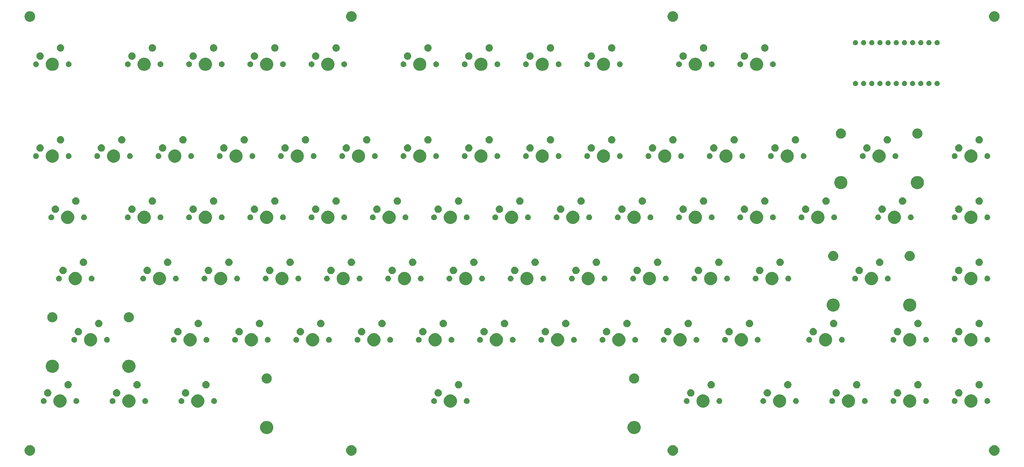
<source format=gts>
G04 #@! TF.GenerationSoftware,KiCad,Pcbnew,(5.1.6)-1*
G04 #@! TF.CreationDate,2021-03-28T22:48:09-04:00*
G04 #@! TF.ProjectId,keyboard-layout-tall,6b657962-6f61-4726-942d-6c61796f7574,rev?*
G04 #@! TF.SameCoordinates,Original*
G04 #@! TF.FileFunction,Soldermask,Top*
G04 #@! TF.FilePolarity,Negative*
%FSLAX46Y46*%
G04 Gerber Fmt 4.6, Leading zero omitted, Abs format (unit mm)*
G04 Created by KiCad (PCBNEW (5.1.6)-1) date 2021-03-28 22:48:09*
%MOMM*%
%LPD*%
G01*
G04 APERTURE LIST*
%ADD10C,0.100000*%
G04 APERTURE END LIST*
D10*
G36*
X338375256Y-188391298D02*
G01*
X338481579Y-188412447D01*
X338782042Y-188536903D01*
X339052451Y-188717585D01*
X339282415Y-188947549D01*
X339463097Y-189217958D01*
X339587553Y-189518421D01*
X339651000Y-189837391D01*
X339651000Y-190162609D01*
X339587553Y-190481579D01*
X339463097Y-190782042D01*
X339282415Y-191052451D01*
X339052451Y-191282415D01*
X338782042Y-191463097D01*
X338481579Y-191587553D01*
X338375256Y-191608702D01*
X338162611Y-191651000D01*
X337837389Y-191651000D01*
X337624744Y-191608702D01*
X337518421Y-191587553D01*
X337217958Y-191463097D01*
X336947549Y-191282415D01*
X336717585Y-191052451D01*
X336536903Y-190782042D01*
X336412447Y-190481579D01*
X336349000Y-190162609D01*
X336349000Y-189837391D01*
X336412447Y-189518421D01*
X336536903Y-189217958D01*
X336717585Y-188947549D01*
X336947549Y-188717585D01*
X337217958Y-188536903D01*
X337518421Y-188412447D01*
X337624744Y-188391298D01*
X337837389Y-188349000D01*
X338162611Y-188349000D01*
X338375256Y-188391298D01*
G37*
G36*
X138375256Y-188391298D02*
G01*
X138481579Y-188412447D01*
X138782042Y-188536903D01*
X139052451Y-188717585D01*
X139282415Y-188947549D01*
X139463097Y-189217958D01*
X139587553Y-189518421D01*
X139651000Y-189837391D01*
X139651000Y-190162609D01*
X139587553Y-190481579D01*
X139463097Y-190782042D01*
X139282415Y-191052451D01*
X139052451Y-191282415D01*
X138782042Y-191463097D01*
X138481579Y-191587553D01*
X138375256Y-191608702D01*
X138162611Y-191651000D01*
X137837389Y-191651000D01*
X137624744Y-191608702D01*
X137518421Y-191587553D01*
X137217958Y-191463097D01*
X136947549Y-191282415D01*
X136717585Y-191052451D01*
X136536903Y-190782042D01*
X136412447Y-190481579D01*
X136349000Y-190162609D01*
X136349000Y-189837391D01*
X136412447Y-189518421D01*
X136536903Y-189217958D01*
X136717585Y-188947549D01*
X136947549Y-188717585D01*
X137217958Y-188536903D01*
X137518421Y-188412447D01*
X137624744Y-188391298D01*
X137837389Y-188349000D01*
X138162611Y-188349000D01*
X138375256Y-188391298D01*
G37*
G36*
X38375256Y-188391298D02*
G01*
X38481579Y-188412447D01*
X38782042Y-188536903D01*
X39052451Y-188717585D01*
X39282415Y-188947549D01*
X39463097Y-189217958D01*
X39587553Y-189518421D01*
X39651000Y-189837391D01*
X39651000Y-190162609D01*
X39587553Y-190481579D01*
X39463097Y-190782042D01*
X39282415Y-191052451D01*
X39052451Y-191282415D01*
X38782042Y-191463097D01*
X38481579Y-191587553D01*
X38375256Y-191608702D01*
X38162611Y-191651000D01*
X37837389Y-191651000D01*
X37624744Y-191608702D01*
X37518421Y-191587553D01*
X37217958Y-191463097D01*
X36947549Y-191282415D01*
X36717585Y-191052451D01*
X36536903Y-190782042D01*
X36412447Y-190481579D01*
X36349000Y-190162609D01*
X36349000Y-189837391D01*
X36412447Y-189518421D01*
X36536903Y-189217958D01*
X36717585Y-188947549D01*
X36947549Y-188717585D01*
X37217958Y-188536903D01*
X37518421Y-188412447D01*
X37624744Y-188391298D01*
X37837389Y-188349000D01*
X38162611Y-188349000D01*
X38375256Y-188391298D01*
G37*
G36*
X238375256Y-188391298D02*
G01*
X238481579Y-188412447D01*
X238782042Y-188536903D01*
X239052451Y-188717585D01*
X239282415Y-188947549D01*
X239463097Y-189217958D01*
X239587553Y-189518421D01*
X239651000Y-189837391D01*
X239651000Y-190162609D01*
X239587553Y-190481579D01*
X239463097Y-190782042D01*
X239282415Y-191052451D01*
X239052451Y-191282415D01*
X238782042Y-191463097D01*
X238481579Y-191587553D01*
X238375256Y-191608702D01*
X238162611Y-191651000D01*
X237837389Y-191651000D01*
X237624744Y-191608702D01*
X237518421Y-191587553D01*
X237217958Y-191463097D01*
X236947549Y-191282415D01*
X236717585Y-191052451D01*
X236536903Y-190782042D01*
X236412447Y-190481579D01*
X236349000Y-190162609D01*
X236349000Y-189837391D01*
X236412447Y-189518421D01*
X236536903Y-189217958D01*
X236717585Y-188947549D01*
X236947549Y-188717585D01*
X237217958Y-188536903D01*
X237518421Y-188412447D01*
X237624744Y-188391298D01*
X237837389Y-188349000D01*
X238162611Y-188349000D01*
X238375256Y-188391298D01*
G37*
G36*
X112258254Y-180902818D02*
G01*
X112631511Y-181057426D01*
X112631513Y-181057427D01*
X112967436Y-181281884D01*
X113253116Y-181567564D01*
X113477574Y-181903489D01*
X113632182Y-182276746D01*
X113711000Y-182672993D01*
X113711000Y-183077007D01*
X113632182Y-183473254D01*
X113477574Y-183846511D01*
X113477573Y-183846513D01*
X113253116Y-184182436D01*
X112967436Y-184468116D01*
X112631513Y-184692573D01*
X112631512Y-184692574D01*
X112631511Y-184692574D01*
X112258254Y-184847182D01*
X111862007Y-184926000D01*
X111457993Y-184926000D01*
X111061746Y-184847182D01*
X110688489Y-184692574D01*
X110688488Y-184692574D01*
X110688487Y-184692573D01*
X110352564Y-184468116D01*
X110066884Y-184182436D01*
X109842427Y-183846513D01*
X109842426Y-183846511D01*
X109687818Y-183473254D01*
X109609000Y-183077007D01*
X109609000Y-182672993D01*
X109687818Y-182276746D01*
X109842426Y-181903489D01*
X110066884Y-181567564D01*
X110352564Y-181281884D01*
X110688487Y-181057427D01*
X110688489Y-181057426D01*
X111061746Y-180902818D01*
X111457993Y-180824000D01*
X111862007Y-180824000D01*
X112258254Y-180902818D01*
G37*
G36*
X226558254Y-180902818D02*
G01*
X226931511Y-181057426D01*
X226931513Y-181057427D01*
X227267436Y-181281884D01*
X227553116Y-181567564D01*
X227777574Y-181903489D01*
X227932182Y-182276746D01*
X228011000Y-182672993D01*
X228011000Y-183077007D01*
X227932182Y-183473254D01*
X227777574Y-183846511D01*
X227777573Y-183846513D01*
X227553116Y-184182436D01*
X227267436Y-184468116D01*
X226931513Y-184692573D01*
X226931512Y-184692574D01*
X226931511Y-184692574D01*
X226558254Y-184847182D01*
X226162007Y-184926000D01*
X225757993Y-184926000D01*
X225361746Y-184847182D01*
X224988489Y-184692574D01*
X224988488Y-184692574D01*
X224988487Y-184692573D01*
X224652564Y-184468116D01*
X224366884Y-184182436D01*
X224142427Y-183846513D01*
X224142426Y-183846511D01*
X223987818Y-183473254D01*
X223909000Y-183077007D01*
X223909000Y-182672993D01*
X223987818Y-182276746D01*
X224142426Y-181903489D01*
X224366884Y-181567564D01*
X224652564Y-181281884D01*
X224988487Y-181057427D01*
X224988489Y-181057426D01*
X225361746Y-180902818D01*
X225757993Y-180824000D01*
X226162007Y-180824000D01*
X226558254Y-180902818D01*
G37*
G36*
X293233254Y-172662818D02*
G01*
X293606511Y-172817426D01*
X293606513Y-172817427D01*
X293942436Y-173041884D01*
X294228116Y-173327564D01*
X294452574Y-173663489D01*
X294607182Y-174036746D01*
X294686000Y-174432993D01*
X294686000Y-174837007D01*
X294607182Y-175233254D01*
X294452574Y-175606511D01*
X294452573Y-175606513D01*
X294228116Y-175942436D01*
X293942436Y-176228116D01*
X293606513Y-176452573D01*
X293606512Y-176452574D01*
X293606511Y-176452574D01*
X293233254Y-176607182D01*
X292837007Y-176686000D01*
X292432993Y-176686000D01*
X292036746Y-176607182D01*
X291663489Y-176452574D01*
X291663488Y-176452574D01*
X291663487Y-176452573D01*
X291327564Y-176228116D01*
X291041884Y-175942436D01*
X290817427Y-175606513D01*
X290817426Y-175606511D01*
X290662818Y-175233254D01*
X290584000Y-174837007D01*
X290584000Y-174432993D01*
X290662818Y-174036746D01*
X290817426Y-173663489D01*
X291041884Y-173327564D01*
X291327564Y-173041884D01*
X291663487Y-172817427D01*
X291663489Y-172817426D01*
X292036746Y-172662818D01*
X292432993Y-172584000D01*
X292837007Y-172584000D01*
X293233254Y-172662818D01*
G37*
G36*
X169408254Y-172662818D02*
G01*
X169781511Y-172817426D01*
X169781513Y-172817427D01*
X170117436Y-173041884D01*
X170403116Y-173327564D01*
X170627574Y-173663489D01*
X170782182Y-174036746D01*
X170861000Y-174432993D01*
X170861000Y-174837007D01*
X170782182Y-175233254D01*
X170627574Y-175606511D01*
X170627573Y-175606513D01*
X170403116Y-175942436D01*
X170117436Y-176228116D01*
X169781513Y-176452573D01*
X169781512Y-176452574D01*
X169781511Y-176452574D01*
X169408254Y-176607182D01*
X169012007Y-176686000D01*
X168607993Y-176686000D01*
X168211746Y-176607182D01*
X167838489Y-176452574D01*
X167838488Y-176452574D01*
X167838487Y-176452573D01*
X167502564Y-176228116D01*
X167216884Y-175942436D01*
X166992427Y-175606513D01*
X166992426Y-175606511D01*
X166837818Y-175233254D01*
X166759000Y-174837007D01*
X166759000Y-174432993D01*
X166837818Y-174036746D01*
X166992426Y-173663489D01*
X167216884Y-173327564D01*
X167502564Y-173041884D01*
X167838487Y-172817427D01*
X167838489Y-172817426D01*
X168211746Y-172662818D01*
X168607993Y-172584000D01*
X169012007Y-172584000D01*
X169408254Y-172662818D01*
G37*
G36*
X312283254Y-172662818D02*
G01*
X312656511Y-172817426D01*
X312656513Y-172817427D01*
X312992436Y-173041884D01*
X313278116Y-173327564D01*
X313502574Y-173663489D01*
X313657182Y-174036746D01*
X313736000Y-174432993D01*
X313736000Y-174837007D01*
X313657182Y-175233254D01*
X313502574Y-175606511D01*
X313502573Y-175606513D01*
X313278116Y-175942436D01*
X312992436Y-176228116D01*
X312656513Y-176452573D01*
X312656512Y-176452574D01*
X312656511Y-176452574D01*
X312283254Y-176607182D01*
X311887007Y-176686000D01*
X311482993Y-176686000D01*
X311086746Y-176607182D01*
X310713489Y-176452574D01*
X310713488Y-176452574D01*
X310713487Y-176452573D01*
X310377564Y-176228116D01*
X310091884Y-175942436D01*
X309867427Y-175606513D01*
X309867426Y-175606511D01*
X309712818Y-175233254D01*
X309634000Y-174837007D01*
X309634000Y-174432993D01*
X309712818Y-174036746D01*
X309867426Y-173663489D01*
X310091884Y-173327564D01*
X310377564Y-173041884D01*
X310713487Y-172817427D01*
X310713489Y-172817426D01*
X311086746Y-172662818D01*
X311482993Y-172584000D01*
X311887007Y-172584000D01*
X312283254Y-172662818D01*
G37*
G36*
X69395754Y-172662818D02*
G01*
X69769011Y-172817426D01*
X69769013Y-172817427D01*
X70104936Y-173041884D01*
X70390616Y-173327564D01*
X70615074Y-173663489D01*
X70769682Y-174036746D01*
X70848500Y-174432993D01*
X70848500Y-174837007D01*
X70769682Y-175233254D01*
X70615074Y-175606511D01*
X70615073Y-175606513D01*
X70390616Y-175942436D01*
X70104936Y-176228116D01*
X69769013Y-176452573D01*
X69769012Y-176452574D01*
X69769011Y-176452574D01*
X69395754Y-176607182D01*
X68999507Y-176686000D01*
X68595493Y-176686000D01*
X68199246Y-176607182D01*
X67825989Y-176452574D01*
X67825988Y-176452574D01*
X67825987Y-176452573D01*
X67490064Y-176228116D01*
X67204384Y-175942436D01*
X66979927Y-175606513D01*
X66979926Y-175606511D01*
X66825318Y-175233254D01*
X66746500Y-174837007D01*
X66746500Y-174432993D01*
X66825318Y-174036746D01*
X66979926Y-173663489D01*
X67204384Y-173327564D01*
X67490064Y-173041884D01*
X67825987Y-172817427D01*
X67825989Y-172817426D01*
X68199246Y-172662818D01*
X68595493Y-172584000D01*
X68999507Y-172584000D01*
X69395754Y-172662818D01*
G37*
G36*
X271802004Y-172662818D02*
G01*
X272175261Y-172817426D01*
X272175263Y-172817427D01*
X272511186Y-173041884D01*
X272796866Y-173327564D01*
X273021324Y-173663489D01*
X273175932Y-174036746D01*
X273254750Y-174432993D01*
X273254750Y-174837007D01*
X273175932Y-175233254D01*
X273021324Y-175606511D01*
X273021323Y-175606513D01*
X272796866Y-175942436D01*
X272511186Y-176228116D01*
X272175263Y-176452573D01*
X272175262Y-176452574D01*
X272175261Y-176452574D01*
X271802004Y-176607182D01*
X271405757Y-176686000D01*
X271001743Y-176686000D01*
X270605496Y-176607182D01*
X270232239Y-176452574D01*
X270232238Y-176452574D01*
X270232237Y-176452573D01*
X269896314Y-176228116D01*
X269610634Y-175942436D01*
X269386177Y-175606513D01*
X269386176Y-175606511D01*
X269231568Y-175233254D01*
X269152750Y-174837007D01*
X269152750Y-174432993D01*
X269231568Y-174036746D01*
X269386176Y-173663489D01*
X269610634Y-173327564D01*
X269896314Y-173041884D01*
X270232237Y-172817427D01*
X270232239Y-172817426D01*
X270605496Y-172662818D01*
X271001743Y-172584000D01*
X271405757Y-172584000D01*
X271802004Y-172662818D01*
G37*
G36*
X247989504Y-172662818D02*
G01*
X248362761Y-172817426D01*
X248362763Y-172817427D01*
X248698686Y-173041884D01*
X248984366Y-173327564D01*
X249208824Y-173663489D01*
X249363432Y-174036746D01*
X249442250Y-174432993D01*
X249442250Y-174837007D01*
X249363432Y-175233254D01*
X249208824Y-175606511D01*
X249208823Y-175606513D01*
X248984366Y-175942436D01*
X248698686Y-176228116D01*
X248362763Y-176452573D01*
X248362762Y-176452574D01*
X248362761Y-176452574D01*
X247989504Y-176607182D01*
X247593257Y-176686000D01*
X247189243Y-176686000D01*
X246792996Y-176607182D01*
X246419739Y-176452574D01*
X246419738Y-176452574D01*
X246419737Y-176452573D01*
X246083814Y-176228116D01*
X245798134Y-175942436D01*
X245573677Y-175606513D01*
X245573676Y-175606511D01*
X245419068Y-175233254D01*
X245340250Y-174837007D01*
X245340250Y-174432993D01*
X245419068Y-174036746D01*
X245573676Y-173663489D01*
X245798134Y-173327564D01*
X246083814Y-173041884D01*
X246419737Y-172817427D01*
X246419739Y-172817426D01*
X246792996Y-172662818D01*
X247189243Y-172584000D01*
X247593257Y-172584000D01*
X247989504Y-172662818D01*
G37*
G36*
X90827004Y-172662818D02*
G01*
X91200261Y-172817426D01*
X91200263Y-172817427D01*
X91536186Y-173041884D01*
X91821866Y-173327564D01*
X92046324Y-173663489D01*
X92200932Y-174036746D01*
X92279750Y-174432993D01*
X92279750Y-174837007D01*
X92200932Y-175233254D01*
X92046324Y-175606511D01*
X92046323Y-175606513D01*
X91821866Y-175942436D01*
X91536186Y-176228116D01*
X91200263Y-176452573D01*
X91200262Y-176452574D01*
X91200261Y-176452574D01*
X90827004Y-176607182D01*
X90430757Y-176686000D01*
X90026743Y-176686000D01*
X89630496Y-176607182D01*
X89257239Y-176452574D01*
X89257238Y-176452574D01*
X89257237Y-176452573D01*
X88921314Y-176228116D01*
X88635634Y-175942436D01*
X88411177Y-175606513D01*
X88411176Y-175606511D01*
X88256568Y-175233254D01*
X88177750Y-174837007D01*
X88177750Y-174432993D01*
X88256568Y-174036746D01*
X88411176Y-173663489D01*
X88635634Y-173327564D01*
X88921314Y-173041884D01*
X89257237Y-172817427D01*
X89257239Y-172817426D01*
X89630496Y-172662818D01*
X90026743Y-172584000D01*
X90430757Y-172584000D01*
X90827004Y-172662818D01*
G37*
G36*
X331333254Y-172662818D02*
G01*
X331706511Y-172817426D01*
X331706513Y-172817427D01*
X332042436Y-173041884D01*
X332328116Y-173327564D01*
X332552574Y-173663489D01*
X332707182Y-174036746D01*
X332786000Y-174432993D01*
X332786000Y-174837007D01*
X332707182Y-175233254D01*
X332552574Y-175606511D01*
X332552573Y-175606513D01*
X332328116Y-175942436D01*
X332042436Y-176228116D01*
X331706513Y-176452573D01*
X331706512Y-176452574D01*
X331706511Y-176452574D01*
X331333254Y-176607182D01*
X330937007Y-176686000D01*
X330532993Y-176686000D01*
X330136746Y-176607182D01*
X329763489Y-176452574D01*
X329763488Y-176452574D01*
X329763487Y-176452573D01*
X329427564Y-176228116D01*
X329141884Y-175942436D01*
X328917427Y-175606513D01*
X328917426Y-175606511D01*
X328762818Y-175233254D01*
X328684000Y-174837007D01*
X328684000Y-174432993D01*
X328762818Y-174036746D01*
X328917426Y-173663489D01*
X329141884Y-173327564D01*
X329427564Y-173041884D01*
X329763487Y-172817427D01*
X329763489Y-172817426D01*
X330136746Y-172662818D01*
X330532993Y-172584000D01*
X330937007Y-172584000D01*
X331333254Y-172662818D01*
G37*
G36*
X47964504Y-172662818D02*
G01*
X48337761Y-172817426D01*
X48337763Y-172817427D01*
X48673686Y-173041884D01*
X48959366Y-173327564D01*
X49183824Y-173663489D01*
X49338432Y-174036746D01*
X49417250Y-174432993D01*
X49417250Y-174837007D01*
X49338432Y-175233254D01*
X49183824Y-175606511D01*
X49183823Y-175606513D01*
X48959366Y-175942436D01*
X48673686Y-176228116D01*
X48337763Y-176452573D01*
X48337762Y-176452574D01*
X48337761Y-176452574D01*
X47964504Y-176607182D01*
X47568257Y-176686000D01*
X47164243Y-176686000D01*
X46767996Y-176607182D01*
X46394739Y-176452574D01*
X46394738Y-176452574D01*
X46394737Y-176452573D01*
X46058814Y-176228116D01*
X45773134Y-175942436D01*
X45548677Y-175606513D01*
X45548676Y-175606511D01*
X45394068Y-175233254D01*
X45315250Y-174837007D01*
X45315250Y-174432993D01*
X45394068Y-174036746D01*
X45548676Y-173663489D01*
X45773134Y-173327564D01*
X46058814Y-173041884D01*
X46394737Y-172817427D01*
X46394739Y-172817426D01*
X46767996Y-172662818D01*
X47164243Y-172584000D01*
X47568257Y-172584000D01*
X47964504Y-172662818D01*
G37*
G36*
X163843512Y-173738927D02*
G01*
X163992812Y-173768624D01*
X164156784Y-173836544D01*
X164304354Y-173935147D01*
X164429853Y-174060646D01*
X164528456Y-174208216D01*
X164596376Y-174372188D01*
X164631000Y-174546259D01*
X164631000Y-174723741D01*
X164596376Y-174897812D01*
X164528456Y-175061784D01*
X164429853Y-175209354D01*
X164304354Y-175334853D01*
X164156784Y-175433456D01*
X163992812Y-175501376D01*
X163843512Y-175531073D01*
X163818742Y-175536000D01*
X163641258Y-175536000D01*
X163616488Y-175531073D01*
X163467188Y-175501376D01*
X163303216Y-175433456D01*
X163155646Y-175334853D01*
X163030147Y-175209354D01*
X162931544Y-175061784D01*
X162863624Y-174897812D01*
X162829000Y-174723741D01*
X162829000Y-174546259D01*
X162863624Y-174372188D01*
X162931544Y-174208216D01*
X163030147Y-174060646D01*
X163155646Y-173935147D01*
X163303216Y-173836544D01*
X163467188Y-173768624D01*
X163616488Y-173738927D01*
X163641258Y-173734000D01*
X163818742Y-173734000D01*
X163843512Y-173738927D01*
G37*
G36*
X174003512Y-173738927D02*
G01*
X174152812Y-173768624D01*
X174316784Y-173836544D01*
X174464354Y-173935147D01*
X174589853Y-174060646D01*
X174688456Y-174208216D01*
X174756376Y-174372188D01*
X174791000Y-174546259D01*
X174791000Y-174723741D01*
X174756376Y-174897812D01*
X174688456Y-175061784D01*
X174589853Y-175209354D01*
X174464354Y-175334853D01*
X174316784Y-175433456D01*
X174152812Y-175501376D01*
X174003512Y-175531073D01*
X173978742Y-175536000D01*
X173801258Y-175536000D01*
X173776488Y-175531073D01*
X173627188Y-175501376D01*
X173463216Y-175433456D01*
X173315646Y-175334853D01*
X173190147Y-175209354D01*
X173091544Y-175061784D01*
X173023624Y-174897812D01*
X172989000Y-174723741D01*
X172989000Y-174546259D01*
X173023624Y-174372188D01*
X173091544Y-174208216D01*
X173190147Y-174060646D01*
X173315646Y-173935147D01*
X173463216Y-173836544D01*
X173627188Y-173768624D01*
X173776488Y-173738927D01*
X173801258Y-173734000D01*
X173978742Y-173734000D01*
X174003512Y-173738927D01*
G37*
G36*
X63831012Y-173738927D02*
G01*
X63980312Y-173768624D01*
X64144284Y-173836544D01*
X64291854Y-173935147D01*
X64417353Y-174060646D01*
X64515956Y-174208216D01*
X64583876Y-174372188D01*
X64618500Y-174546259D01*
X64618500Y-174723741D01*
X64583876Y-174897812D01*
X64515956Y-175061784D01*
X64417353Y-175209354D01*
X64291854Y-175334853D01*
X64144284Y-175433456D01*
X63980312Y-175501376D01*
X63831012Y-175531073D01*
X63806242Y-175536000D01*
X63628758Y-175536000D01*
X63603988Y-175531073D01*
X63454688Y-175501376D01*
X63290716Y-175433456D01*
X63143146Y-175334853D01*
X63017647Y-175209354D01*
X62919044Y-175061784D01*
X62851124Y-174897812D01*
X62816500Y-174723741D01*
X62816500Y-174546259D01*
X62851124Y-174372188D01*
X62919044Y-174208216D01*
X63017647Y-174060646D01*
X63143146Y-173935147D01*
X63290716Y-173836544D01*
X63454688Y-173768624D01*
X63603988Y-173738927D01*
X63628758Y-173734000D01*
X63806242Y-173734000D01*
X63831012Y-173738927D01*
G37*
G36*
X73991012Y-173738927D02*
G01*
X74140312Y-173768624D01*
X74304284Y-173836544D01*
X74451854Y-173935147D01*
X74577353Y-174060646D01*
X74675956Y-174208216D01*
X74743876Y-174372188D01*
X74778500Y-174546259D01*
X74778500Y-174723741D01*
X74743876Y-174897812D01*
X74675956Y-175061784D01*
X74577353Y-175209354D01*
X74451854Y-175334853D01*
X74304284Y-175433456D01*
X74140312Y-175501376D01*
X73991012Y-175531073D01*
X73966242Y-175536000D01*
X73788758Y-175536000D01*
X73763988Y-175531073D01*
X73614688Y-175501376D01*
X73450716Y-175433456D01*
X73303146Y-175334853D01*
X73177647Y-175209354D01*
X73079044Y-175061784D01*
X73011124Y-174897812D01*
X72976500Y-174723741D01*
X72976500Y-174546259D01*
X73011124Y-174372188D01*
X73079044Y-174208216D01*
X73177647Y-174060646D01*
X73303146Y-173935147D01*
X73450716Y-173836544D01*
X73614688Y-173768624D01*
X73763988Y-173738927D01*
X73788758Y-173734000D01*
X73966242Y-173734000D01*
X73991012Y-173738927D01*
G37*
G36*
X316878512Y-173738927D02*
G01*
X317027812Y-173768624D01*
X317191784Y-173836544D01*
X317339354Y-173935147D01*
X317464853Y-174060646D01*
X317563456Y-174208216D01*
X317631376Y-174372188D01*
X317666000Y-174546259D01*
X317666000Y-174723741D01*
X317631376Y-174897812D01*
X317563456Y-175061784D01*
X317464853Y-175209354D01*
X317339354Y-175334853D01*
X317191784Y-175433456D01*
X317027812Y-175501376D01*
X316878512Y-175531073D01*
X316853742Y-175536000D01*
X316676258Y-175536000D01*
X316651488Y-175531073D01*
X316502188Y-175501376D01*
X316338216Y-175433456D01*
X316190646Y-175334853D01*
X316065147Y-175209354D01*
X315966544Y-175061784D01*
X315898624Y-174897812D01*
X315864000Y-174723741D01*
X315864000Y-174546259D01*
X315898624Y-174372188D01*
X315966544Y-174208216D01*
X316065147Y-174060646D01*
X316190646Y-173935147D01*
X316338216Y-173836544D01*
X316502188Y-173768624D01*
X316651488Y-173738927D01*
X316676258Y-173734000D01*
X316853742Y-173734000D01*
X316878512Y-173738927D01*
G37*
G36*
X325768512Y-173738927D02*
G01*
X325917812Y-173768624D01*
X326081784Y-173836544D01*
X326229354Y-173935147D01*
X326354853Y-174060646D01*
X326453456Y-174208216D01*
X326521376Y-174372188D01*
X326556000Y-174546259D01*
X326556000Y-174723741D01*
X326521376Y-174897812D01*
X326453456Y-175061784D01*
X326354853Y-175209354D01*
X326229354Y-175334853D01*
X326081784Y-175433456D01*
X325917812Y-175501376D01*
X325768512Y-175531073D01*
X325743742Y-175536000D01*
X325566258Y-175536000D01*
X325541488Y-175531073D01*
X325392188Y-175501376D01*
X325228216Y-175433456D01*
X325080646Y-175334853D01*
X324955147Y-175209354D01*
X324856544Y-175061784D01*
X324788624Y-174897812D01*
X324754000Y-174723741D01*
X324754000Y-174546259D01*
X324788624Y-174372188D01*
X324856544Y-174208216D01*
X324955147Y-174060646D01*
X325080646Y-173935147D01*
X325228216Y-173836544D01*
X325392188Y-173768624D01*
X325541488Y-173738927D01*
X325566258Y-173734000D01*
X325743742Y-173734000D01*
X325768512Y-173738927D01*
G37*
G36*
X335928512Y-173738927D02*
G01*
X336077812Y-173768624D01*
X336241784Y-173836544D01*
X336389354Y-173935147D01*
X336514853Y-174060646D01*
X336613456Y-174208216D01*
X336681376Y-174372188D01*
X336716000Y-174546259D01*
X336716000Y-174723741D01*
X336681376Y-174897812D01*
X336613456Y-175061784D01*
X336514853Y-175209354D01*
X336389354Y-175334853D01*
X336241784Y-175433456D01*
X336077812Y-175501376D01*
X335928512Y-175531073D01*
X335903742Y-175536000D01*
X335726258Y-175536000D01*
X335701488Y-175531073D01*
X335552188Y-175501376D01*
X335388216Y-175433456D01*
X335240646Y-175334853D01*
X335115147Y-175209354D01*
X335016544Y-175061784D01*
X334948624Y-174897812D01*
X334914000Y-174723741D01*
X334914000Y-174546259D01*
X334948624Y-174372188D01*
X335016544Y-174208216D01*
X335115147Y-174060646D01*
X335240646Y-173935147D01*
X335388216Y-173836544D01*
X335552188Y-173768624D01*
X335701488Y-173738927D01*
X335726258Y-173734000D01*
X335903742Y-173734000D01*
X335928512Y-173738927D01*
G37*
G36*
X306718512Y-173738927D02*
G01*
X306867812Y-173768624D01*
X307031784Y-173836544D01*
X307179354Y-173935147D01*
X307304853Y-174060646D01*
X307403456Y-174208216D01*
X307471376Y-174372188D01*
X307506000Y-174546259D01*
X307506000Y-174723741D01*
X307471376Y-174897812D01*
X307403456Y-175061784D01*
X307304853Y-175209354D01*
X307179354Y-175334853D01*
X307031784Y-175433456D01*
X306867812Y-175501376D01*
X306718512Y-175531073D01*
X306693742Y-175536000D01*
X306516258Y-175536000D01*
X306491488Y-175531073D01*
X306342188Y-175501376D01*
X306178216Y-175433456D01*
X306030646Y-175334853D01*
X305905147Y-175209354D01*
X305806544Y-175061784D01*
X305738624Y-174897812D01*
X305704000Y-174723741D01*
X305704000Y-174546259D01*
X305738624Y-174372188D01*
X305806544Y-174208216D01*
X305905147Y-174060646D01*
X306030646Y-173935147D01*
X306178216Y-173836544D01*
X306342188Y-173768624D01*
X306491488Y-173738927D01*
X306516258Y-173734000D01*
X306693742Y-173734000D01*
X306718512Y-173738927D01*
G37*
G36*
X266237262Y-173738927D02*
G01*
X266386562Y-173768624D01*
X266550534Y-173836544D01*
X266698104Y-173935147D01*
X266823603Y-174060646D01*
X266922206Y-174208216D01*
X266990126Y-174372188D01*
X267024750Y-174546259D01*
X267024750Y-174723741D01*
X266990126Y-174897812D01*
X266922206Y-175061784D01*
X266823603Y-175209354D01*
X266698104Y-175334853D01*
X266550534Y-175433456D01*
X266386562Y-175501376D01*
X266237262Y-175531073D01*
X266212492Y-175536000D01*
X266035008Y-175536000D01*
X266010238Y-175531073D01*
X265860938Y-175501376D01*
X265696966Y-175433456D01*
X265549396Y-175334853D01*
X265423897Y-175209354D01*
X265325294Y-175061784D01*
X265257374Y-174897812D01*
X265222750Y-174723741D01*
X265222750Y-174546259D01*
X265257374Y-174372188D01*
X265325294Y-174208216D01*
X265423897Y-174060646D01*
X265549396Y-173935147D01*
X265696966Y-173836544D01*
X265860938Y-173768624D01*
X266010238Y-173738927D01*
X266035008Y-173734000D01*
X266212492Y-173734000D01*
X266237262Y-173738927D01*
G37*
G36*
X242424762Y-173738927D02*
G01*
X242574062Y-173768624D01*
X242738034Y-173836544D01*
X242885604Y-173935147D01*
X243011103Y-174060646D01*
X243109706Y-174208216D01*
X243177626Y-174372188D01*
X243212250Y-174546259D01*
X243212250Y-174723741D01*
X243177626Y-174897812D01*
X243109706Y-175061784D01*
X243011103Y-175209354D01*
X242885604Y-175334853D01*
X242738034Y-175433456D01*
X242574062Y-175501376D01*
X242424762Y-175531073D01*
X242399992Y-175536000D01*
X242222508Y-175536000D01*
X242197738Y-175531073D01*
X242048438Y-175501376D01*
X241884466Y-175433456D01*
X241736896Y-175334853D01*
X241611397Y-175209354D01*
X241512794Y-175061784D01*
X241444874Y-174897812D01*
X241410250Y-174723741D01*
X241410250Y-174546259D01*
X241444874Y-174372188D01*
X241512794Y-174208216D01*
X241611397Y-174060646D01*
X241736896Y-173935147D01*
X241884466Y-173836544D01*
X242048438Y-173768624D01*
X242197738Y-173738927D01*
X242222508Y-173734000D01*
X242399992Y-173734000D01*
X242424762Y-173738927D01*
G37*
G36*
X287668512Y-173738927D02*
G01*
X287817812Y-173768624D01*
X287981784Y-173836544D01*
X288129354Y-173935147D01*
X288254853Y-174060646D01*
X288353456Y-174208216D01*
X288421376Y-174372188D01*
X288456000Y-174546259D01*
X288456000Y-174723741D01*
X288421376Y-174897812D01*
X288353456Y-175061784D01*
X288254853Y-175209354D01*
X288129354Y-175334853D01*
X287981784Y-175433456D01*
X287817812Y-175501376D01*
X287668512Y-175531073D01*
X287643742Y-175536000D01*
X287466258Y-175536000D01*
X287441488Y-175531073D01*
X287292188Y-175501376D01*
X287128216Y-175433456D01*
X286980646Y-175334853D01*
X286855147Y-175209354D01*
X286756544Y-175061784D01*
X286688624Y-174897812D01*
X286654000Y-174723741D01*
X286654000Y-174546259D01*
X286688624Y-174372188D01*
X286756544Y-174208216D01*
X286855147Y-174060646D01*
X286980646Y-173935147D01*
X287128216Y-173836544D01*
X287292188Y-173768624D01*
X287441488Y-173738927D01*
X287466258Y-173734000D01*
X287643742Y-173734000D01*
X287668512Y-173738927D01*
G37*
G36*
X85262262Y-173738927D02*
G01*
X85411562Y-173768624D01*
X85575534Y-173836544D01*
X85723104Y-173935147D01*
X85848603Y-174060646D01*
X85947206Y-174208216D01*
X86015126Y-174372188D01*
X86049750Y-174546259D01*
X86049750Y-174723741D01*
X86015126Y-174897812D01*
X85947206Y-175061784D01*
X85848603Y-175209354D01*
X85723104Y-175334853D01*
X85575534Y-175433456D01*
X85411562Y-175501376D01*
X85262262Y-175531073D01*
X85237492Y-175536000D01*
X85060008Y-175536000D01*
X85035238Y-175531073D01*
X84885938Y-175501376D01*
X84721966Y-175433456D01*
X84574396Y-175334853D01*
X84448897Y-175209354D01*
X84350294Y-175061784D01*
X84282374Y-174897812D01*
X84247750Y-174723741D01*
X84247750Y-174546259D01*
X84282374Y-174372188D01*
X84350294Y-174208216D01*
X84448897Y-174060646D01*
X84574396Y-173935147D01*
X84721966Y-173836544D01*
X84885938Y-173768624D01*
X85035238Y-173738927D01*
X85060008Y-173734000D01*
X85237492Y-173734000D01*
X85262262Y-173738927D01*
G37*
G36*
X95422262Y-173738927D02*
G01*
X95571562Y-173768624D01*
X95735534Y-173836544D01*
X95883104Y-173935147D01*
X96008603Y-174060646D01*
X96107206Y-174208216D01*
X96175126Y-174372188D01*
X96209750Y-174546259D01*
X96209750Y-174723741D01*
X96175126Y-174897812D01*
X96107206Y-175061784D01*
X96008603Y-175209354D01*
X95883104Y-175334853D01*
X95735534Y-175433456D01*
X95571562Y-175501376D01*
X95422262Y-175531073D01*
X95397492Y-175536000D01*
X95220008Y-175536000D01*
X95195238Y-175531073D01*
X95045938Y-175501376D01*
X94881966Y-175433456D01*
X94734396Y-175334853D01*
X94608897Y-175209354D01*
X94510294Y-175061784D01*
X94442374Y-174897812D01*
X94407750Y-174723741D01*
X94407750Y-174546259D01*
X94442374Y-174372188D01*
X94510294Y-174208216D01*
X94608897Y-174060646D01*
X94734396Y-173935147D01*
X94881966Y-173836544D01*
X95045938Y-173768624D01*
X95195238Y-173738927D01*
X95220008Y-173734000D01*
X95397492Y-173734000D01*
X95422262Y-173738927D01*
G37*
G36*
X276397262Y-173738927D02*
G01*
X276546562Y-173768624D01*
X276710534Y-173836544D01*
X276858104Y-173935147D01*
X276983603Y-174060646D01*
X277082206Y-174208216D01*
X277150126Y-174372188D01*
X277184750Y-174546259D01*
X277184750Y-174723741D01*
X277150126Y-174897812D01*
X277082206Y-175061784D01*
X276983603Y-175209354D01*
X276858104Y-175334853D01*
X276710534Y-175433456D01*
X276546562Y-175501376D01*
X276397262Y-175531073D01*
X276372492Y-175536000D01*
X276195008Y-175536000D01*
X276170238Y-175531073D01*
X276020938Y-175501376D01*
X275856966Y-175433456D01*
X275709396Y-175334853D01*
X275583897Y-175209354D01*
X275485294Y-175061784D01*
X275417374Y-174897812D01*
X275382750Y-174723741D01*
X275382750Y-174546259D01*
X275417374Y-174372188D01*
X275485294Y-174208216D01*
X275583897Y-174060646D01*
X275709396Y-173935147D01*
X275856966Y-173836544D01*
X276020938Y-173768624D01*
X276170238Y-173738927D01*
X276195008Y-173734000D01*
X276372492Y-173734000D01*
X276397262Y-173738927D01*
G37*
G36*
X52559762Y-173738927D02*
G01*
X52709062Y-173768624D01*
X52873034Y-173836544D01*
X53020604Y-173935147D01*
X53146103Y-174060646D01*
X53244706Y-174208216D01*
X53312626Y-174372188D01*
X53347250Y-174546259D01*
X53347250Y-174723741D01*
X53312626Y-174897812D01*
X53244706Y-175061784D01*
X53146103Y-175209354D01*
X53020604Y-175334853D01*
X52873034Y-175433456D01*
X52709062Y-175501376D01*
X52559762Y-175531073D01*
X52534992Y-175536000D01*
X52357508Y-175536000D01*
X52332738Y-175531073D01*
X52183438Y-175501376D01*
X52019466Y-175433456D01*
X51871896Y-175334853D01*
X51746397Y-175209354D01*
X51647794Y-175061784D01*
X51579874Y-174897812D01*
X51545250Y-174723741D01*
X51545250Y-174546259D01*
X51579874Y-174372188D01*
X51647794Y-174208216D01*
X51746397Y-174060646D01*
X51871896Y-173935147D01*
X52019466Y-173836544D01*
X52183438Y-173768624D01*
X52332738Y-173738927D01*
X52357508Y-173734000D01*
X52534992Y-173734000D01*
X52559762Y-173738927D01*
G37*
G36*
X252584762Y-173738927D02*
G01*
X252734062Y-173768624D01*
X252898034Y-173836544D01*
X253045604Y-173935147D01*
X253171103Y-174060646D01*
X253269706Y-174208216D01*
X253337626Y-174372188D01*
X253372250Y-174546259D01*
X253372250Y-174723741D01*
X253337626Y-174897812D01*
X253269706Y-175061784D01*
X253171103Y-175209354D01*
X253045604Y-175334853D01*
X252898034Y-175433456D01*
X252734062Y-175501376D01*
X252584762Y-175531073D01*
X252559992Y-175536000D01*
X252382508Y-175536000D01*
X252357738Y-175531073D01*
X252208438Y-175501376D01*
X252044466Y-175433456D01*
X251896896Y-175334853D01*
X251771397Y-175209354D01*
X251672794Y-175061784D01*
X251604874Y-174897812D01*
X251570250Y-174723741D01*
X251570250Y-174546259D01*
X251604874Y-174372188D01*
X251672794Y-174208216D01*
X251771397Y-174060646D01*
X251896896Y-173935147D01*
X252044466Y-173836544D01*
X252208438Y-173768624D01*
X252357738Y-173738927D01*
X252382508Y-173734000D01*
X252559992Y-173734000D01*
X252584762Y-173738927D01*
G37*
G36*
X42399762Y-173738927D02*
G01*
X42549062Y-173768624D01*
X42713034Y-173836544D01*
X42860604Y-173935147D01*
X42986103Y-174060646D01*
X43084706Y-174208216D01*
X43152626Y-174372188D01*
X43187250Y-174546259D01*
X43187250Y-174723741D01*
X43152626Y-174897812D01*
X43084706Y-175061784D01*
X42986103Y-175209354D01*
X42860604Y-175334853D01*
X42713034Y-175433456D01*
X42549062Y-175501376D01*
X42399762Y-175531073D01*
X42374992Y-175536000D01*
X42197508Y-175536000D01*
X42172738Y-175531073D01*
X42023438Y-175501376D01*
X41859466Y-175433456D01*
X41711896Y-175334853D01*
X41586397Y-175209354D01*
X41487794Y-175061784D01*
X41419874Y-174897812D01*
X41385250Y-174723741D01*
X41385250Y-174546259D01*
X41419874Y-174372188D01*
X41487794Y-174208216D01*
X41586397Y-174060646D01*
X41711896Y-173935147D01*
X41859466Y-173836544D01*
X42023438Y-173768624D01*
X42172738Y-173738927D01*
X42197508Y-173734000D01*
X42374992Y-173734000D01*
X42399762Y-173738927D01*
G37*
G36*
X297828512Y-173738927D02*
G01*
X297977812Y-173768624D01*
X298141784Y-173836544D01*
X298289354Y-173935147D01*
X298414853Y-174060646D01*
X298513456Y-174208216D01*
X298581376Y-174372188D01*
X298616000Y-174546259D01*
X298616000Y-174723741D01*
X298581376Y-174897812D01*
X298513456Y-175061784D01*
X298414853Y-175209354D01*
X298289354Y-175334853D01*
X298141784Y-175433456D01*
X297977812Y-175501376D01*
X297828512Y-175531073D01*
X297803742Y-175536000D01*
X297626258Y-175536000D01*
X297601488Y-175531073D01*
X297452188Y-175501376D01*
X297288216Y-175433456D01*
X297140646Y-175334853D01*
X297015147Y-175209354D01*
X296916544Y-175061784D01*
X296848624Y-174897812D01*
X296814000Y-174723741D01*
X296814000Y-174546259D01*
X296848624Y-174372188D01*
X296916544Y-174208216D01*
X297015147Y-174060646D01*
X297140646Y-173935147D01*
X297288216Y-173836544D01*
X297452188Y-173768624D01*
X297601488Y-173738927D01*
X297626258Y-173734000D01*
X297803742Y-173734000D01*
X297828512Y-173738927D01*
G37*
G36*
X43780799Y-170966116D02*
G01*
X43891984Y-170988232D01*
X44101453Y-171074997D01*
X44289970Y-171200960D01*
X44450290Y-171361280D01*
X44576253Y-171549797D01*
X44663018Y-171759266D01*
X44707250Y-171981636D01*
X44707250Y-172208364D01*
X44663018Y-172430734D01*
X44576253Y-172640203D01*
X44450290Y-172828720D01*
X44289970Y-172989040D01*
X44101453Y-173115003D01*
X43891984Y-173201768D01*
X43780799Y-173223884D01*
X43669615Y-173246000D01*
X43442885Y-173246000D01*
X43331701Y-173223884D01*
X43220516Y-173201768D01*
X43011047Y-173115003D01*
X42822530Y-172989040D01*
X42662210Y-172828720D01*
X42536247Y-172640203D01*
X42449482Y-172430734D01*
X42405250Y-172208364D01*
X42405250Y-171981636D01*
X42449482Y-171759266D01*
X42536247Y-171549797D01*
X42662210Y-171361280D01*
X42822530Y-171200960D01*
X43011047Y-171074997D01*
X43220516Y-170988232D01*
X43331701Y-170966116D01*
X43442885Y-170944000D01*
X43669615Y-170944000D01*
X43780799Y-170966116D01*
G37*
G36*
X308099549Y-170966116D02*
G01*
X308210734Y-170988232D01*
X308420203Y-171074997D01*
X308608720Y-171200960D01*
X308769040Y-171361280D01*
X308895003Y-171549797D01*
X308981768Y-171759266D01*
X309026000Y-171981636D01*
X309026000Y-172208364D01*
X308981768Y-172430734D01*
X308895003Y-172640203D01*
X308769040Y-172828720D01*
X308608720Y-172989040D01*
X308420203Y-173115003D01*
X308210734Y-173201768D01*
X308099549Y-173223884D01*
X307988365Y-173246000D01*
X307761635Y-173246000D01*
X307650451Y-173223884D01*
X307539266Y-173201768D01*
X307329797Y-173115003D01*
X307141280Y-172989040D01*
X306980960Y-172828720D01*
X306854997Y-172640203D01*
X306768232Y-172430734D01*
X306724000Y-172208364D01*
X306724000Y-171981636D01*
X306768232Y-171759266D01*
X306854997Y-171549797D01*
X306980960Y-171361280D01*
X307141280Y-171200960D01*
X307329797Y-171074997D01*
X307539266Y-170988232D01*
X307650451Y-170966116D01*
X307761635Y-170944000D01*
X307988365Y-170944000D01*
X308099549Y-170966116D01*
G37*
G36*
X289049549Y-170966116D02*
G01*
X289160734Y-170988232D01*
X289370203Y-171074997D01*
X289558720Y-171200960D01*
X289719040Y-171361280D01*
X289845003Y-171549797D01*
X289931768Y-171759266D01*
X289976000Y-171981636D01*
X289976000Y-172208364D01*
X289931768Y-172430734D01*
X289845003Y-172640203D01*
X289719040Y-172828720D01*
X289558720Y-172989040D01*
X289370203Y-173115003D01*
X289160734Y-173201768D01*
X289049549Y-173223884D01*
X288938365Y-173246000D01*
X288711635Y-173246000D01*
X288600451Y-173223884D01*
X288489266Y-173201768D01*
X288279797Y-173115003D01*
X288091280Y-172989040D01*
X287930960Y-172828720D01*
X287804997Y-172640203D01*
X287718232Y-172430734D01*
X287674000Y-172208364D01*
X287674000Y-171981636D01*
X287718232Y-171759266D01*
X287804997Y-171549797D01*
X287930960Y-171361280D01*
X288091280Y-171200960D01*
X288279797Y-171074997D01*
X288489266Y-170988232D01*
X288600451Y-170966116D01*
X288711635Y-170944000D01*
X288938365Y-170944000D01*
X289049549Y-170966116D01*
G37*
G36*
X165224549Y-170966116D02*
G01*
X165335734Y-170988232D01*
X165545203Y-171074997D01*
X165733720Y-171200960D01*
X165894040Y-171361280D01*
X166020003Y-171549797D01*
X166106768Y-171759266D01*
X166151000Y-171981636D01*
X166151000Y-172208364D01*
X166106768Y-172430734D01*
X166020003Y-172640203D01*
X165894040Y-172828720D01*
X165733720Y-172989040D01*
X165545203Y-173115003D01*
X165335734Y-173201768D01*
X165224549Y-173223884D01*
X165113365Y-173246000D01*
X164886635Y-173246000D01*
X164775451Y-173223884D01*
X164664266Y-173201768D01*
X164454797Y-173115003D01*
X164266280Y-172989040D01*
X164105960Y-172828720D01*
X163979997Y-172640203D01*
X163893232Y-172430734D01*
X163849000Y-172208364D01*
X163849000Y-171981636D01*
X163893232Y-171759266D01*
X163979997Y-171549797D01*
X164105960Y-171361280D01*
X164266280Y-171200960D01*
X164454797Y-171074997D01*
X164664266Y-170988232D01*
X164775451Y-170966116D01*
X164886635Y-170944000D01*
X165113365Y-170944000D01*
X165224549Y-170966116D01*
G37*
G36*
X65212049Y-170966116D02*
G01*
X65323234Y-170988232D01*
X65532703Y-171074997D01*
X65721220Y-171200960D01*
X65881540Y-171361280D01*
X66007503Y-171549797D01*
X66094268Y-171759266D01*
X66138500Y-171981636D01*
X66138500Y-172208364D01*
X66094268Y-172430734D01*
X66007503Y-172640203D01*
X65881540Y-172828720D01*
X65721220Y-172989040D01*
X65532703Y-173115003D01*
X65323234Y-173201768D01*
X65212049Y-173223884D01*
X65100865Y-173246000D01*
X64874135Y-173246000D01*
X64762951Y-173223884D01*
X64651766Y-173201768D01*
X64442297Y-173115003D01*
X64253780Y-172989040D01*
X64093460Y-172828720D01*
X63967497Y-172640203D01*
X63880732Y-172430734D01*
X63836500Y-172208364D01*
X63836500Y-171981636D01*
X63880732Y-171759266D01*
X63967497Y-171549797D01*
X64093460Y-171361280D01*
X64253780Y-171200960D01*
X64442297Y-171074997D01*
X64651766Y-170988232D01*
X64762951Y-170966116D01*
X64874135Y-170944000D01*
X65100865Y-170944000D01*
X65212049Y-170966116D01*
G37*
G36*
X86643299Y-170966116D02*
G01*
X86754484Y-170988232D01*
X86963953Y-171074997D01*
X87152470Y-171200960D01*
X87312790Y-171361280D01*
X87438753Y-171549797D01*
X87525518Y-171759266D01*
X87569750Y-171981636D01*
X87569750Y-172208364D01*
X87525518Y-172430734D01*
X87438753Y-172640203D01*
X87312790Y-172828720D01*
X87152470Y-172989040D01*
X86963953Y-173115003D01*
X86754484Y-173201768D01*
X86643299Y-173223884D01*
X86532115Y-173246000D01*
X86305385Y-173246000D01*
X86194201Y-173223884D01*
X86083016Y-173201768D01*
X85873547Y-173115003D01*
X85685030Y-172989040D01*
X85524710Y-172828720D01*
X85398747Y-172640203D01*
X85311982Y-172430734D01*
X85267750Y-172208364D01*
X85267750Y-171981636D01*
X85311982Y-171759266D01*
X85398747Y-171549797D01*
X85524710Y-171361280D01*
X85685030Y-171200960D01*
X85873547Y-171074997D01*
X86083016Y-170988232D01*
X86194201Y-170966116D01*
X86305385Y-170944000D01*
X86532115Y-170944000D01*
X86643299Y-170966116D01*
G37*
G36*
X327149549Y-170966116D02*
G01*
X327260734Y-170988232D01*
X327470203Y-171074997D01*
X327658720Y-171200960D01*
X327819040Y-171361280D01*
X327945003Y-171549797D01*
X328031768Y-171759266D01*
X328076000Y-171981636D01*
X328076000Y-172208364D01*
X328031768Y-172430734D01*
X327945003Y-172640203D01*
X327819040Y-172828720D01*
X327658720Y-172989040D01*
X327470203Y-173115003D01*
X327260734Y-173201768D01*
X327149549Y-173223884D01*
X327038365Y-173246000D01*
X326811635Y-173246000D01*
X326700451Y-173223884D01*
X326589266Y-173201768D01*
X326379797Y-173115003D01*
X326191280Y-172989040D01*
X326030960Y-172828720D01*
X325904997Y-172640203D01*
X325818232Y-172430734D01*
X325774000Y-172208364D01*
X325774000Y-171981636D01*
X325818232Y-171759266D01*
X325904997Y-171549797D01*
X326030960Y-171361280D01*
X326191280Y-171200960D01*
X326379797Y-171074997D01*
X326589266Y-170988232D01*
X326700451Y-170966116D01*
X326811635Y-170944000D01*
X327038365Y-170944000D01*
X327149549Y-170966116D01*
G37*
G36*
X243805799Y-170966116D02*
G01*
X243916984Y-170988232D01*
X244126453Y-171074997D01*
X244314970Y-171200960D01*
X244475290Y-171361280D01*
X244601253Y-171549797D01*
X244688018Y-171759266D01*
X244732250Y-171981636D01*
X244732250Y-172208364D01*
X244688018Y-172430734D01*
X244601253Y-172640203D01*
X244475290Y-172828720D01*
X244314970Y-172989040D01*
X244126453Y-173115003D01*
X243916984Y-173201768D01*
X243805799Y-173223884D01*
X243694615Y-173246000D01*
X243467885Y-173246000D01*
X243356701Y-173223884D01*
X243245516Y-173201768D01*
X243036047Y-173115003D01*
X242847530Y-172989040D01*
X242687210Y-172828720D01*
X242561247Y-172640203D01*
X242474482Y-172430734D01*
X242430250Y-172208364D01*
X242430250Y-171981636D01*
X242474482Y-171759266D01*
X242561247Y-171549797D01*
X242687210Y-171361280D01*
X242847530Y-171200960D01*
X243036047Y-171074997D01*
X243245516Y-170988232D01*
X243356701Y-170966116D01*
X243467885Y-170944000D01*
X243694615Y-170944000D01*
X243805799Y-170966116D01*
G37*
G36*
X267618299Y-170966116D02*
G01*
X267729484Y-170988232D01*
X267938953Y-171074997D01*
X268127470Y-171200960D01*
X268287790Y-171361280D01*
X268413753Y-171549797D01*
X268500518Y-171759266D01*
X268544750Y-171981636D01*
X268544750Y-172208364D01*
X268500518Y-172430734D01*
X268413753Y-172640203D01*
X268287790Y-172828720D01*
X268127470Y-172989040D01*
X267938953Y-173115003D01*
X267729484Y-173201768D01*
X267618299Y-173223884D01*
X267507115Y-173246000D01*
X267280385Y-173246000D01*
X267169201Y-173223884D01*
X267058016Y-173201768D01*
X266848547Y-173115003D01*
X266660030Y-172989040D01*
X266499710Y-172828720D01*
X266373747Y-172640203D01*
X266286982Y-172430734D01*
X266242750Y-172208364D01*
X266242750Y-171981636D01*
X266286982Y-171759266D01*
X266373747Y-171549797D01*
X266499710Y-171361280D01*
X266660030Y-171200960D01*
X266848547Y-171074997D01*
X267058016Y-170988232D01*
X267169201Y-170966116D01*
X267280385Y-170944000D01*
X267507115Y-170944000D01*
X267618299Y-170966116D01*
G37*
G36*
X171574549Y-168426116D02*
G01*
X171685734Y-168448232D01*
X171895203Y-168534997D01*
X172083720Y-168660960D01*
X172244040Y-168821280D01*
X172370003Y-169009797D01*
X172456768Y-169219266D01*
X172501000Y-169441636D01*
X172501000Y-169668364D01*
X172456768Y-169890734D01*
X172370003Y-170100203D01*
X172244040Y-170288720D01*
X172083720Y-170449040D01*
X171895203Y-170575003D01*
X171685734Y-170661768D01*
X171574549Y-170683884D01*
X171463365Y-170706000D01*
X171236635Y-170706000D01*
X171125451Y-170683884D01*
X171014266Y-170661768D01*
X170804797Y-170575003D01*
X170616280Y-170449040D01*
X170455960Y-170288720D01*
X170329997Y-170100203D01*
X170243232Y-169890734D01*
X170199000Y-169668364D01*
X170199000Y-169441636D01*
X170243232Y-169219266D01*
X170329997Y-169009797D01*
X170455960Y-168821280D01*
X170616280Y-168660960D01*
X170804797Y-168534997D01*
X171014266Y-168448232D01*
X171125451Y-168426116D01*
X171236635Y-168404000D01*
X171463365Y-168404000D01*
X171574549Y-168426116D01*
G37*
G36*
X50130799Y-168426116D02*
G01*
X50241984Y-168448232D01*
X50451453Y-168534997D01*
X50639970Y-168660960D01*
X50800290Y-168821280D01*
X50926253Y-169009797D01*
X51013018Y-169219266D01*
X51057250Y-169441636D01*
X51057250Y-169668364D01*
X51013018Y-169890734D01*
X50926253Y-170100203D01*
X50800290Y-170288720D01*
X50639970Y-170449040D01*
X50451453Y-170575003D01*
X50241984Y-170661768D01*
X50130799Y-170683884D01*
X50019615Y-170706000D01*
X49792885Y-170706000D01*
X49681701Y-170683884D01*
X49570516Y-170661768D01*
X49361047Y-170575003D01*
X49172530Y-170449040D01*
X49012210Y-170288720D01*
X48886247Y-170100203D01*
X48799482Y-169890734D01*
X48755250Y-169668364D01*
X48755250Y-169441636D01*
X48799482Y-169219266D01*
X48886247Y-169009797D01*
X49012210Y-168821280D01*
X49172530Y-168660960D01*
X49361047Y-168534997D01*
X49570516Y-168448232D01*
X49681701Y-168426116D01*
X49792885Y-168404000D01*
X50019615Y-168404000D01*
X50130799Y-168426116D01*
G37*
G36*
X71562049Y-168426116D02*
G01*
X71673234Y-168448232D01*
X71882703Y-168534997D01*
X72071220Y-168660960D01*
X72231540Y-168821280D01*
X72357503Y-169009797D01*
X72444268Y-169219266D01*
X72488500Y-169441636D01*
X72488500Y-169668364D01*
X72444268Y-169890734D01*
X72357503Y-170100203D01*
X72231540Y-170288720D01*
X72071220Y-170449040D01*
X71882703Y-170575003D01*
X71673234Y-170661768D01*
X71562049Y-170683884D01*
X71450865Y-170706000D01*
X71224135Y-170706000D01*
X71112951Y-170683884D01*
X71001766Y-170661768D01*
X70792297Y-170575003D01*
X70603780Y-170449040D01*
X70443460Y-170288720D01*
X70317497Y-170100203D01*
X70230732Y-169890734D01*
X70186500Y-169668364D01*
X70186500Y-169441636D01*
X70230732Y-169219266D01*
X70317497Y-169009797D01*
X70443460Y-168821280D01*
X70603780Y-168660960D01*
X70792297Y-168534997D01*
X71001766Y-168448232D01*
X71112951Y-168426116D01*
X71224135Y-168404000D01*
X71450865Y-168404000D01*
X71562049Y-168426116D01*
G37*
G36*
X250155799Y-168426116D02*
G01*
X250266984Y-168448232D01*
X250476453Y-168534997D01*
X250664970Y-168660960D01*
X250825290Y-168821280D01*
X250951253Y-169009797D01*
X251038018Y-169219266D01*
X251082250Y-169441636D01*
X251082250Y-169668364D01*
X251038018Y-169890734D01*
X250951253Y-170100203D01*
X250825290Y-170288720D01*
X250664970Y-170449040D01*
X250476453Y-170575003D01*
X250266984Y-170661768D01*
X250155799Y-170683884D01*
X250044615Y-170706000D01*
X249817885Y-170706000D01*
X249706701Y-170683884D01*
X249595516Y-170661768D01*
X249386047Y-170575003D01*
X249197530Y-170449040D01*
X249037210Y-170288720D01*
X248911247Y-170100203D01*
X248824482Y-169890734D01*
X248780250Y-169668364D01*
X248780250Y-169441636D01*
X248824482Y-169219266D01*
X248911247Y-169009797D01*
X249037210Y-168821280D01*
X249197530Y-168660960D01*
X249386047Y-168534997D01*
X249595516Y-168448232D01*
X249706701Y-168426116D01*
X249817885Y-168404000D01*
X250044615Y-168404000D01*
X250155799Y-168426116D01*
G37*
G36*
X295399549Y-168426116D02*
G01*
X295510734Y-168448232D01*
X295720203Y-168534997D01*
X295908720Y-168660960D01*
X296069040Y-168821280D01*
X296195003Y-169009797D01*
X296281768Y-169219266D01*
X296326000Y-169441636D01*
X296326000Y-169668364D01*
X296281768Y-169890734D01*
X296195003Y-170100203D01*
X296069040Y-170288720D01*
X295908720Y-170449040D01*
X295720203Y-170575003D01*
X295510734Y-170661768D01*
X295399549Y-170683884D01*
X295288365Y-170706000D01*
X295061635Y-170706000D01*
X294950451Y-170683884D01*
X294839266Y-170661768D01*
X294629797Y-170575003D01*
X294441280Y-170449040D01*
X294280960Y-170288720D01*
X294154997Y-170100203D01*
X294068232Y-169890734D01*
X294024000Y-169668364D01*
X294024000Y-169441636D01*
X294068232Y-169219266D01*
X294154997Y-169009797D01*
X294280960Y-168821280D01*
X294441280Y-168660960D01*
X294629797Y-168534997D01*
X294839266Y-168448232D01*
X294950451Y-168426116D01*
X295061635Y-168404000D01*
X295288365Y-168404000D01*
X295399549Y-168426116D01*
G37*
G36*
X273968299Y-168426116D02*
G01*
X274079484Y-168448232D01*
X274288953Y-168534997D01*
X274477470Y-168660960D01*
X274637790Y-168821280D01*
X274763753Y-169009797D01*
X274850518Y-169219266D01*
X274894750Y-169441636D01*
X274894750Y-169668364D01*
X274850518Y-169890734D01*
X274763753Y-170100203D01*
X274637790Y-170288720D01*
X274477470Y-170449040D01*
X274288953Y-170575003D01*
X274079484Y-170661768D01*
X273968299Y-170683884D01*
X273857115Y-170706000D01*
X273630385Y-170706000D01*
X273519201Y-170683884D01*
X273408016Y-170661768D01*
X273198547Y-170575003D01*
X273010030Y-170449040D01*
X272849710Y-170288720D01*
X272723747Y-170100203D01*
X272636982Y-169890734D01*
X272592750Y-169668364D01*
X272592750Y-169441636D01*
X272636982Y-169219266D01*
X272723747Y-169009797D01*
X272849710Y-168821280D01*
X273010030Y-168660960D01*
X273198547Y-168534997D01*
X273408016Y-168448232D01*
X273519201Y-168426116D01*
X273630385Y-168404000D01*
X273857115Y-168404000D01*
X273968299Y-168426116D01*
G37*
G36*
X92993299Y-168426116D02*
G01*
X93104484Y-168448232D01*
X93313953Y-168534997D01*
X93502470Y-168660960D01*
X93662790Y-168821280D01*
X93788753Y-169009797D01*
X93875518Y-169219266D01*
X93919750Y-169441636D01*
X93919750Y-169668364D01*
X93875518Y-169890734D01*
X93788753Y-170100203D01*
X93662790Y-170288720D01*
X93502470Y-170449040D01*
X93313953Y-170575003D01*
X93104484Y-170661768D01*
X92993299Y-170683884D01*
X92882115Y-170706000D01*
X92655385Y-170706000D01*
X92544201Y-170683884D01*
X92433016Y-170661768D01*
X92223547Y-170575003D01*
X92035030Y-170449040D01*
X91874710Y-170288720D01*
X91748747Y-170100203D01*
X91661982Y-169890734D01*
X91617750Y-169668364D01*
X91617750Y-169441636D01*
X91661982Y-169219266D01*
X91748747Y-169009797D01*
X91874710Y-168821280D01*
X92035030Y-168660960D01*
X92223547Y-168534997D01*
X92433016Y-168448232D01*
X92544201Y-168426116D01*
X92655385Y-168404000D01*
X92882115Y-168404000D01*
X92993299Y-168426116D01*
G37*
G36*
X314449549Y-168426116D02*
G01*
X314560734Y-168448232D01*
X314770203Y-168534997D01*
X314958720Y-168660960D01*
X315119040Y-168821280D01*
X315245003Y-169009797D01*
X315331768Y-169219266D01*
X315376000Y-169441636D01*
X315376000Y-169668364D01*
X315331768Y-169890734D01*
X315245003Y-170100203D01*
X315119040Y-170288720D01*
X314958720Y-170449040D01*
X314770203Y-170575003D01*
X314560734Y-170661768D01*
X314449549Y-170683884D01*
X314338365Y-170706000D01*
X314111635Y-170706000D01*
X314000451Y-170683884D01*
X313889266Y-170661768D01*
X313679797Y-170575003D01*
X313491280Y-170449040D01*
X313330960Y-170288720D01*
X313204997Y-170100203D01*
X313118232Y-169890734D01*
X313074000Y-169668364D01*
X313074000Y-169441636D01*
X313118232Y-169219266D01*
X313204997Y-169009797D01*
X313330960Y-168821280D01*
X313491280Y-168660960D01*
X313679797Y-168534997D01*
X313889266Y-168448232D01*
X314000451Y-168426116D01*
X314111635Y-168404000D01*
X314338365Y-168404000D01*
X314449549Y-168426116D01*
G37*
G36*
X333499549Y-168426116D02*
G01*
X333610734Y-168448232D01*
X333820203Y-168534997D01*
X334008720Y-168660960D01*
X334169040Y-168821280D01*
X334295003Y-169009797D01*
X334381768Y-169219266D01*
X334426000Y-169441636D01*
X334426000Y-169668364D01*
X334381768Y-169890734D01*
X334295003Y-170100203D01*
X334169040Y-170288720D01*
X334008720Y-170449040D01*
X333820203Y-170575003D01*
X333610734Y-170661768D01*
X333499549Y-170683884D01*
X333388365Y-170706000D01*
X333161635Y-170706000D01*
X333050451Y-170683884D01*
X332939266Y-170661768D01*
X332729797Y-170575003D01*
X332541280Y-170449040D01*
X332380960Y-170288720D01*
X332254997Y-170100203D01*
X332168232Y-169890734D01*
X332124000Y-169668364D01*
X332124000Y-169441636D01*
X332168232Y-169219266D01*
X332254997Y-169009797D01*
X332380960Y-168821280D01*
X332541280Y-168660960D01*
X332729797Y-168534997D01*
X332939266Y-168448232D01*
X333050451Y-168426116D01*
X333161635Y-168404000D01*
X333388365Y-168404000D01*
X333499549Y-168426116D01*
G37*
G36*
X226191083Y-166074090D02*
G01*
X226419702Y-166119564D01*
X226706516Y-166238367D01*
X226964642Y-166410841D01*
X227184159Y-166630358D01*
X227356633Y-166888484D01*
X227475436Y-167175298D01*
X227536000Y-167479778D01*
X227536000Y-167790222D01*
X227475436Y-168094702D01*
X227356633Y-168381516D01*
X227184159Y-168639642D01*
X226964642Y-168859159D01*
X226706516Y-169031633D01*
X226419702Y-169150436D01*
X226191083Y-169195910D01*
X226115224Y-169211000D01*
X225804776Y-169211000D01*
X225728917Y-169195910D01*
X225500298Y-169150436D01*
X225213484Y-169031633D01*
X224955358Y-168859159D01*
X224735841Y-168639642D01*
X224563367Y-168381516D01*
X224444564Y-168094702D01*
X224384000Y-167790222D01*
X224384000Y-167479778D01*
X224444564Y-167175298D01*
X224563367Y-166888484D01*
X224735841Y-166630358D01*
X224955358Y-166410841D01*
X225213484Y-166238367D01*
X225500298Y-166119564D01*
X225728917Y-166074090D01*
X225804776Y-166059000D01*
X226115224Y-166059000D01*
X226191083Y-166074090D01*
G37*
G36*
X111891083Y-166074090D02*
G01*
X112119702Y-166119564D01*
X112406516Y-166238367D01*
X112664642Y-166410841D01*
X112884159Y-166630358D01*
X113056633Y-166888484D01*
X113175436Y-167175298D01*
X113236000Y-167479778D01*
X113236000Y-167790222D01*
X113175436Y-168094702D01*
X113056633Y-168381516D01*
X112884159Y-168639642D01*
X112664642Y-168859159D01*
X112406516Y-169031633D01*
X112119702Y-169150436D01*
X111891083Y-169195910D01*
X111815224Y-169211000D01*
X111504776Y-169211000D01*
X111428917Y-169195910D01*
X111200298Y-169150436D01*
X110913484Y-169031633D01*
X110655358Y-168859159D01*
X110435841Y-168639642D01*
X110263367Y-168381516D01*
X110144564Y-168094702D01*
X110084000Y-167790222D01*
X110084000Y-167479778D01*
X110144564Y-167175298D01*
X110263367Y-166888484D01*
X110435841Y-166630358D01*
X110655358Y-166410841D01*
X110913484Y-166238367D01*
X111200298Y-166119564D01*
X111428917Y-166074090D01*
X111504776Y-166059000D01*
X111815224Y-166059000D01*
X111891083Y-166074090D01*
G37*
G36*
X69389504Y-161852818D02*
G01*
X69762761Y-162007426D01*
X69762763Y-162007427D01*
X70098686Y-162231884D01*
X70384366Y-162517564D01*
X70608824Y-162853489D01*
X70763432Y-163226746D01*
X70842250Y-163622993D01*
X70842250Y-164027007D01*
X70763432Y-164423254D01*
X70608824Y-164796511D01*
X70608823Y-164796513D01*
X70384366Y-165132436D01*
X70098686Y-165418116D01*
X69762763Y-165642573D01*
X69762762Y-165642574D01*
X69762761Y-165642574D01*
X69389504Y-165797182D01*
X68993257Y-165876000D01*
X68589243Y-165876000D01*
X68192996Y-165797182D01*
X67819739Y-165642574D01*
X67819738Y-165642574D01*
X67819737Y-165642573D01*
X67483814Y-165418116D01*
X67198134Y-165132436D01*
X66973677Y-164796513D01*
X66973676Y-164796511D01*
X66819068Y-164423254D01*
X66740250Y-164027007D01*
X66740250Y-163622993D01*
X66819068Y-163226746D01*
X66973676Y-162853489D01*
X67198134Y-162517564D01*
X67483814Y-162231884D01*
X67819737Y-162007427D01*
X67819739Y-162007426D01*
X68192996Y-161852818D01*
X68589243Y-161774000D01*
X68993257Y-161774000D01*
X69389504Y-161852818D01*
G37*
G36*
X45589504Y-161852818D02*
G01*
X45962761Y-162007426D01*
X45962763Y-162007427D01*
X46298686Y-162231884D01*
X46584366Y-162517564D01*
X46808824Y-162853489D01*
X46963432Y-163226746D01*
X47042250Y-163622993D01*
X47042250Y-164027007D01*
X46963432Y-164423254D01*
X46808824Y-164796511D01*
X46808823Y-164796513D01*
X46584366Y-165132436D01*
X46298686Y-165418116D01*
X45962763Y-165642573D01*
X45962762Y-165642574D01*
X45962761Y-165642574D01*
X45589504Y-165797182D01*
X45193257Y-165876000D01*
X44789243Y-165876000D01*
X44392996Y-165797182D01*
X44019739Y-165642574D01*
X44019738Y-165642574D01*
X44019737Y-165642573D01*
X43683814Y-165418116D01*
X43398134Y-165132436D01*
X43173677Y-164796513D01*
X43173676Y-164796511D01*
X43019068Y-164423254D01*
X42940250Y-164027007D01*
X42940250Y-163622993D01*
X43019068Y-163226746D01*
X43173676Y-162853489D01*
X43398134Y-162517564D01*
X43683814Y-162231884D01*
X44019737Y-162007427D01*
X44019739Y-162007426D01*
X44392996Y-161852818D01*
X44789243Y-161774000D01*
X45193257Y-161774000D01*
X45589504Y-161852818D01*
G37*
G36*
X88445754Y-153612818D02*
G01*
X88819011Y-153767426D01*
X88819013Y-153767427D01*
X89154936Y-153991884D01*
X89440616Y-154277564D01*
X89665074Y-154613489D01*
X89819682Y-154986746D01*
X89898500Y-155382993D01*
X89898500Y-155787007D01*
X89819682Y-156183254D01*
X89665074Y-156556511D01*
X89665073Y-156556513D01*
X89440616Y-156892436D01*
X89154936Y-157178116D01*
X88819013Y-157402573D01*
X88819012Y-157402574D01*
X88819011Y-157402574D01*
X88445754Y-157557182D01*
X88049507Y-157636000D01*
X87645493Y-157636000D01*
X87249246Y-157557182D01*
X86875989Y-157402574D01*
X86875988Y-157402574D01*
X86875987Y-157402573D01*
X86540064Y-157178116D01*
X86254384Y-156892436D01*
X86029927Y-156556513D01*
X86029926Y-156556511D01*
X85875318Y-156183254D01*
X85796500Y-155787007D01*
X85796500Y-155382993D01*
X85875318Y-154986746D01*
X86029926Y-154613489D01*
X86254384Y-154277564D01*
X86540064Y-153991884D01*
X86875987Y-153767427D01*
X86875989Y-153767426D01*
X87249246Y-153612818D01*
X87645493Y-153534000D01*
X88049507Y-153534000D01*
X88445754Y-153612818D01*
G37*
G36*
X57489504Y-153612818D02*
G01*
X57862761Y-153767426D01*
X57862763Y-153767427D01*
X58198686Y-153991884D01*
X58484366Y-154277564D01*
X58708824Y-154613489D01*
X58863432Y-154986746D01*
X58942250Y-155382993D01*
X58942250Y-155787007D01*
X58863432Y-156183254D01*
X58708824Y-156556511D01*
X58708823Y-156556513D01*
X58484366Y-156892436D01*
X58198686Y-157178116D01*
X57862763Y-157402573D01*
X57862762Y-157402574D01*
X57862761Y-157402574D01*
X57489504Y-157557182D01*
X57093257Y-157636000D01*
X56689243Y-157636000D01*
X56292996Y-157557182D01*
X55919739Y-157402574D01*
X55919738Y-157402574D01*
X55919737Y-157402573D01*
X55583814Y-157178116D01*
X55298134Y-156892436D01*
X55073677Y-156556513D01*
X55073676Y-156556511D01*
X54919068Y-156183254D01*
X54840250Y-155787007D01*
X54840250Y-155382993D01*
X54919068Y-154986746D01*
X55073676Y-154613489D01*
X55298134Y-154277564D01*
X55583814Y-153991884D01*
X55919737Y-153767427D01*
X55919739Y-153767426D01*
X56292996Y-153612818D01*
X56689243Y-153534000D01*
X57093257Y-153534000D01*
X57489504Y-153612818D01*
G37*
G36*
X286089504Y-153612818D02*
G01*
X286462761Y-153767426D01*
X286462763Y-153767427D01*
X286798686Y-153991884D01*
X287084366Y-154277564D01*
X287308824Y-154613489D01*
X287463432Y-154986746D01*
X287542250Y-155382993D01*
X287542250Y-155787007D01*
X287463432Y-156183254D01*
X287308824Y-156556511D01*
X287308823Y-156556513D01*
X287084366Y-156892436D01*
X286798686Y-157178116D01*
X286462763Y-157402573D01*
X286462762Y-157402574D01*
X286462761Y-157402574D01*
X286089504Y-157557182D01*
X285693257Y-157636000D01*
X285289243Y-157636000D01*
X284892996Y-157557182D01*
X284519739Y-157402574D01*
X284519738Y-157402574D01*
X284519737Y-157402573D01*
X284183814Y-157178116D01*
X283898134Y-156892436D01*
X283673677Y-156556513D01*
X283673676Y-156556511D01*
X283519068Y-156183254D01*
X283440250Y-155787007D01*
X283440250Y-155382993D01*
X283519068Y-154986746D01*
X283673676Y-154613489D01*
X283898134Y-154277564D01*
X284183814Y-153991884D01*
X284519737Y-153767427D01*
X284519739Y-153767426D01*
X284892996Y-153612818D01*
X285289243Y-153534000D01*
X285693257Y-153534000D01*
X286089504Y-153612818D01*
G37*
G36*
X331333254Y-153612818D02*
G01*
X331706511Y-153767426D01*
X331706513Y-153767427D01*
X332042436Y-153991884D01*
X332328116Y-154277564D01*
X332552574Y-154613489D01*
X332707182Y-154986746D01*
X332786000Y-155382993D01*
X332786000Y-155787007D01*
X332707182Y-156183254D01*
X332552574Y-156556511D01*
X332552573Y-156556513D01*
X332328116Y-156892436D01*
X332042436Y-157178116D01*
X331706513Y-157402573D01*
X331706512Y-157402574D01*
X331706511Y-157402574D01*
X331333254Y-157557182D01*
X330937007Y-157636000D01*
X330532993Y-157636000D01*
X330136746Y-157557182D01*
X329763489Y-157402574D01*
X329763488Y-157402574D01*
X329763487Y-157402573D01*
X329427564Y-157178116D01*
X329141884Y-156892436D01*
X328917427Y-156556513D01*
X328917426Y-156556511D01*
X328762818Y-156183254D01*
X328684000Y-155787007D01*
X328684000Y-155382993D01*
X328762818Y-154986746D01*
X328917426Y-154613489D01*
X329141884Y-154277564D01*
X329427564Y-153991884D01*
X329763487Y-153767427D01*
X329763489Y-153767426D01*
X330136746Y-153612818D01*
X330532993Y-153534000D01*
X330937007Y-153534000D01*
X331333254Y-153612818D01*
G37*
G36*
X259895754Y-153612818D02*
G01*
X260269011Y-153767426D01*
X260269013Y-153767427D01*
X260604936Y-153991884D01*
X260890616Y-154277564D01*
X261115074Y-154613489D01*
X261269682Y-154986746D01*
X261348500Y-155382993D01*
X261348500Y-155787007D01*
X261269682Y-156183254D01*
X261115074Y-156556511D01*
X261115073Y-156556513D01*
X260890616Y-156892436D01*
X260604936Y-157178116D01*
X260269013Y-157402573D01*
X260269012Y-157402574D01*
X260269011Y-157402574D01*
X259895754Y-157557182D01*
X259499507Y-157636000D01*
X259095493Y-157636000D01*
X258699246Y-157557182D01*
X258325989Y-157402574D01*
X258325988Y-157402574D01*
X258325987Y-157402573D01*
X257990064Y-157178116D01*
X257704384Y-156892436D01*
X257479927Y-156556513D01*
X257479926Y-156556511D01*
X257325318Y-156183254D01*
X257246500Y-155787007D01*
X257246500Y-155382993D01*
X257325318Y-154986746D01*
X257479926Y-154613489D01*
X257704384Y-154277564D01*
X257990064Y-153991884D01*
X258325987Y-153767427D01*
X258325989Y-153767426D01*
X258699246Y-153612818D01*
X259095493Y-153534000D01*
X259499507Y-153534000D01*
X259895754Y-153612818D01*
G37*
G36*
X240845754Y-153612818D02*
G01*
X241219011Y-153767426D01*
X241219013Y-153767427D01*
X241554936Y-153991884D01*
X241840616Y-154277564D01*
X242065074Y-154613489D01*
X242219682Y-154986746D01*
X242298500Y-155382993D01*
X242298500Y-155787007D01*
X242219682Y-156183254D01*
X242065074Y-156556511D01*
X242065073Y-156556513D01*
X241840616Y-156892436D01*
X241554936Y-157178116D01*
X241219013Y-157402573D01*
X241219012Y-157402574D01*
X241219011Y-157402574D01*
X240845754Y-157557182D01*
X240449507Y-157636000D01*
X240045493Y-157636000D01*
X239649246Y-157557182D01*
X239275989Y-157402574D01*
X239275988Y-157402574D01*
X239275987Y-157402573D01*
X238940064Y-157178116D01*
X238654384Y-156892436D01*
X238429927Y-156556513D01*
X238429926Y-156556511D01*
X238275318Y-156183254D01*
X238196500Y-155787007D01*
X238196500Y-155382993D01*
X238275318Y-154986746D01*
X238429926Y-154613489D01*
X238654384Y-154277564D01*
X238940064Y-153991884D01*
X239275987Y-153767427D01*
X239275989Y-153767426D01*
X239649246Y-153612818D01*
X240045493Y-153534000D01*
X240449507Y-153534000D01*
X240845754Y-153612818D01*
G37*
G36*
X221795754Y-153612818D02*
G01*
X222169011Y-153767426D01*
X222169013Y-153767427D01*
X222504936Y-153991884D01*
X222790616Y-154277564D01*
X223015074Y-154613489D01*
X223169682Y-154986746D01*
X223248500Y-155382993D01*
X223248500Y-155787007D01*
X223169682Y-156183254D01*
X223015074Y-156556511D01*
X223015073Y-156556513D01*
X222790616Y-156892436D01*
X222504936Y-157178116D01*
X222169013Y-157402573D01*
X222169012Y-157402574D01*
X222169011Y-157402574D01*
X221795754Y-157557182D01*
X221399507Y-157636000D01*
X220995493Y-157636000D01*
X220599246Y-157557182D01*
X220225989Y-157402574D01*
X220225988Y-157402574D01*
X220225987Y-157402573D01*
X219890064Y-157178116D01*
X219604384Y-156892436D01*
X219379927Y-156556513D01*
X219379926Y-156556511D01*
X219225318Y-156183254D01*
X219146500Y-155787007D01*
X219146500Y-155382993D01*
X219225318Y-154986746D01*
X219379926Y-154613489D01*
X219604384Y-154277564D01*
X219890064Y-153991884D01*
X220225987Y-153767427D01*
X220225989Y-153767426D01*
X220599246Y-153612818D01*
X220995493Y-153534000D01*
X221399507Y-153534000D01*
X221795754Y-153612818D01*
G37*
G36*
X145595754Y-153612818D02*
G01*
X145969011Y-153767426D01*
X145969013Y-153767427D01*
X146304936Y-153991884D01*
X146590616Y-154277564D01*
X146815074Y-154613489D01*
X146969682Y-154986746D01*
X147048500Y-155382993D01*
X147048500Y-155787007D01*
X146969682Y-156183254D01*
X146815074Y-156556511D01*
X146815073Y-156556513D01*
X146590616Y-156892436D01*
X146304936Y-157178116D01*
X145969013Y-157402573D01*
X145969012Y-157402574D01*
X145969011Y-157402574D01*
X145595754Y-157557182D01*
X145199507Y-157636000D01*
X144795493Y-157636000D01*
X144399246Y-157557182D01*
X144025989Y-157402574D01*
X144025988Y-157402574D01*
X144025987Y-157402573D01*
X143690064Y-157178116D01*
X143404384Y-156892436D01*
X143179927Y-156556513D01*
X143179926Y-156556511D01*
X143025318Y-156183254D01*
X142946500Y-155787007D01*
X142946500Y-155382993D01*
X143025318Y-154986746D01*
X143179926Y-154613489D01*
X143404384Y-154277564D01*
X143690064Y-153991884D01*
X144025987Y-153767427D01*
X144025989Y-153767426D01*
X144399246Y-153612818D01*
X144795493Y-153534000D01*
X145199507Y-153534000D01*
X145595754Y-153612818D01*
G37*
G36*
X126545754Y-153612818D02*
G01*
X126919011Y-153767426D01*
X126919013Y-153767427D01*
X127254936Y-153991884D01*
X127540616Y-154277564D01*
X127765074Y-154613489D01*
X127919682Y-154986746D01*
X127998500Y-155382993D01*
X127998500Y-155787007D01*
X127919682Y-156183254D01*
X127765074Y-156556511D01*
X127765073Y-156556513D01*
X127540616Y-156892436D01*
X127254936Y-157178116D01*
X126919013Y-157402573D01*
X126919012Y-157402574D01*
X126919011Y-157402574D01*
X126545754Y-157557182D01*
X126149507Y-157636000D01*
X125745493Y-157636000D01*
X125349246Y-157557182D01*
X124975989Y-157402574D01*
X124975988Y-157402574D01*
X124975987Y-157402573D01*
X124640064Y-157178116D01*
X124354384Y-156892436D01*
X124129927Y-156556513D01*
X124129926Y-156556511D01*
X123975318Y-156183254D01*
X123896500Y-155787007D01*
X123896500Y-155382993D01*
X123975318Y-154986746D01*
X124129926Y-154613489D01*
X124354384Y-154277564D01*
X124640064Y-153991884D01*
X124975987Y-153767427D01*
X124975989Y-153767426D01*
X125349246Y-153612818D01*
X125745493Y-153534000D01*
X126149507Y-153534000D01*
X126545754Y-153612818D01*
G37*
G36*
X164645754Y-153612818D02*
G01*
X165019011Y-153767426D01*
X165019013Y-153767427D01*
X165354936Y-153991884D01*
X165640616Y-154277564D01*
X165865074Y-154613489D01*
X166019682Y-154986746D01*
X166098500Y-155382993D01*
X166098500Y-155787007D01*
X166019682Y-156183254D01*
X165865074Y-156556511D01*
X165865073Y-156556513D01*
X165640616Y-156892436D01*
X165354936Y-157178116D01*
X165019013Y-157402573D01*
X165019012Y-157402574D01*
X165019011Y-157402574D01*
X164645754Y-157557182D01*
X164249507Y-157636000D01*
X163845493Y-157636000D01*
X163449246Y-157557182D01*
X163075989Y-157402574D01*
X163075988Y-157402574D01*
X163075987Y-157402573D01*
X162740064Y-157178116D01*
X162454384Y-156892436D01*
X162229927Y-156556513D01*
X162229926Y-156556511D01*
X162075318Y-156183254D01*
X161996500Y-155787007D01*
X161996500Y-155382993D01*
X162075318Y-154986746D01*
X162229926Y-154613489D01*
X162454384Y-154277564D01*
X162740064Y-153991884D01*
X163075987Y-153767427D01*
X163075989Y-153767426D01*
X163449246Y-153612818D01*
X163845493Y-153534000D01*
X164249507Y-153534000D01*
X164645754Y-153612818D01*
G37*
G36*
X107495754Y-153612818D02*
G01*
X107869011Y-153767426D01*
X107869013Y-153767427D01*
X108204936Y-153991884D01*
X108490616Y-154277564D01*
X108715074Y-154613489D01*
X108869682Y-154986746D01*
X108948500Y-155382993D01*
X108948500Y-155787007D01*
X108869682Y-156183254D01*
X108715074Y-156556511D01*
X108715073Y-156556513D01*
X108490616Y-156892436D01*
X108204936Y-157178116D01*
X107869013Y-157402573D01*
X107869012Y-157402574D01*
X107869011Y-157402574D01*
X107495754Y-157557182D01*
X107099507Y-157636000D01*
X106695493Y-157636000D01*
X106299246Y-157557182D01*
X105925989Y-157402574D01*
X105925988Y-157402574D01*
X105925987Y-157402573D01*
X105590064Y-157178116D01*
X105304384Y-156892436D01*
X105079927Y-156556513D01*
X105079926Y-156556511D01*
X104925318Y-156183254D01*
X104846500Y-155787007D01*
X104846500Y-155382993D01*
X104925318Y-154986746D01*
X105079926Y-154613489D01*
X105304384Y-154277564D01*
X105590064Y-153991884D01*
X105925987Y-153767427D01*
X105925989Y-153767426D01*
X106299246Y-153612818D01*
X106695493Y-153534000D01*
X107099507Y-153534000D01*
X107495754Y-153612818D01*
G37*
G36*
X183695754Y-153612818D02*
G01*
X184069011Y-153767426D01*
X184069013Y-153767427D01*
X184404936Y-153991884D01*
X184690616Y-154277564D01*
X184915074Y-154613489D01*
X185069682Y-154986746D01*
X185148500Y-155382993D01*
X185148500Y-155787007D01*
X185069682Y-156183254D01*
X184915074Y-156556511D01*
X184915073Y-156556513D01*
X184690616Y-156892436D01*
X184404936Y-157178116D01*
X184069013Y-157402573D01*
X184069012Y-157402574D01*
X184069011Y-157402574D01*
X183695754Y-157557182D01*
X183299507Y-157636000D01*
X182895493Y-157636000D01*
X182499246Y-157557182D01*
X182125989Y-157402574D01*
X182125988Y-157402574D01*
X182125987Y-157402573D01*
X181790064Y-157178116D01*
X181504384Y-156892436D01*
X181279927Y-156556513D01*
X181279926Y-156556511D01*
X181125318Y-156183254D01*
X181046500Y-155787007D01*
X181046500Y-155382993D01*
X181125318Y-154986746D01*
X181279926Y-154613489D01*
X181504384Y-154277564D01*
X181790064Y-153991884D01*
X182125987Y-153767427D01*
X182125989Y-153767426D01*
X182499246Y-153612818D01*
X182895493Y-153534000D01*
X183299507Y-153534000D01*
X183695754Y-153612818D01*
G37*
G36*
X312283254Y-153612818D02*
G01*
X312656511Y-153767426D01*
X312656513Y-153767427D01*
X312992436Y-153991884D01*
X313278116Y-154277564D01*
X313502574Y-154613489D01*
X313657182Y-154986746D01*
X313736000Y-155382993D01*
X313736000Y-155787007D01*
X313657182Y-156183254D01*
X313502574Y-156556511D01*
X313502573Y-156556513D01*
X313278116Y-156892436D01*
X312992436Y-157178116D01*
X312656513Y-157402573D01*
X312656512Y-157402574D01*
X312656511Y-157402574D01*
X312283254Y-157557182D01*
X311887007Y-157636000D01*
X311482993Y-157636000D01*
X311086746Y-157557182D01*
X310713489Y-157402574D01*
X310713488Y-157402574D01*
X310713487Y-157402573D01*
X310377564Y-157178116D01*
X310091884Y-156892436D01*
X309867427Y-156556513D01*
X309867426Y-156556511D01*
X309712818Y-156183254D01*
X309634000Y-155787007D01*
X309634000Y-155382993D01*
X309712818Y-154986746D01*
X309867426Y-154613489D01*
X310091884Y-154277564D01*
X310377564Y-153991884D01*
X310713487Y-153767427D01*
X310713489Y-153767426D01*
X311086746Y-153612818D01*
X311482993Y-153534000D01*
X311887007Y-153534000D01*
X312283254Y-153612818D01*
G37*
G36*
X202745754Y-153612818D02*
G01*
X203119011Y-153767426D01*
X203119013Y-153767427D01*
X203454936Y-153991884D01*
X203740616Y-154277564D01*
X203965074Y-154613489D01*
X204119682Y-154986746D01*
X204198500Y-155382993D01*
X204198500Y-155787007D01*
X204119682Y-156183254D01*
X203965074Y-156556511D01*
X203965073Y-156556513D01*
X203740616Y-156892436D01*
X203454936Y-157178116D01*
X203119013Y-157402573D01*
X203119012Y-157402574D01*
X203119011Y-157402574D01*
X202745754Y-157557182D01*
X202349507Y-157636000D01*
X201945493Y-157636000D01*
X201549246Y-157557182D01*
X201175989Y-157402574D01*
X201175988Y-157402574D01*
X201175987Y-157402573D01*
X200840064Y-157178116D01*
X200554384Y-156892436D01*
X200329927Y-156556513D01*
X200329926Y-156556511D01*
X200175318Y-156183254D01*
X200096500Y-155787007D01*
X200096500Y-155382993D01*
X200175318Y-154986746D01*
X200329926Y-154613489D01*
X200554384Y-154277564D01*
X200840064Y-153991884D01*
X201175987Y-153767427D01*
X201175989Y-153767426D01*
X201549246Y-153612818D01*
X201945493Y-153534000D01*
X202349507Y-153534000D01*
X202745754Y-153612818D01*
G37*
G36*
X62084762Y-154688927D02*
G01*
X62234062Y-154718624D01*
X62398034Y-154786544D01*
X62545604Y-154885147D01*
X62671103Y-155010646D01*
X62769706Y-155158216D01*
X62837626Y-155322188D01*
X62872250Y-155496259D01*
X62872250Y-155673741D01*
X62837626Y-155847812D01*
X62769706Y-156011784D01*
X62671103Y-156159354D01*
X62545604Y-156284853D01*
X62398034Y-156383456D01*
X62234062Y-156451376D01*
X62084762Y-156481073D01*
X62059992Y-156486000D01*
X61882508Y-156486000D01*
X61857738Y-156481073D01*
X61708438Y-156451376D01*
X61544466Y-156383456D01*
X61396896Y-156284853D01*
X61271397Y-156159354D01*
X61172794Y-156011784D01*
X61104874Y-155847812D01*
X61070250Y-155673741D01*
X61070250Y-155496259D01*
X61104874Y-155322188D01*
X61172794Y-155158216D01*
X61271397Y-155010646D01*
X61396896Y-154885147D01*
X61544466Y-154786544D01*
X61708438Y-154718624D01*
X61857738Y-154688927D01*
X61882508Y-154684000D01*
X62059992Y-154684000D01*
X62084762Y-154688927D01*
G37*
G36*
X290684762Y-154688927D02*
G01*
X290834062Y-154718624D01*
X290998034Y-154786544D01*
X291145604Y-154885147D01*
X291271103Y-155010646D01*
X291369706Y-155158216D01*
X291437626Y-155322188D01*
X291472250Y-155496259D01*
X291472250Y-155673741D01*
X291437626Y-155847812D01*
X291369706Y-156011784D01*
X291271103Y-156159354D01*
X291145604Y-156284853D01*
X290998034Y-156383456D01*
X290834062Y-156451376D01*
X290684762Y-156481073D01*
X290659992Y-156486000D01*
X290482508Y-156486000D01*
X290457738Y-156481073D01*
X290308438Y-156451376D01*
X290144466Y-156383456D01*
X289996896Y-156284853D01*
X289871397Y-156159354D01*
X289772794Y-156011784D01*
X289704874Y-155847812D01*
X289670250Y-155673741D01*
X289670250Y-155496259D01*
X289704874Y-155322188D01*
X289772794Y-155158216D01*
X289871397Y-155010646D01*
X289996896Y-154885147D01*
X290144466Y-154786544D01*
X290308438Y-154718624D01*
X290457738Y-154688927D01*
X290482508Y-154684000D01*
X290659992Y-154684000D01*
X290684762Y-154688927D01*
G37*
G36*
X306718512Y-154688927D02*
G01*
X306867812Y-154718624D01*
X307031784Y-154786544D01*
X307179354Y-154885147D01*
X307304853Y-155010646D01*
X307403456Y-155158216D01*
X307471376Y-155322188D01*
X307506000Y-155496259D01*
X307506000Y-155673741D01*
X307471376Y-155847812D01*
X307403456Y-156011784D01*
X307304853Y-156159354D01*
X307179354Y-156284853D01*
X307031784Y-156383456D01*
X306867812Y-156451376D01*
X306718512Y-156481073D01*
X306693742Y-156486000D01*
X306516258Y-156486000D01*
X306491488Y-156481073D01*
X306342188Y-156451376D01*
X306178216Y-156383456D01*
X306030646Y-156284853D01*
X305905147Y-156159354D01*
X305806544Y-156011784D01*
X305738624Y-155847812D01*
X305704000Y-155673741D01*
X305704000Y-155496259D01*
X305738624Y-155322188D01*
X305806544Y-155158216D01*
X305905147Y-155010646D01*
X306030646Y-154885147D01*
X306178216Y-154786544D01*
X306342188Y-154718624D01*
X306491488Y-154688927D01*
X306516258Y-154684000D01*
X306693742Y-154684000D01*
X306718512Y-154688927D01*
G37*
G36*
X316878512Y-154688927D02*
G01*
X317027812Y-154718624D01*
X317191784Y-154786544D01*
X317339354Y-154885147D01*
X317464853Y-155010646D01*
X317563456Y-155158216D01*
X317631376Y-155322188D01*
X317666000Y-155496259D01*
X317666000Y-155673741D01*
X317631376Y-155847812D01*
X317563456Y-156011784D01*
X317464853Y-156159354D01*
X317339354Y-156284853D01*
X317191784Y-156383456D01*
X317027812Y-156451376D01*
X316878512Y-156481073D01*
X316853742Y-156486000D01*
X316676258Y-156486000D01*
X316651488Y-156481073D01*
X316502188Y-156451376D01*
X316338216Y-156383456D01*
X316190646Y-156284853D01*
X316065147Y-156159354D01*
X315966544Y-156011784D01*
X315898624Y-155847812D01*
X315864000Y-155673741D01*
X315864000Y-155496259D01*
X315898624Y-155322188D01*
X315966544Y-155158216D01*
X316065147Y-155010646D01*
X316190646Y-154885147D01*
X316338216Y-154786544D01*
X316502188Y-154718624D01*
X316651488Y-154688927D01*
X316676258Y-154684000D01*
X316853742Y-154684000D01*
X316878512Y-154688927D01*
G37*
G36*
X51924762Y-154688927D02*
G01*
X52074062Y-154718624D01*
X52238034Y-154786544D01*
X52385604Y-154885147D01*
X52511103Y-155010646D01*
X52609706Y-155158216D01*
X52677626Y-155322188D01*
X52712250Y-155496259D01*
X52712250Y-155673741D01*
X52677626Y-155847812D01*
X52609706Y-156011784D01*
X52511103Y-156159354D01*
X52385604Y-156284853D01*
X52238034Y-156383456D01*
X52074062Y-156451376D01*
X51924762Y-156481073D01*
X51899992Y-156486000D01*
X51722508Y-156486000D01*
X51697738Y-156481073D01*
X51548438Y-156451376D01*
X51384466Y-156383456D01*
X51236896Y-156284853D01*
X51111397Y-156159354D01*
X51012794Y-156011784D01*
X50944874Y-155847812D01*
X50910250Y-155673741D01*
X50910250Y-155496259D01*
X50944874Y-155322188D01*
X51012794Y-155158216D01*
X51111397Y-155010646D01*
X51236896Y-154885147D01*
X51384466Y-154786544D01*
X51548438Y-154718624D01*
X51697738Y-154688927D01*
X51722508Y-154684000D01*
X51899992Y-154684000D01*
X51924762Y-154688927D01*
G37*
G36*
X159081012Y-154688927D02*
G01*
X159230312Y-154718624D01*
X159394284Y-154786544D01*
X159541854Y-154885147D01*
X159667353Y-155010646D01*
X159765956Y-155158216D01*
X159833876Y-155322188D01*
X159868500Y-155496259D01*
X159868500Y-155673741D01*
X159833876Y-155847812D01*
X159765956Y-156011784D01*
X159667353Y-156159354D01*
X159541854Y-156284853D01*
X159394284Y-156383456D01*
X159230312Y-156451376D01*
X159081012Y-156481073D01*
X159056242Y-156486000D01*
X158878758Y-156486000D01*
X158853988Y-156481073D01*
X158704688Y-156451376D01*
X158540716Y-156383456D01*
X158393146Y-156284853D01*
X158267647Y-156159354D01*
X158169044Y-156011784D01*
X158101124Y-155847812D01*
X158066500Y-155673741D01*
X158066500Y-155496259D01*
X158101124Y-155322188D01*
X158169044Y-155158216D01*
X158267647Y-155010646D01*
X158393146Y-154885147D01*
X158540716Y-154786544D01*
X158704688Y-154718624D01*
X158853988Y-154688927D01*
X158878758Y-154684000D01*
X159056242Y-154684000D01*
X159081012Y-154688927D01*
G37*
G36*
X169241012Y-154688927D02*
G01*
X169390312Y-154718624D01*
X169554284Y-154786544D01*
X169701854Y-154885147D01*
X169827353Y-155010646D01*
X169925956Y-155158216D01*
X169993876Y-155322188D01*
X170028500Y-155496259D01*
X170028500Y-155673741D01*
X169993876Y-155847812D01*
X169925956Y-156011784D01*
X169827353Y-156159354D01*
X169701854Y-156284853D01*
X169554284Y-156383456D01*
X169390312Y-156451376D01*
X169241012Y-156481073D01*
X169216242Y-156486000D01*
X169038758Y-156486000D01*
X169013988Y-156481073D01*
X168864688Y-156451376D01*
X168700716Y-156383456D01*
X168553146Y-156284853D01*
X168427647Y-156159354D01*
X168329044Y-156011784D01*
X168261124Y-155847812D01*
X168226500Y-155673741D01*
X168226500Y-155496259D01*
X168261124Y-155322188D01*
X168329044Y-155158216D01*
X168427647Y-155010646D01*
X168553146Y-154885147D01*
X168700716Y-154786544D01*
X168864688Y-154718624D01*
X169013988Y-154688927D01*
X169038758Y-154684000D01*
X169216242Y-154684000D01*
X169241012Y-154688927D01*
G37*
G36*
X280524762Y-154688927D02*
G01*
X280674062Y-154718624D01*
X280838034Y-154786544D01*
X280985604Y-154885147D01*
X281111103Y-155010646D01*
X281209706Y-155158216D01*
X281277626Y-155322188D01*
X281312250Y-155496259D01*
X281312250Y-155673741D01*
X281277626Y-155847812D01*
X281209706Y-156011784D01*
X281111103Y-156159354D01*
X280985604Y-156284853D01*
X280838034Y-156383456D01*
X280674062Y-156451376D01*
X280524762Y-156481073D01*
X280499992Y-156486000D01*
X280322508Y-156486000D01*
X280297738Y-156481073D01*
X280148438Y-156451376D01*
X279984466Y-156383456D01*
X279836896Y-156284853D01*
X279711397Y-156159354D01*
X279612794Y-156011784D01*
X279544874Y-155847812D01*
X279510250Y-155673741D01*
X279510250Y-155496259D01*
X279544874Y-155322188D01*
X279612794Y-155158216D01*
X279711397Y-155010646D01*
X279836896Y-154885147D01*
X279984466Y-154786544D01*
X280148438Y-154718624D01*
X280297738Y-154688927D01*
X280322508Y-154684000D01*
X280499992Y-154684000D01*
X280524762Y-154688927D01*
G37*
G36*
X335928512Y-154688927D02*
G01*
X336077812Y-154718624D01*
X336241784Y-154786544D01*
X336389354Y-154885147D01*
X336514853Y-155010646D01*
X336613456Y-155158216D01*
X336681376Y-155322188D01*
X336716000Y-155496259D01*
X336716000Y-155673741D01*
X336681376Y-155847812D01*
X336613456Y-156011784D01*
X336514853Y-156159354D01*
X336389354Y-156284853D01*
X336241784Y-156383456D01*
X336077812Y-156451376D01*
X335928512Y-156481073D01*
X335903742Y-156486000D01*
X335726258Y-156486000D01*
X335701488Y-156481073D01*
X335552188Y-156451376D01*
X335388216Y-156383456D01*
X335240646Y-156284853D01*
X335115147Y-156159354D01*
X335016544Y-156011784D01*
X334948624Y-155847812D01*
X334914000Y-155673741D01*
X334914000Y-155496259D01*
X334948624Y-155322188D01*
X335016544Y-155158216D01*
X335115147Y-155010646D01*
X335240646Y-154885147D01*
X335388216Y-154786544D01*
X335552188Y-154718624D01*
X335701488Y-154688927D01*
X335726258Y-154684000D01*
X335903742Y-154684000D01*
X335928512Y-154688927D01*
G37*
G36*
X325768512Y-154688927D02*
G01*
X325917812Y-154718624D01*
X326081784Y-154786544D01*
X326229354Y-154885147D01*
X326354853Y-155010646D01*
X326453456Y-155158216D01*
X326521376Y-155322188D01*
X326556000Y-155496259D01*
X326556000Y-155673741D01*
X326521376Y-155847812D01*
X326453456Y-156011784D01*
X326354853Y-156159354D01*
X326229354Y-156284853D01*
X326081784Y-156383456D01*
X325917812Y-156451376D01*
X325768512Y-156481073D01*
X325743742Y-156486000D01*
X325566258Y-156486000D01*
X325541488Y-156481073D01*
X325392188Y-156451376D01*
X325228216Y-156383456D01*
X325080646Y-156284853D01*
X324955147Y-156159354D01*
X324856544Y-156011784D01*
X324788624Y-155847812D01*
X324754000Y-155673741D01*
X324754000Y-155496259D01*
X324788624Y-155322188D01*
X324856544Y-155158216D01*
X324955147Y-155010646D01*
X325080646Y-154885147D01*
X325228216Y-154786544D01*
X325392188Y-154718624D01*
X325541488Y-154688927D01*
X325566258Y-154684000D01*
X325743742Y-154684000D01*
X325768512Y-154688927D01*
G37*
G36*
X264491012Y-154688927D02*
G01*
X264640312Y-154718624D01*
X264804284Y-154786544D01*
X264951854Y-154885147D01*
X265077353Y-155010646D01*
X265175956Y-155158216D01*
X265243876Y-155322188D01*
X265278500Y-155496259D01*
X265278500Y-155673741D01*
X265243876Y-155847812D01*
X265175956Y-156011784D01*
X265077353Y-156159354D01*
X264951854Y-156284853D01*
X264804284Y-156383456D01*
X264640312Y-156451376D01*
X264491012Y-156481073D01*
X264466242Y-156486000D01*
X264288758Y-156486000D01*
X264263988Y-156481073D01*
X264114688Y-156451376D01*
X263950716Y-156383456D01*
X263803146Y-156284853D01*
X263677647Y-156159354D01*
X263579044Y-156011784D01*
X263511124Y-155847812D01*
X263476500Y-155673741D01*
X263476500Y-155496259D01*
X263511124Y-155322188D01*
X263579044Y-155158216D01*
X263677647Y-155010646D01*
X263803146Y-154885147D01*
X263950716Y-154786544D01*
X264114688Y-154718624D01*
X264263988Y-154688927D01*
X264288758Y-154684000D01*
X264466242Y-154684000D01*
X264491012Y-154688927D01*
G37*
G36*
X235281012Y-154688927D02*
G01*
X235430312Y-154718624D01*
X235594284Y-154786544D01*
X235741854Y-154885147D01*
X235867353Y-155010646D01*
X235965956Y-155158216D01*
X236033876Y-155322188D01*
X236068500Y-155496259D01*
X236068500Y-155673741D01*
X236033876Y-155847812D01*
X235965956Y-156011784D01*
X235867353Y-156159354D01*
X235741854Y-156284853D01*
X235594284Y-156383456D01*
X235430312Y-156451376D01*
X235281012Y-156481073D01*
X235256242Y-156486000D01*
X235078758Y-156486000D01*
X235053988Y-156481073D01*
X234904688Y-156451376D01*
X234740716Y-156383456D01*
X234593146Y-156284853D01*
X234467647Y-156159354D01*
X234369044Y-156011784D01*
X234301124Y-155847812D01*
X234266500Y-155673741D01*
X234266500Y-155496259D01*
X234301124Y-155322188D01*
X234369044Y-155158216D01*
X234467647Y-155010646D01*
X234593146Y-154885147D01*
X234740716Y-154786544D01*
X234904688Y-154718624D01*
X235053988Y-154688927D01*
X235078758Y-154684000D01*
X235256242Y-154684000D01*
X235281012Y-154688927D01*
G37*
G36*
X245441012Y-154688927D02*
G01*
X245590312Y-154718624D01*
X245754284Y-154786544D01*
X245901854Y-154885147D01*
X246027353Y-155010646D01*
X246125956Y-155158216D01*
X246193876Y-155322188D01*
X246228500Y-155496259D01*
X246228500Y-155673741D01*
X246193876Y-155847812D01*
X246125956Y-156011784D01*
X246027353Y-156159354D01*
X245901854Y-156284853D01*
X245754284Y-156383456D01*
X245590312Y-156451376D01*
X245441012Y-156481073D01*
X245416242Y-156486000D01*
X245238758Y-156486000D01*
X245213988Y-156481073D01*
X245064688Y-156451376D01*
X244900716Y-156383456D01*
X244753146Y-156284853D01*
X244627647Y-156159354D01*
X244529044Y-156011784D01*
X244461124Y-155847812D01*
X244426500Y-155673741D01*
X244426500Y-155496259D01*
X244461124Y-155322188D01*
X244529044Y-155158216D01*
X244627647Y-155010646D01*
X244753146Y-154885147D01*
X244900716Y-154786544D01*
X245064688Y-154718624D01*
X245213988Y-154688927D01*
X245238758Y-154684000D01*
X245416242Y-154684000D01*
X245441012Y-154688927D01*
G37*
G36*
X254331012Y-154688927D02*
G01*
X254480312Y-154718624D01*
X254644284Y-154786544D01*
X254791854Y-154885147D01*
X254917353Y-155010646D01*
X255015956Y-155158216D01*
X255083876Y-155322188D01*
X255118500Y-155496259D01*
X255118500Y-155673741D01*
X255083876Y-155847812D01*
X255015956Y-156011784D01*
X254917353Y-156159354D01*
X254791854Y-156284853D01*
X254644284Y-156383456D01*
X254480312Y-156451376D01*
X254331012Y-156481073D01*
X254306242Y-156486000D01*
X254128758Y-156486000D01*
X254103988Y-156481073D01*
X253954688Y-156451376D01*
X253790716Y-156383456D01*
X253643146Y-156284853D01*
X253517647Y-156159354D01*
X253419044Y-156011784D01*
X253351124Y-155847812D01*
X253316500Y-155673741D01*
X253316500Y-155496259D01*
X253351124Y-155322188D01*
X253419044Y-155158216D01*
X253517647Y-155010646D01*
X253643146Y-154885147D01*
X253790716Y-154786544D01*
X253954688Y-154718624D01*
X254103988Y-154688927D01*
X254128758Y-154684000D01*
X254306242Y-154684000D01*
X254331012Y-154688927D01*
G37*
G36*
X178131012Y-154688927D02*
G01*
X178280312Y-154718624D01*
X178444284Y-154786544D01*
X178591854Y-154885147D01*
X178717353Y-155010646D01*
X178815956Y-155158216D01*
X178883876Y-155322188D01*
X178918500Y-155496259D01*
X178918500Y-155673741D01*
X178883876Y-155847812D01*
X178815956Y-156011784D01*
X178717353Y-156159354D01*
X178591854Y-156284853D01*
X178444284Y-156383456D01*
X178280312Y-156451376D01*
X178131012Y-156481073D01*
X178106242Y-156486000D01*
X177928758Y-156486000D01*
X177903988Y-156481073D01*
X177754688Y-156451376D01*
X177590716Y-156383456D01*
X177443146Y-156284853D01*
X177317647Y-156159354D01*
X177219044Y-156011784D01*
X177151124Y-155847812D01*
X177116500Y-155673741D01*
X177116500Y-155496259D01*
X177151124Y-155322188D01*
X177219044Y-155158216D01*
X177317647Y-155010646D01*
X177443146Y-154885147D01*
X177590716Y-154786544D01*
X177754688Y-154718624D01*
X177903988Y-154688927D01*
X177928758Y-154684000D01*
X178106242Y-154684000D01*
X178131012Y-154688927D01*
G37*
G36*
X188291012Y-154688927D02*
G01*
X188440312Y-154718624D01*
X188604284Y-154786544D01*
X188751854Y-154885147D01*
X188877353Y-155010646D01*
X188975956Y-155158216D01*
X189043876Y-155322188D01*
X189078500Y-155496259D01*
X189078500Y-155673741D01*
X189043876Y-155847812D01*
X188975956Y-156011784D01*
X188877353Y-156159354D01*
X188751854Y-156284853D01*
X188604284Y-156383456D01*
X188440312Y-156451376D01*
X188291012Y-156481073D01*
X188266242Y-156486000D01*
X188088758Y-156486000D01*
X188063988Y-156481073D01*
X187914688Y-156451376D01*
X187750716Y-156383456D01*
X187603146Y-156284853D01*
X187477647Y-156159354D01*
X187379044Y-156011784D01*
X187311124Y-155847812D01*
X187276500Y-155673741D01*
X187276500Y-155496259D01*
X187311124Y-155322188D01*
X187379044Y-155158216D01*
X187477647Y-155010646D01*
X187603146Y-154885147D01*
X187750716Y-154786544D01*
X187914688Y-154718624D01*
X188063988Y-154688927D01*
X188088758Y-154684000D01*
X188266242Y-154684000D01*
X188291012Y-154688927D01*
G37*
G36*
X93041012Y-154688927D02*
G01*
X93190312Y-154718624D01*
X93354284Y-154786544D01*
X93501854Y-154885147D01*
X93627353Y-155010646D01*
X93725956Y-155158216D01*
X93793876Y-155322188D01*
X93828500Y-155496259D01*
X93828500Y-155673741D01*
X93793876Y-155847812D01*
X93725956Y-156011784D01*
X93627353Y-156159354D01*
X93501854Y-156284853D01*
X93354284Y-156383456D01*
X93190312Y-156451376D01*
X93041012Y-156481073D01*
X93016242Y-156486000D01*
X92838758Y-156486000D01*
X92813988Y-156481073D01*
X92664688Y-156451376D01*
X92500716Y-156383456D01*
X92353146Y-156284853D01*
X92227647Y-156159354D01*
X92129044Y-156011784D01*
X92061124Y-155847812D01*
X92026500Y-155673741D01*
X92026500Y-155496259D01*
X92061124Y-155322188D01*
X92129044Y-155158216D01*
X92227647Y-155010646D01*
X92353146Y-154885147D01*
X92500716Y-154786544D01*
X92664688Y-154718624D01*
X92813988Y-154688927D01*
X92838758Y-154684000D01*
X93016242Y-154684000D01*
X93041012Y-154688927D01*
G37*
G36*
X140031012Y-154688927D02*
G01*
X140180312Y-154718624D01*
X140344284Y-154786544D01*
X140491854Y-154885147D01*
X140617353Y-155010646D01*
X140715956Y-155158216D01*
X140783876Y-155322188D01*
X140818500Y-155496259D01*
X140818500Y-155673741D01*
X140783876Y-155847812D01*
X140715956Y-156011784D01*
X140617353Y-156159354D01*
X140491854Y-156284853D01*
X140344284Y-156383456D01*
X140180312Y-156451376D01*
X140031012Y-156481073D01*
X140006242Y-156486000D01*
X139828758Y-156486000D01*
X139803988Y-156481073D01*
X139654688Y-156451376D01*
X139490716Y-156383456D01*
X139343146Y-156284853D01*
X139217647Y-156159354D01*
X139119044Y-156011784D01*
X139051124Y-155847812D01*
X139016500Y-155673741D01*
X139016500Y-155496259D01*
X139051124Y-155322188D01*
X139119044Y-155158216D01*
X139217647Y-155010646D01*
X139343146Y-154885147D01*
X139490716Y-154786544D01*
X139654688Y-154718624D01*
X139803988Y-154688927D01*
X139828758Y-154684000D01*
X140006242Y-154684000D01*
X140031012Y-154688927D01*
G37*
G36*
X82881012Y-154688927D02*
G01*
X83030312Y-154718624D01*
X83194284Y-154786544D01*
X83341854Y-154885147D01*
X83467353Y-155010646D01*
X83565956Y-155158216D01*
X83633876Y-155322188D01*
X83668500Y-155496259D01*
X83668500Y-155673741D01*
X83633876Y-155847812D01*
X83565956Y-156011784D01*
X83467353Y-156159354D01*
X83341854Y-156284853D01*
X83194284Y-156383456D01*
X83030312Y-156451376D01*
X82881012Y-156481073D01*
X82856242Y-156486000D01*
X82678758Y-156486000D01*
X82653988Y-156481073D01*
X82504688Y-156451376D01*
X82340716Y-156383456D01*
X82193146Y-156284853D01*
X82067647Y-156159354D01*
X81969044Y-156011784D01*
X81901124Y-155847812D01*
X81866500Y-155673741D01*
X81866500Y-155496259D01*
X81901124Y-155322188D01*
X81969044Y-155158216D01*
X82067647Y-155010646D01*
X82193146Y-154885147D01*
X82340716Y-154786544D01*
X82504688Y-154718624D01*
X82653988Y-154688927D01*
X82678758Y-154684000D01*
X82856242Y-154684000D01*
X82881012Y-154688927D01*
G37*
G36*
X101931012Y-154688927D02*
G01*
X102080312Y-154718624D01*
X102244284Y-154786544D01*
X102391854Y-154885147D01*
X102517353Y-155010646D01*
X102615956Y-155158216D01*
X102683876Y-155322188D01*
X102718500Y-155496259D01*
X102718500Y-155673741D01*
X102683876Y-155847812D01*
X102615956Y-156011784D01*
X102517353Y-156159354D01*
X102391854Y-156284853D01*
X102244284Y-156383456D01*
X102080312Y-156451376D01*
X101931012Y-156481073D01*
X101906242Y-156486000D01*
X101728758Y-156486000D01*
X101703988Y-156481073D01*
X101554688Y-156451376D01*
X101390716Y-156383456D01*
X101243146Y-156284853D01*
X101117647Y-156159354D01*
X101019044Y-156011784D01*
X100951124Y-155847812D01*
X100916500Y-155673741D01*
X100916500Y-155496259D01*
X100951124Y-155322188D01*
X101019044Y-155158216D01*
X101117647Y-155010646D01*
X101243146Y-154885147D01*
X101390716Y-154786544D01*
X101554688Y-154718624D01*
X101703988Y-154688927D01*
X101728758Y-154684000D01*
X101906242Y-154684000D01*
X101931012Y-154688927D01*
G37*
G36*
X131141012Y-154688927D02*
G01*
X131290312Y-154718624D01*
X131454284Y-154786544D01*
X131601854Y-154885147D01*
X131727353Y-155010646D01*
X131825956Y-155158216D01*
X131893876Y-155322188D01*
X131928500Y-155496259D01*
X131928500Y-155673741D01*
X131893876Y-155847812D01*
X131825956Y-156011784D01*
X131727353Y-156159354D01*
X131601854Y-156284853D01*
X131454284Y-156383456D01*
X131290312Y-156451376D01*
X131141012Y-156481073D01*
X131116242Y-156486000D01*
X130938758Y-156486000D01*
X130913988Y-156481073D01*
X130764688Y-156451376D01*
X130600716Y-156383456D01*
X130453146Y-156284853D01*
X130327647Y-156159354D01*
X130229044Y-156011784D01*
X130161124Y-155847812D01*
X130126500Y-155673741D01*
X130126500Y-155496259D01*
X130161124Y-155322188D01*
X130229044Y-155158216D01*
X130327647Y-155010646D01*
X130453146Y-154885147D01*
X130600716Y-154786544D01*
X130764688Y-154718624D01*
X130913988Y-154688927D01*
X130938758Y-154684000D01*
X131116242Y-154684000D01*
X131141012Y-154688927D01*
G37*
G36*
X112091012Y-154688927D02*
G01*
X112240312Y-154718624D01*
X112404284Y-154786544D01*
X112551854Y-154885147D01*
X112677353Y-155010646D01*
X112775956Y-155158216D01*
X112843876Y-155322188D01*
X112878500Y-155496259D01*
X112878500Y-155673741D01*
X112843876Y-155847812D01*
X112775956Y-156011784D01*
X112677353Y-156159354D01*
X112551854Y-156284853D01*
X112404284Y-156383456D01*
X112240312Y-156451376D01*
X112091012Y-156481073D01*
X112066242Y-156486000D01*
X111888758Y-156486000D01*
X111863988Y-156481073D01*
X111714688Y-156451376D01*
X111550716Y-156383456D01*
X111403146Y-156284853D01*
X111277647Y-156159354D01*
X111179044Y-156011784D01*
X111111124Y-155847812D01*
X111076500Y-155673741D01*
X111076500Y-155496259D01*
X111111124Y-155322188D01*
X111179044Y-155158216D01*
X111277647Y-155010646D01*
X111403146Y-154885147D01*
X111550716Y-154786544D01*
X111714688Y-154718624D01*
X111863988Y-154688927D01*
X111888758Y-154684000D01*
X112066242Y-154684000D01*
X112091012Y-154688927D01*
G37*
G36*
X150191012Y-154688927D02*
G01*
X150340312Y-154718624D01*
X150504284Y-154786544D01*
X150651854Y-154885147D01*
X150777353Y-155010646D01*
X150875956Y-155158216D01*
X150943876Y-155322188D01*
X150978500Y-155496259D01*
X150978500Y-155673741D01*
X150943876Y-155847812D01*
X150875956Y-156011784D01*
X150777353Y-156159354D01*
X150651854Y-156284853D01*
X150504284Y-156383456D01*
X150340312Y-156451376D01*
X150191012Y-156481073D01*
X150166242Y-156486000D01*
X149988758Y-156486000D01*
X149963988Y-156481073D01*
X149814688Y-156451376D01*
X149650716Y-156383456D01*
X149503146Y-156284853D01*
X149377647Y-156159354D01*
X149279044Y-156011784D01*
X149211124Y-155847812D01*
X149176500Y-155673741D01*
X149176500Y-155496259D01*
X149211124Y-155322188D01*
X149279044Y-155158216D01*
X149377647Y-155010646D01*
X149503146Y-154885147D01*
X149650716Y-154786544D01*
X149814688Y-154718624D01*
X149963988Y-154688927D01*
X149988758Y-154684000D01*
X150166242Y-154684000D01*
X150191012Y-154688927D01*
G37*
G36*
X120981012Y-154688927D02*
G01*
X121130312Y-154718624D01*
X121294284Y-154786544D01*
X121441854Y-154885147D01*
X121567353Y-155010646D01*
X121665956Y-155158216D01*
X121733876Y-155322188D01*
X121768500Y-155496259D01*
X121768500Y-155673741D01*
X121733876Y-155847812D01*
X121665956Y-156011784D01*
X121567353Y-156159354D01*
X121441854Y-156284853D01*
X121294284Y-156383456D01*
X121130312Y-156451376D01*
X120981012Y-156481073D01*
X120956242Y-156486000D01*
X120778758Y-156486000D01*
X120753988Y-156481073D01*
X120604688Y-156451376D01*
X120440716Y-156383456D01*
X120293146Y-156284853D01*
X120167647Y-156159354D01*
X120069044Y-156011784D01*
X120001124Y-155847812D01*
X119966500Y-155673741D01*
X119966500Y-155496259D01*
X120001124Y-155322188D01*
X120069044Y-155158216D01*
X120167647Y-155010646D01*
X120293146Y-154885147D01*
X120440716Y-154786544D01*
X120604688Y-154718624D01*
X120753988Y-154688927D01*
X120778758Y-154684000D01*
X120956242Y-154684000D01*
X120981012Y-154688927D01*
G37*
G36*
X207341012Y-154688927D02*
G01*
X207490312Y-154718624D01*
X207654284Y-154786544D01*
X207801854Y-154885147D01*
X207927353Y-155010646D01*
X208025956Y-155158216D01*
X208093876Y-155322188D01*
X208128500Y-155496259D01*
X208128500Y-155673741D01*
X208093876Y-155847812D01*
X208025956Y-156011784D01*
X207927353Y-156159354D01*
X207801854Y-156284853D01*
X207654284Y-156383456D01*
X207490312Y-156451376D01*
X207341012Y-156481073D01*
X207316242Y-156486000D01*
X207138758Y-156486000D01*
X207113988Y-156481073D01*
X206964688Y-156451376D01*
X206800716Y-156383456D01*
X206653146Y-156284853D01*
X206527647Y-156159354D01*
X206429044Y-156011784D01*
X206361124Y-155847812D01*
X206326500Y-155673741D01*
X206326500Y-155496259D01*
X206361124Y-155322188D01*
X206429044Y-155158216D01*
X206527647Y-155010646D01*
X206653146Y-154885147D01*
X206800716Y-154786544D01*
X206964688Y-154718624D01*
X207113988Y-154688927D01*
X207138758Y-154684000D01*
X207316242Y-154684000D01*
X207341012Y-154688927D01*
G37*
G36*
X197181012Y-154688927D02*
G01*
X197330312Y-154718624D01*
X197494284Y-154786544D01*
X197641854Y-154885147D01*
X197767353Y-155010646D01*
X197865956Y-155158216D01*
X197933876Y-155322188D01*
X197968500Y-155496259D01*
X197968500Y-155673741D01*
X197933876Y-155847812D01*
X197865956Y-156011784D01*
X197767353Y-156159354D01*
X197641854Y-156284853D01*
X197494284Y-156383456D01*
X197330312Y-156451376D01*
X197181012Y-156481073D01*
X197156242Y-156486000D01*
X196978758Y-156486000D01*
X196953988Y-156481073D01*
X196804688Y-156451376D01*
X196640716Y-156383456D01*
X196493146Y-156284853D01*
X196367647Y-156159354D01*
X196269044Y-156011784D01*
X196201124Y-155847812D01*
X196166500Y-155673741D01*
X196166500Y-155496259D01*
X196201124Y-155322188D01*
X196269044Y-155158216D01*
X196367647Y-155010646D01*
X196493146Y-154885147D01*
X196640716Y-154786544D01*
X196804688Y-154718624D01*
X196953988Y-154688927D01*
X196978758Y-154684000D01*
X197156242Y-154684000D01*
X197181012Y-154688927D01*
G37*
G36*
X226391012Y-154688927D02*
G01*
X226540312Y-154718624D01*
X226704284Y-154786544D01*
X226851854Y-154885147D01*
X226977353Y-155010646D01*
X227075956Y-155158216D01*
X227143876Y-155322188D01*
X227178500Y-155496259D01*
X227178500Y-155673741D01*
X227143876Y-155847812D01*
X227075956Y-156011784D01*
X226977353Y-156159354D01*
X226851854Y-156284853D01*
X226704284Y-156383456D01*
X226540312Y-156451376D01*
X226391012Y-156481073D01*
X226366242Y-156486000D01*
X226188758Y-156486000D01*
X226163988Y-156481073D01*
X226014688Y-156451376D01*
X225850716Y-156383456D01*
X225703146Y-156284853D01*
X225577647Y-156159354D01*
X225479044Y-156011784D01*
X225411124Y-155847812D01*
X225376500Y-155673741D01*
X225376500Y-155496259D01*
X225411124Y-155322188D01*
X225479044Y-155158216D01*
X225577647Y-155010646D01*
X225703146Y-154885147D01*
X225850716Y-154786544D01*
X226014688Y-154718624D01*
X226163988Y-154688927D01*
X226188758Y-154684000D01*
X226366242Y-154684000D01*
X226391012Y-154688927D01*
G37*
G36*
X216231012Y-154688927D02*
G01*
X216380312Y-154718624D01*
X216544284Y-154786544D01*
X216691854Y-154885147D01*
X216817353Y-155010646D01*
X216915956Y-155158216D01*
X216983876Y-155322188D01*
X217018500Y-155496259D01*
X217018500Y-155673741D01*
X216983876Y-155847812D01*
X216915956Y-156011784D01*
X216817353Y-156159354D01*
X216691854Y-156284853D01*
X216544284Y-156383456D01*
X216380312Y-156451376D01*
X216231012Y-156481073D01*
X216206242Y-156486000D01*
X216028758Y-156486000D01*
X216003988Y-156481073D01*
X215854688Y-156451376D01*
X215690716Y-156383456D01*
X215543146Y-156284853D01*
X215417647Y-156159354D01*
X215319044Y-156011784D01*
X215251124Y-155847812D01*
X215216500Y-155673741D01*
X215216500Y-155496259D01*
X215251124Y-155322188D01*
X215319044Y-155158216D01*
X215417647Y-155010646D01*
X215543146Y-154885147D01*
X215690716Y-154786544D01*
X215854688Y-154718624D01*
X216003988Y-154688927D01*
X216028758Y-154684000D01*
X216206242Y-154684000D01*
X216231012Y-154688927D01*
G37*
G36*
X236662049Y-151916116D02*
G01*
X236773234Y-151938232D01*
X236982703Y-152024997D01*
X237171220Y-152150960D01*
X237331540Y-152311280D01*
X237457503Y-152499797D01*
X237544268Y-152709266D01*
X237588500Y-152931636D01*
X237588500Y-153158364D01*
X237544268Y-153380734D01*
X237457503Y-153590203D01*
X237331540Y-153778720D01*
X237171220Y-153939040D01*
X236982703Y-154065003D01*
X236773234Y-154151768D01*
X236662049Y-154173884D01*
X236550865Y-154196000D01*
X236324135Y-154196000D01*
X236212951Y-154173884D01*
X236101766Y-154151768D01*
X235892297Y-154065003D01*
X235703780Y-153939040D01*
X235543460Y-153778720D01*
X235417497Y-153590203D01*
X235330732Y-153380734D01*
X235286500Y-153158364D01*
X235286500Y-152931636D01*
X235330732Y-152709266D01*
X235417497Y-152499797D01*
X235543460Y-152311280D01*
X235703780Y-152150960D01*
X235892297Y-152024997D01*
X236101766Y-151938232D01*
X236212951Y-151916116D01*
X236324135Y-151894000D01*
X236550865Y-151894000D01*
X236662049Y-151916116D01*
G37*
G36*
X255712049Y-151916116D02*
G01*
X255823234Y-151938232D01*
X256032703Y-152024997D01*
X256221220Y-152150960D01*
X256381540Y-152311280D01*
X256507503Y-152499797D01*
X256594268Y-152709266D01*
X256638500Y-152931636D01*
X256638500Y-153158364D01*
X256594268Y-153380734D01*
X256507503Y-153590203D01*
X256381540Y-153778720D01*
X256221220Y-153939040D01*
X256032703Y-154065003D01*
X255823234Y-154151768D01*
X255712049Y-154173884D01*
X255600865Y-154196000D01*
X255374135Y-154196000D01*
X255262951Y-154173884D01*
X255151766Y-154151768D01*
X254942297Y-154065003D01*
X254753780Y-153939040D01*
X254593460Y-153778720D01*
X254467497Y-153590203D01*
X254380732Y-153380734D01*
X254336500Y-153158364D01*
X254336500Y-152931636D01*
X254380732Y-152709266D01*
X254467497Y-152499797D01*
X254593460Y-152311280D01*
X254753780Y-152150960D01*
X254942297Y-152024997D01*
X255151766Y-151938232D01*
X255262951Y-151916116D01*
X255374135Y-151894000D01*
X255600865Y-151894000D01*
X255712049Y-151916116D01*
G37*
G36*
X141412049Y-151916116D02*
G01*
X141523234Y-151938232D01*
X141732703Y-152024997D01*
X141921220Y-152150960D01*
X142081540Y-152311280D01*
X142207503Y-152499797D01*
X142294268Y-152709266D01*
X142338500Y-152931636D01*
X142338500Y-153158364D01*
X142294268Y-153380734D01*
X142207503Y-153590203D01*
X142081540Y-153778720D01*
X141921220Y-153939040D01*
X141732703Y-154065003D01*
X141523234Y-154151768D01*
X141412049Y-154173884D01*
X141300865Y-154196000D01*
X141074135Y-154196000D01*
X140962951Y-154173884D01*
X140851766Y-154151768D01*
X140642297Y-154065003D01*
X140453780Y-153939040D01*
X140293460Y-153778720D01*
X140167497Y-153590203D01*
X140080732Y-153380734D01*
X140036500Y-153158364D01*
X140036500Y-152931636D01*
X140080732Y-152709266D01*
X140167497Y-152499797D01*
X140293460Y-152311280D01*
X140453780Y-152150960D01*
X140642297Y-152024997D01*
X140851766Y-151938232D01*
X140962951Y-151916116D01*
X141074135Y-151894000D01*
X141300865Y-151894000D01*
X141412049Y-151916116D01*
G37*
G36*
X179512049Y-151916116D02*
G01*
X179623234Y-151938232D01*
X179832703Y-152024997D01*
X180021220Y-152150960D01*
X180181540Y-152311280D01*
X180307503Y-152499797D01*
X180394268Y-152709266D01*
X180438500Y-152931636D01*
X180438500Y-153158364D01*
X180394268Y-153380734D01*
X180307503Y-153590203D01*
X180181540Y-153778720D01*
X180021220Y-153939040D01*
X179832703Y-154065003D01*
X179623234Y-154151768D01*
X179512049Y-154173884D01*
X179400865Y-154196000D01*
X179174135Y-154196000D01*
X179062951Y-154173884D01*
X178951766Y-154151768D01*
X178742297Y-154065003D01*
X178553780Y-153939040D01*
X178393460Y-153778720D01*
X178267497Y-153590203D01*
X178180732Y-153380734D01*
X178136500Y-153158364D01*
X178136500Y-152931636D01*
X178180732Y-152709266D01*
X178267497Y-152499797D01*
X178393460Y-152311280D01*
X178553780Y-152150960D01*
X178742297Y-152024997D01*
X178951766Y-151938232D01*
X179062951Y-151916116D01*
X179174135Y-151894000D01*
X179400865Y-151894000D01*
X179512049Y-151916116D01*
G37*
G36*
X217612049Y-151916116D02*
G01*
X217723234Y-151938232D01*
X217932703Y-152024997D01*
X218121220Y-152150960D01*
X218281540Y-152311280D01*
X218407503Y-152499797D01*
X218494268Y-152709266D01*
X218538500Y-152931636D01*
X218538500Y-153158364D01*
X218494268Y-153380734D01*
X218407503Y-153590203D01*
X218281540Y-153778720D01*
X218121220Y-153939040D01*
X217932703Y-154065003D01*
X217723234Y-154151768D01*
X217612049Y-154173884D01*
X217500865Y-154196000D01*
X217274135Y-154196000D01*
X217162951Y-154173884D01*
X217051766Y-154151768D01*
X216842297Y-154065003D01*
X216653780Y-153939040D01*
X216493460Y-153778720D01*
X216367497Y-153590203D01*
X216280732Y-153380734D01*
X216236500Y-153158364D01*
X216236500Y-152931636D01*
X216280732Y-152709266D01*
X216367497Y-152499797D01*
X216493460Y-152311280D01*
X216653780Y-152150960D01*
X216842297Y-152024997D01*
X217051766Y-151938232D01*
X217162951Y-151916116D01*
X217274135Y-151894000D01*
X217500865Y-151894000D01*
X217612049Y-151916116D01*
G37*
G36*
X281905799Y-151916116D02*
G01*
X282016984Y-151938232D01*
X282226453Y-152024997D01*
X282414970Y-152150960D01*
X282575290Y-152311280D01*
X282701253Y-152499797D01*
X282788018Y-152709266D01*
X282832250Y-152931636D01*
X282832250Y-153158364D01*
X282788018Y-153380734D01*
X282701253Y-153590203D01*
X282575290Y-153778720D01*
X282414970Y-153939040D01*
X282226453Y-154065003D01*
X282016984Y-154151768D01*
X281905799Y-154173884D01*
X281794615Y-154196000D01*
X281567885Y-154196000D01*
X281456701Y-154173884D01*
X281345516Y-154151768D01*
X281136047Y-154065003D01*
X280947530Y-153939040D01*
X280787210Y-153778720D01*
X280661247Y-153590203D01*
X280574482Y-153380734D01*
X280530250Y-153158364D01*
X280530250Y-152931636D01*
X280574482Y-152709266D01*
X280661247Y-152499797D01*
X280787210Y-152311280D01*
X280947530Y-152150960D01*
X281136047Y-152024997D01*
X281345516Y-151938232D01*
X281456701Y-151916116D01*
X281567885Y-151894000D01*
X281794615Y-151894000D01*
X281905799Y-151916116D01*
G37*
G36*
X122362049Y-151916116D02*
G01*
X122473234Y-151938232D01*
X122682703Y-152024997D01*
X122871220Y-152150960D01*
X123031540Y-152311280D01*
X123157503Y-152499797D01*
X123244268Y-152709266D01*
X123288500Y-152931636D01*
X123288500Y-153158364D01*
X123244268Y-153380734D01*
X123157503Y-153590203D01*
X123031540Y-153778720D01*
X122871220Y-153939040D01*
X122682703Y-154065003D01*
X122473234Y-154151768D01*
X122362049Y-154173884D01*
X122250865Y-154196000D01*
X122024135Y-154196000D01*
X121912951Y-154173884D01*
X121801766Y-154151768D01*
X121592297Y-154065003D01*
X121403780Y-153939040D01*
X121243460Y-153778720D01*
X121117497Y-153590203D01*
X121030732Y-153380734D01*
X120986500Y-153158364D01*
X120986500Y-152931636D01*
X121030732Y-152709266D01*
X121117497Y-152499797D01*
X121243460Y-152311280D01*
X121403780Y-152150960D01*
X121592297Y-152024997D01*
X121801766Y-151938232D01*
X121912951Y-151916116D01*
X122024135Y-151894000D01*
X122250865Y-151894000D01*
X122362049Y-151916116D01*
G37*
G36*
X103312049Y-151916116D02*
G01*
X103423234Y-151938232D01*
X103632703Y-152024997D01*
X103821220Y-152150960D01*
X103981540Y-152311280D01*
X104107503Y-152499797D01*
X104194268Y-152709266D01*
X104238500Y-152931636D01*
X104238500Y-153158364D01*
X104194268Y-153380734D01*
X104107503Y-153590203D01*
X103981540Y-153778720D01*
X103821220Y-153939040D01*
X103632703Y-154065003D01*
X103423234Y-154151768D01*
X103312049Y-154173884D01*
X103200865Y-154196000D01*
X102974135Y-154196000D01*
X102862951Y-154173884D01*
X102751766Y-154151768D01*
X102542297Y-154065003D01*
X102353780Y-153939040D01*
X102193460Y-153778720D01*
X102067497Y-153590203D01*
X101980732Y-153380734D01*
X101936500Y-153158364D01*
X101936500Y-152931636D01*
X101980732Y-152709266D01*
X102067497Y-152499797D01*
X102193460Y-152311280D01*
X102353780Y-152150960D01*
X102542297Y-152024997D01*
X102751766Y-151938232D01*
X102862951Y-151916116D01*
X102974135Y-151894000D01*
X103200865Y-151894000D01*
X103312049Y-151916116D01*
G37*
G36*
X160462049Y-151916116D02*
G01*
X160573234Y-151938232D01*
X160782703Y-152024997D01*
X160971220Y-152150960D01*
X161131540Y-152311280D01*
X161257503Y-152499797D01*
X161344268Y-152709266D01*
X161388500Y-152931636D01*
X161388500Y-153158364D01*
X161344268Y-153380734D01*
X161257503Y-153590203D01*
X161131540Y-153778720D01*
X160971220Y-153939040D01*
X160782703Y-154065003D01*
X160573234Y-154151768D01*
X160462049Y-154173884D01*
X160350865Y-154196000D01*
X160124135Y-154196000D01*
X160012951Y-154173884D01*
X159901766Y-154151768D01*
X159692297Y-154065003D01*
X159503780Y-153939040D01*
X159343460Y-153778720D01*
X159217497Y-153590203D01*
X159130732Y-153380734D01*
X159086500Y-153158364D01*
X159086500Y-152931636D01*
X159130732Y-152709266D01*
X159217497Y-152499797D01*
X159343460Y-152311280D01*
X159503780Y-152150960D01*
X159692297Y-152024997D01*
X159901766Y-151938232D01*
X160012951Y-151916116D01*
X160124135Y-151894000D01*
X160350865Y-151894000D01*
X160462049Y-151916116D01*
G37*
G36*
X84262049Y-151916116D02*
G01*
X84373234Y-151938232D01*
X84582703Y-152024997D01*
X84771220Y-152150960D01*
X84931540Y-152311280D01*
X85057503Y-152499797D01*
X85144268Y-152709266D01*
X85188500Y-152931636D01*
X85188500Y-153158364D01*
X85144268Y-153380734D01*
X85057503Y-153590203D01*
X84931540Y-153778720D01*
X84771220Y-153939040D01*
X84582703Y-154065003D01*
X84373234Y-154151768D01*
X84262049Y-154173884D01*
X84150865Y-154196000D01*
X83924135Y-154196000D01*
X83812951Y-154173884D01*
X83701766Y-154151768D01*
X83492297Y-154065003D01*
X83303780Y-153939040D01*
X83143460Y-153778720D01*
X83017497Y-153590203D01*
X82930732Y-153380734D01*
X82886500Y-153158364D01*
X82886500Y-152931636D01*
X82930732Y-152709266D01*
X83017497Y-152499797D01*
X83143460Y-152311280D01*
X83303780Y-152150960D01*
X83492297Y-152024997D01*
X83701766Y-151938232D01*
X83812951Y-151916116D01*
X83924135Y-151894000D01*
X84150865Y-151894000D01*
X84262049Y-151916116D01*
G37*
G36*
X327149549Y-151916116D02*
G01*
X327260734Y-151938232D01*
X327470203Y-152024997D01*
X327658720Y-152150960D01*
X327819040Y-152311280D01*
X327945003Y-152499797D01*
X328031768Y-152709266D01*
X328076000Y-152931636D01*
X328076000Y-153158364D01*
X328031768Y-153380734D01*
X327945003Y-153590203D01*
X327819040Y-153778720D01*
X327658720Y-153939040D01*
X327470203Y-154065003D01*
X327260734Y-154151768D01*
X327149549Y-154173884D01*
X327038365Y-154196000D01*
X326811635Y-154196000D01*
X326700451Y-154173884D01*
X326589266Y-154151768D01*
X326379797Y-154065003D01*
X326191280Y-153939040D01*
X326030960Y-153778720D01*
X325904997Y-153590203D01*
X325818232Y-153380734D01*
X325774000Y-153158364D01*
X325774000Y-152931636D01*
X325818232Y-152709266D01*
X325904997Y-152499797D01*
X326030960Y-152311280D01*
X326191280Y-152150960D01*
X326379797Y-152024997D01*
X326589266Y-151938232D01*
X326700451Y-151916116D01*
X326811635Y-151894000D01*
X327038365Y-151894000D01*
X327149549Y-151916116D01*
G37*
G36*
X53305799Y-151916116D02*
G01*
X53416984Y-151938232D01*
X53626453Y-152024997D01*
X53814970Y-152150960D01*
X53975290Y-152311280D01*
X54101253Y-152499797D01*
X54188018Y-152709266D01*
X54232250Y-152931636D01*
X54232250Y-153158364D01*
X54188018Y-153380734D01*
X54101253Y-153590203D01*
X53975290Y-153778720D01*
X53814970Y-153939040D01*
X53626453Y-154065003D01*
X53416984Y-154151768D01*
X53305799Y-154173884D01*
X53194615Y-154196000D01*
X52967885Y-154196000D01*
X52856701Y-154173884D01*
X52745516Y-154151768D01*
X52536047Y-154065003D01*
X52347530Y-153939040D01*
X52187210Y-153778720D01*
X52061247Y-153590203D01*
X51974482Y-153380734D01*
X51930250Y-153158364D01*
X51930250Y-152931636D01*
X51974482Y-152709266D01*
X52061247Y-152499797D01*
X52187210Y-152311280D01*
X52347530Y-152150960D01*
X52536047Y-152024997D01*
X52745516Y-151938232D01*
X52856701Y-151916116D01*
X52967885Y-151894000D01*
X53194615Y-151894000D01*
X53305799Y-151916116D01*
G37*
G36*
X198562049Y-151916116D02*
G01*
X198673234Y-151938232D01*
X198882703Y-152024997D01*
X199071220Y-152150960D01*
X199231540Y-152311280D01*
X199357503Y-152499797D01*
X199444268Y-152709266D01*
X199488500Y-152931636D01*
X199488500Y-153158364D01*
X199444268Y-153380734D01*
X199357503Y-153590203D01*
X199231540Y-153778720D01*
X199071220Y-153939040D01*
X198882703Y-154065003D01*
X198673234Y-154151768D01*
X198562049Y-154173884D01*
X198450865Y-154196000D01*
X198224135Y-154196000D01*
X198112951Y-154173884D01*
X198001766Y-154151768D01*
X197792297Y-154065003D01*
X197603780Y-153939040D01*
X197443460Y-153778720D01*
X197317497Y-153590203D01*
X197230732Y-153380734D01*
X197186500Y-153158364D01*
X197186500Y-152931636D01*
X197230732Y-152709266D01*
X197317497Y-152499797D01*
X197443460Y-152311280D01*
X197603780Y-152150960D01*
X197792297Y-152024997D01*
X198001766Y-151938232D01*
X198112951Y-151916116D01*
X198224135Y-151894000D01*
X198450865Y-151894000D01*
X198562049Y-151916116D01*
G37*
G36*
X308099549Y-151916116D02*
G01*
X308210734Y-151938232D01*
X308420203Y-152024997D01*
X308608720Y-152150960D01*
X308769040Y-152311280D01*
X308895003Y-152499797D01*
X308981768Y-152709266D01*
X309026000Y-152931636D01*
X309026000Y-153158364D01*
X308981768Y-153380734D01*
X308895003Y-153590203D01*
X308769040Y-153778720D01*
X308608720Y-153939040D01*
X308420203Y-154065003D01*
X308210734Y-154151768D01*
X308099549Y-154173884D01*
X307988365Y-154196000D01*
X307761635Y-154196000D01*
X307650451Y-154173884D01*
X307539266Y-154151768D01*
X307329797Y-154065003D01*
X307141280Y-153939040D01*
X306980960Y-153778720D01*
X306854997Y-153590203D01*
X306768232Y-153380734D01*
X306724000Y-153158364D01*
X306724000Y-152931636D01*
X306768232Y-152709266D01*
X306854997Y-152499797D01*
X306980960Y-152311280D01*
X307141280Y-152150960D01*
X307329797Y-152024997D01*
X307539266Y-151938232D01*
X307650451Y-151916116D01*
X307761635Y-151894000D01*
X307988365Y-151894000D01*
X308099549Y-151916116D01*
G37*
G36*
X243012049Y-149376116D02*
G01*
X243123234Y-149398232D01*
X243332703Y-149484997D01*
X243521220Y-149610960D01*
X243681540Y-149771280D01*
X243807503Y-149959797D01*
X243894268Y-150169266D01*
X243938500Y-150391636D01*
X243938500Y-150618364D01*
X243894268Y-150840734D01*
X243807503Y-151050203D01*
X243681540Y-151238720D01*
X243521220Y-151399040D01*
X243332703Y-151525003D01*
X243123234Y-151611768D01*
X243012049Y-151633884D01*
X242900865Y-151656000D01*
X242674135Y-151656000D01*
X242562951Y-151633884D01*
X242451766Y-151611768D01*
X242242297Y-151525003D01*
X242053780Y-151399040D01*
X241893460Y-151238720D01*
X241767497Y-151050203D01*
X241680732Y-150840734D01*
X241636500Y-150618364D01*
X241636500Y-150391636D01*
X241680732Y-150169266D01*
X241767497Y-149959797D01*
X241893460Y-149771280D01*
X242053780Y-149610960D01*
X242242297Y-149484997D01*
X242451766Y-149398232D01*
X242562951Y-149376116D01*
X242674135Y-149354000D01*
X242900865Y-149354000D01*
X243012049Y-149376116D01*
G37*
G36*
X314449549Y-149376116D02*
G01*
X314560734Y-149398232D01*
X314770203Y-149484997D01*
X314958720Y-149610960D01*
X315119040Y-149771280D01*
X315245003Y-149959797D01*
X315331768Y-150169266D01*
X315376000Y-150391636D01*
X315376000Y-150618364D01*
X315331768Y-150840734D01*
X315245003Y-151050203D01*
X315119040Y-151238720D01*
X314958720Y-151399040D01*
X314770203Y-151525003D01*
X314560734Y-151611768D01*
X314449549Y-151633884D01*
X314338365Y-151656000D01*
X314111635Y-151656000D01*
X314000451Y-151633884D01*
X313889266Y-151611768D01*
X313679797Y-151525003D01*
X313491280Y-151399040D01*
X313330960Y-151238720D01*
X313204997Y-151050203D01*
X313118232Y-150840734D01*
X313074000Y-150618364D01*
X313074000Y-150391636D01*
X313118232Y-150169266D01*
X313204997Y-149959797D01*
X313330960Y-149771280D01*
X313491280Y-149610960D01*
X313679797Y-149484997D01*
X313889266Y-149398232D01*
X314000451Y-149376116D01*
X314111635Y-149354000D01*
X314338365Y-149354000D01*
X314449549Y-149376116D01*
G37*
G36*
X288255799Y-149376116D02*
G01*
X288366984Y-149398232D01*
X288576453Y-149484997D01*
X288764970Y-149610960D01*
X288925290Y-149771280D01*
X289051253Y-149959797D01*
X289138018Y-150169266D01*
X289182250Y-150391636D01*
X289182250Y-150618364D01*
X289138018Y-150840734D01*
X289051253Y-151050203D01*
X288925290Y-151238720D01*
X288764970Y-151399040D01*
X288576453Y-151525003D01*
X288366984Y-151611768D01*
X288255799Y-151633884D01*
X288144615Y-151656000D01*
X287917885Y-151656000D01*
X287806701Y-151633884D01*
X287695516Y-151611768D01*
X287486047Y-151525003D01*
X287297530Y-151399040D01*
X287137210Y-151238720D01*
X287011247Y-151050203D01*
X286924482Y-150840734D01*
X286880250Y-150618364D01*
X286880250Y-150391636D01*
X286924482Y-150169266D01*
X287011247Y-149959797D01*
X287137210Y-149771280D01*
X287297530Y-149610960D01*
X287486047Y-149484997D01*
X287695516Y-149398232D01*
X287806701Y-149376116D01*
X287917885Y-149354000D01*
X288144615Y-149354000D01*
X288255799Y-149376116D01*
G37*
G36*
X262062049Y-149376116D02*
G01*
X262173234Y-149398232D01*
X262382703Y-149484997D01*
X262571220Y-149610960D01*
X262731540Y-149771280D01*
X262857503Y-149959797D01*
X262944268Y-150169266D01*
X262988500Y-150391636D01*
X262988500Y-150618364D01*
X262944268Y-150840734D01*
X262857503Y-151050203D01*
X262731540Y-151238720D01*
X262571220Y-151399040D01*
X262382703Y-151525003D01*
X262173234Y-151611768D01*
X262062049Y-151633884D01*
X261950865Y-151656000D01*
X261724135Y-151656000D01*
X261612951Y-151633884D01*
X261501766Y-151611768D01*
X261292297Y-151525003D01*
X261103780Y-151399040D01*
X260943460Y-151238720D01*
X260817497Y-151050203D01*
X260730732Y-150840734D01*
X260686500Y-150618364D01*
X260686500Y-150391636D01*
X260730732Y-150169266D01*
X260817497Y-149959797D01*
X260943460Y-149771280D01*
X261103780Y-149610960D01*
X261292297Y-149484997D01*
X261501766Y-149398232D01*
X261612951Y-149376116D01*
X261724135Y-149354000D01*
X261950865Y-149354000D01*
X262062049Y-149376116D01*
G37*
G36*
X333499549Y-149376116D02*
G01*
X333610734Y-149398232D01*
X333820203Y-149484997D01*
X334008720Y-149610960D01*
X334169040Y-149771280D01*
X334295003Y-149959797D01*
X334381768Y-150169266D01*
X334426000Y-150391636D01*
X334426000Y-150618364D01*
X334381768Y-150840734D01*
X334295003Y-151050203D01*
X334169040Y-151238720D01*
X334008720Y-151399040D01*
X333820203Y-151525003D01*
X333610734Y-151611768D01*
X333499549Y-151633884D01*
X333388365Y-151656000D01*
X333161635Y-151656000D01*
X333050451Y-151633884D01*
X332939266Y-151611768D01*
X332729797Y-151525003D01*
X332541280Y-151399040D01*
X332380960Y-151238720D01*
X332254997Y-151050203D01*
X332168232Y-150840734D01*
X332124000Y-150618364D01*
X332124000Y-150391636D01*
X332168232Y-150169266D01*
X332254997Y-149959797D01*
X332380960Y-149771280D01*
X332541280Y-149610960D01*
X332729797Y-149484997D01*
X332939266Y-149398232D01*
X333050451Y-149376116D01*
X333161635Y-149354000D01*
X333388365Y-149354000D01*
X333499549Y-149376116D01*
G37*
G36*
X147762049Y-149376116D02*
G01*
X147873234Y-149398232D01*
X148082703Y-149484997D01*
X148271220Y-149610960D01*
X148431540Y-149771280D01*
X148557503Y-149959797D01*
X148644268Y-150169266D01*
X148688500Y-150391636D01*
X148688500Y-150618364D01*
X148644268Y-150840734D01*
X148557503Y-151050203D01*
X148431540Y-151238720D01*
X148271220Y-151399040D01*
X148082703Y-151525003D01*
X147873234Y-151611768D01*
X147762049Y-151633884D01*
X147650865Y-151656000D01*
X147424135Y-151656000D01*
X147312951Y-151633884D01*
X147201766Y-151611768D01*
X146992297Y-151525003D01*
X146803780Y-151399040D01*
X146643460Y-151238720D01*
X146517497Y-151050203D01*
X146430732Y-150840734D01*
X146386500Y-150618364D01*
X146386500Y-150391636D01*
X146430732Y-150169266D01*
X146517497Y-149959797D01*
X146643460Y-149771280D01*
X146803780Y-149610960D01*
X146992297Y-149484997D01*
X147201766Y-149398232D01*
X147312951Y-149376116D01*
X147424135Y-149354000D01*
X147650865Y-149354000D01*
X147762049Y-149376116D01*
G37*
G36*
X128712049Y-149376116D02*
G01*
X128823234Y-149398232D01*
X129032703Y-149484997D01*
X129221220Y-149610960D01*
X129381540Y-149771280D01*
X129507503Y-149959797D01*
X129594268Y-150169266D01*
X129638500Y-150391636D01*
X129638500Y-150618364D01*
X129594268Y-150840734D01*
X129507503Y-151050203D01*
X129381540Y-151238720D01*
X129221220Y-151399040D01*
X129032703Y-151525003D01*
X128823234Y-151611768D01*
X128712049Y-151633884D01*
X128600865Y-151656000D01*
X128374135Y-151656000D01*
X128262951Y-151633884D01*
X128151766Y-151611768D01*
X127942297Y-151525003D01*
X127753780Y-151399040D01*
X127593460Y-151238720D01*
X127467497Y-151050203D01*
X127380732Y-150840734D01*
X127336500Y-150618364D01*
X127336500Y-150391636D01*
X127380732Y-150169266D01*
X127467497Y-149959797D01*
X127593460Y-149771280D01*
X127753780Y-149610960D01*
X127942297Y-149484997D01*
X128151766Y-149398232D01*
X128262951Y-149376116D01*
X128374135Y-149354000D01*
X128600865Y-149354000D01*
X128712049Y-149376116D01*
G37*
G36*
X109662049Y-149376116D02*
G01*
X109773234Y-149398232D01*
X109982703Y-149484997D01*
X110171220Y-149610960D01*
X110331540Y-149771280D01*
X110457503Y-149959797D01*
X110544268Y-150169266D01*
X110588500Y-150391636D01*
X110588500Y-150618364D01*
X110544268Y-150840734D01*
X110457503Y-151050203D01*
X110331540Y-151238720D01*
X110171220Y-151399040D01*
X109982703Y-151525003D01*
X109773234Y-151611768D01*
X109662049Y-151633884D01*
X109550865Y-151656000D01*
X109324135Y-151656000D01*
X109212951Y-151633884D01*
X109101766Y-151611768D01*
X108892297Y-151525003D01*
X108703780Y-151399040D01*
X108543460Y-151238720D01*
X108417497Y-151050203D01*
X108330732Y-150840734D01*
X108286500Y-150618364D01*
X108286500Y-150391636D01*
X108330732Y-150169266D01*
X108417497Y-149959797D01*
X108543460Y-149771280D01*
X108703780Y-149610960D01*
X108892297Y-149484997D01*
X109101766Y-149398232D01*
X109212951Y-149376116D01*
X109324135Y-149354000D01*
X109550865Y-149354000D01*
X109662049Y-149376116D01*
G37*
G36*
X90612049Y-149376116D02*
G01*
X90723234Y-149398232D01*
X90932703Y-149484997D01*
X91121220Y-149610960D01*
X91281540Y-149771280D01*
X91407503Y-149959797D01*
X91494268Y-150169266D01*
X91538500Y-150391636D01*
X91538500Y-150618364D01*
X91494268Y-150840734D01*
X91407503Y-151050203D01*
X91281540Y-151238720D01*
X91121220Y-151399040D01*
X90932703Y-151525003D01*
X90723234Y-151611768D01*
X90612049Y-151633884D01*
X90500865Y-151656000D01*
X90274135Y-151656000D01*
X90162951Y-151633884D01*
X90051766Y-151611768D01*
X89842297Y-151525003D01*
X89653780Y-151399040D01*
X89493460Y-151238720D01*
X89367497Y-151050203D01*
X89280732Y-150840734D01*
X89236500Y-150618364D01*
X89236500Y-150391636D01*
X89280732Y-150169266D01*
X89367497Y-149959797D01*
X89493460Y-149771280D01*
X89653780Y-149610960D01*
X89842297Y-149484997D01*
X90051766Y-149398232D01*
X90162951Y-149376116D01*
X90274135Y-149354000D01*
X90500865Y-149354000D01*
X90612049Y-149376116D01*
G37*
G36*
X59655799Y-149376116D02*
G01*
X59766984Y-149398232D01*
X59976453Y-149484997D01*
X60164970Y-149610960D01*
X60325290Y-149771280D01*
X60451253Y-149959797D01*
X60538018Y-150169266D01*
X60582250Y-150391636D01*
X60582250Y-150618364D01*
X60538018Y-150840734D01*
X60451253Y-151050203D01*
X60325290Y-151238720D01*
X60164970Y-151399040D01*
X59976453Y-151525003D01*
X59766984Y-151611768D01*
X59655799Y-151633884D01*
X59544615Y-151656000D01*
X59317885Y-151656000D01*
X59206701Y-151633884D01*
X59095516Y-151611768D01*
X58886047Y-151525003D01*
X58697530Y-151399040D01*
X58537210Y-151238720D01*
X58411247Y-151050203D01*
X58324482Y-150840734D01*
X58280250Y-150618364D01*
X58280250Y-150391636D01*
X58324482Y-150169266D01*
X58411247Y-149959797D01*
X58537210Y-149771280D01*
X58697530Y-149610960D01*
X58886047Y-149484997D01*
X59095516Y-149398232D01*
X59206701Y-149376116D01*
X59317885Y-149354000D01*
X59544615Y-149354000D01*
X59655799Y-149376116D01*
G37*
G36*
X223962049Y-149376116D02*
G01*
X224073234Y-149398232D01*
X224282703Y-149484997D01*
X224471220Y-149610960D01*
X224631540Y-149771280D01*
X224757503Y-149959797D01*
X224844268Y-150169266D01*
X224888500Y-150391636D01*
X224888500Y-150618364D01*
X224844268Y-150840734D01*
X224757503Y-151050203D01*
X224631540Y-151238720D01*
X224471220Y-151399040D01*
X224282703Y-151525003D01*
X224073234Y-151611768D01*
X223962049Y-151633884D01*
X223850865Y-151656000D01*
X223624135Y-151656000D01*
X223512951Y-151633884D01*
X223401766Y-151611768D01*
X223192297Y-151525003D01*
X223003780Y-151399040D01*
X222843460Y-151238720D01*
X222717497Y-151050203D01*
X222630732Y-150840734D01*
X222586500Y-150618364D01*
X222586500Y-150391636D01*
X222630732Y-150169266D01*
X222717497Y-149959797D01*
X222843460Y-149771280D01*
X223003780Y-149610960D01*
X223192297Y-149484997D01*
X223401766Y-149398232D01*
X223512951Y-149376116D01*
X223624135Y-149354000D01*
X223850865Y-149354000D01*
X223962049Y-149376116D01*
G37*
G36*
X204912049Y-149376116D02*
G01*
X205023234Y-149398232D01*
X205232703Y-149484997D01*
X205421220Y-149610960D01*
X205581540Y-149771280D01*
X205707503Y-149959797D01*
X205794268Y-150169266D01*
X205838500Y-150391636D01*
X205838500Y-150618364D01*
X205794268Y-150840734D01*
X205707503Y-151050203D01*
X205581540Y-151238720D01*
X205421220Y-151399040D01*
X205232703Y-151525003D01*
X205023234Y-151611768D01*
X204912049Y-151633884D01*
X204800865Y-151656000D01*
X204574135Y-151656000D01*
X204462951Y-151633884D01*
X204351766Y-151611768D01*
X204142297Y-151525003D01*
X203953780Y-151399040D01*
X203793460Y-151238720D01*
X203667497Y-151050203D01*
X203580732Y-150840734D01*
X203536500Y-150618364D01*
X203536500Y-150391636D01*
X203580732Y-150169266D01*
X203667497Y-149959797D01*
X203793460Y-149771280D01*
X203953780Y-149610960D01*
X204142297Y-149484997D01*
X204351766Y-149398232D01*
X204462951Y-149376116D01*
X204574135Y-149354000D01*
X204800865Y-149354000D01*
X204912049Y-149376116D01*
G37*
G36*
X185862049Y-149376116D02*
G01*
X185973234Y-149398232D01*
X186182703Y-149484997D01*
X186371220Y-149610960D01*
X186531540Y-149771280D01*
X186657503Y-149959797D01*
X186744268Y-150169266D01*
X186788500Y-150391636D01*
X186788500Y-150618364D01*
X186744268Y-150840734D01*
X186657503Y-151050203D01*
X186531540Y-151238720D01*
X186371220Y-151399040D01*
X186182703Y-151525003D01*
X185973234Y-151611768D01*
X185862049Y-151633884D01*
X185750865Y-151656000D01*
X185524135Y-151656000D01*
X185412951Y-151633884D01*
X185301766Y-151611768D01*
X185092297Y-151525003D01*
X184903780Y-151399040D01*
X184743460Y-151238720D01*
X184617497Y-151050203D01*
X184530732Y-150840734D01*
X184486500Y-150618364D01*
X184486500Y-150391636D01*
X184530732Y-150169266D01*
X184617497Y-149959797D01*
X184743460Y-149771280D01*
X184903780Y-149610960D01*
X185092297Y-149484997D01*
X185301766Y-149398232D01*
X185412951Y-149376116D01*
X185524135Y-149354000D01*
X185750865Y-149354000D01*
X185862049Y-149376116D01*
G37*
G36*
X166812049Y-149376116D02*
G01*
X166923234Y-149398232D01*
X167132703Y-149484997D01*
X167321220Y-149610960D01*
X167481540Y-149771280D01*
X167607503Y-149959797D01*
X167694268Y-150169266D01*
X167738500Y-150391636D01*
X167738500Y-150618364D01*
X167694268Y-150840734D01*
X167607503Y-151050203D01*
X167481540Y-151238720D01*
X167321220Y-151399040D01*
X167132703Y-151525003D01*
X166923234Y-151611768D01*
X166812049Y-151633884D01*
X166700865Y-151656000D01*
X166474135Y-151656000D01*
X166362951Y-151633884D01*
X166251766Y-151611768D01*
X166042297Y-151525003D01*
X165853780Y-151399040D01*
X165693460Y-151238720D01*
X165567497Y-151050203D01*
X165480732Y-150840734D01*
X165436500Y-150618364D01*
X165436500Y-150391636D01*
X165480732Y-150169266D01*
X165567497Y-149959797D01*
X165693460Y-149771280D01*
X165853780Y-149610960D01*
X166042297Y-149484997D01*
X166251766Y-149398232D01*
X166362951Y-149376116D01*
X166474135Y-149354000D01*
X166700865Y-149354000D01*
X166812049Y-149376116D01*
G37*
G36*
X69022333Y-147024090D02*
G01*
X69250952Y-147069564D01*
X69537766Y-147188367D01*
X69795892Y-147360841D01*
X70015409Y-147580358D01*
X70187883Y-147838484D01*
X70306686Y-148125298D01*
X70367250Y-148429778D01*
X70367250Y-148740222D01*
X70306686Y-149044702D01*
X70187883Y-149331516D01*
X70015409Y-149589642D01*
X69795892Y-149809159D01*
X69537766Y-149981633D01*
X69250952Y-150100436D01*
X69022333Y-150145910D01*
X68946474Y-150161000D01*
X68636026Y-150161000D01*
X68560167Y-150145910D01*
X68331548Y-150100436D01*
X68044734Y-149981633D01*
X67786608Y-149809159D01*
X67567091Y-149589642D01*
X67394617Y-149331516D01*
X67275814Y-149044702D01*
X67215250Y-148740222D01*
X67215250Y-148429778D01*
X67275814Y-148125298D01*
X67394617Y-147838484D01*
X67567091Y-147580358D01*
X67786608Y-147360841D01*
X68044734Y-147188367D01*
X68331548Y-147069564D01*
X68560167Y-147024090D01*
X68636026Y-147009000D01*
X68946474Y-147009000D01*
X69022333Y-147024090D01*
G37*
G36*
X45222333Y-147024090D02*
G01*
X45450952Y-147069564D01*
X45737766Y-147188367D01*
X45995892Y-147360841D01*
X46215409Y-147580358D01*
X46387883Y-147838484D01*
X46506686Y-148125298D01*
X46567250Y-148429778D01*
X46567250Y-148740222D01*
X46506686Y-149044702D01*
X46387883Y-149331516D01*
X46215409Y-149589642D01*
X45995892Y-149809159D01*
X45737766Y-149981633D01*
X45450952Y-150100436D01*
X45222333Y-150145910D01*
X45146474Y-150161000D01*
X44836026Y-150161000D01*
X44760167Y-150145910D01*
X44531548Y-150100436D01*
X44244734Y-149981633D01*
X43986608Y-149809159D01*
X43767091Y-149589642D01*
X43594617Y-149331516D01*
X43475814Y-149044702D01*
X43415250Y-148740222D01*
X43415250Y-148429778D01*
X43475814Y-148125298D01*
X43594617Y-147838484D01*
X43767091Y-147580358D01*
X43986608Y-147360841D01*
X44244734Y-147188367D01*
X44531548Y-147069564D01*
X44760167Y-147024090D01*
X44836026Y-147009000D01*
X45146474Y-147009000D01*
X45222333Y-147024090D01*
G37*
G36*
X312277004Y-142802818D02*
G01*
X312650261Y-142957426D01*
X312650263Y-142957427D01*
X312986186Y-143181884D01*
X313271866Y-143467564D01*
X313496324Y-143803489D01*
X313650932Y-144176746D01*
X313729750Y-144572993D01*
X313729750Y-144977007D01*
X313650932Y-145373254D01*
X313496324Y-145746511D01*
X313496323Y-145746513D01*
X313271866Y-146082436D01*
X312986186Y-146368116D01*
X312650263Y-146592573D01*
X312650262Y-146592574D01*
X312650261Y-146592574D01*
X312277004Y-146747182D01*
X311880757Y-146826000D01*
X311476743Y-146826000D01*
X311080496Y-146747182D01*
X310707239Y-146592574D01*
X310707238Y-146592574D01*
X310707237Y-146592573D01*
X310371314Y-146368116D01*
X310085634Y-146082436D01*
X309861177Y-145746513D01*
X309861176Y-145746511D01*
X309706568Y-145373254D01*
X309627750Y-144977007D01*
X309627750Y-144572993D01*
X309706568Y-144176746D01*
X309861176Y-143803489D01*
X310085634Y-143467564D01*
X310371314Y-143181884D01*
X310707237Y-142957427D01*
X310707239Y-142957426D01*
X311080496Y-142802818D01*
X311476743Y-142724000D01*
X311880757Y-142724000D01*
X312277004Y-142802818D01*
G37*
G36*
X288477004Y-142802818D02*
G01*
X288850261Y-142957426D01*
X288850263Y-142957427D01*
X289186186Y-143181884D01*
X289471866Y-143467564D01*
X289696324Y-143803489D01*
X289850932Y-144176746D01*
X289929750Y-144572993D01*
X289929750Y-144977007D01*
X289850932Y-145373254D01*
X289696324Y-145746511D01*
X289696323Y-145746513D01*
X289471866Y-146082436D01*
X289186186Y-146368116D01*
X288850263Y-146592573D01*
X288850262Y-146592574D01*
X288850261Y-146592574D01*
X288477004Y-146747182D01*
X288080757Y-146826000D01*
X287676743Y-146826000D01*
X287280496Y-146747182D01*
X286907239Y-146592574D01*
X286907238Y-146592574D01*
X286907237Y-146592573D01*
X286571314Y-146368116D01*
X286285634Y-146082436D01*
X286061177Y-145746513D01*
X286061176Y-145746511D01*
X285906568Y-145373254D01*
X285827750Y-144977007D01*
X285827750Y-144572993D01*
X285906568Y-144176746D01*
X286061176Y-143803489D01*
X286285634Y-143467564D01*
X286571314Y-143181884D01*
X286907237Y-142957427D01*
X286907239Y-142957426D01*
X287280496Y-142802818D01*
X287676743Y-142724000D01*
X288080757Y-142724000D01*
X288477004Y-142802818D01*
G37*
G36*
X212270754Y-134562818D02*
G01*
X212644011Y-134717426D01*
X212644013Y-134717427D01*
X212979936Y-134941884D01*
X213265616Y-135227564D01*
X213490074Y-135563489D01*
X213644682Y-135936746D01*
X213723500Y-136332993D01*
X213723500Y-136737007D01*
X213644682Y-137133254D01*
X213490074Y-137506511D01*
X213490073Y-137506513D01*
X213265616Y-137842436D01*
X212979936Y-138128116D01*
X212644013Y-138352573D01*
X212644012Y-138352574D01*
X212644011Y-138352574D01*
X212270754Y-138507182D01*
X211874507Y-138586000D01*
X211470493Y-138586000D01*
X211074246Y-138507182D01*
X210700989Y-138352574D01*
X210700988Y-138352574D01*
X210700987Y-138352573D01*
X210365064Y-138128116D01*
X210079384Y-137842436D01*
X209854927Y-137506513D01*
X209854926Y-137506511D01*
X209700318Y-137133254D01*
X209621500Y-136737007D01*
X209621500Y-136332993D01*
X209700318Y-135936746D01*
X209854926Y-135563489D01*
X210079384Y-135227564D01*
X210365064Y-134941884D01*
X210700987Y-134717427D01*
X210700989Y-134717426D01*
X211074246Y-134562818D01*
X211470493Y-134484000D01*
X211874507Y-134484000D01*
X212270754Y-134562818D01*
G37*
G36*
X300377004Y-134562818D02*
G01*
X300750261Y-134717426D01*
X300750263Y-134717427D01*
X301086186Y-134941884D01*
X301371866Y-135227564D01*
X301596324Y-135563489D01*
X301750932Y-135936746D01*
X301829750Y-136332993D01*
X301829750Y-136737007D01*
X301750932Y-137133254D01*
X301596324Y-137506511D01*
X301596323Y-137506513D01*
X301371866Y-137842436D01*
X301086186Y-138128116D01*
X300750263Y-138352573D01*
X300750262Y-138352574D01*
X300750261Y-138352574D01*
X300377004Y-138507182D01*
X299980757Y-138586000D01*
X299576743Y-138586000D01*
X299180496Y-138507182D01*
X298807239Y-138352574D01*
X298807238Y-138352574D01*
X298807237Y-138352573D01*
X298471314Y-138128116D01*
X298185634Y-137842436D01*
X297961177Y-137506513D01*
X297961176Y-137506511D01*
X297806568Y-137133254D01*
X297727750Y-136737007D01*
X297727750Y-136332993D01*
X297806568Y-135936746D01*
X297961176Y-135563489D01*
X298185634Y-135227564D01*
X298471314Y-134941884D01*
X298807237Y-134717427D01*
X298807239Y-134717426D01*
X299180496Y-134562818D01*
X299576743Y-134484000D01*
X299980757Y-134484000D01*
X300377004Y-134562818D01*
G37*
G36*
X331333254Y-134562818D02*
G01*
X331706511Y-134717426D01*
X331706513Y-134717427D01*
X332042436Y-134941884D01*
X332328116Y-135227564D01*
X332552574Y-135563489D01*
X332707182Y-135936746D01*
X332786000Y-136332993D01*
X332786000Y-136737007D01*
X332707182Y-137133254D01*
X332552574Y-137506511D01*
X332552573Y-137506513D01*
X332328116Y-137842436D01*
X332042436Y-138128116D01*
X331706513Y-138352573D01*
X331706512Y-138352574D01*
X331706511Y-138352574D01*
X331333254Y-138507182D01*
X330937007Y-138586000D01*
X330532993Y-138586000D01*
X330136746Y-138507182D01*
X329763489Y-138352574D01*
X329763488Y-138352574D01*
X329763487Y-138352573D01*
X329427564Y-138128116D01*
X329141884Y-137842436D01*
X328917427Y-137506513D01*
X328917426Y-137506511D01*
X328762818Y-137133254D01*
X328684000Y-136737007D01*
X328684000Y-136332993D01*
X328762818Y-135936746D01*
X328917426Y-135563489D01*
X329141884Y-135227564D01*
X329427564Y-134941884D01*
X329763487Y-134717427D01*
X329763489Y-134717426D01*
X330136746Y-134562818D01*
X330532993Y-134484000D01*
X330937007Y-134484000D01*
X331333254Y-134562818D01*
G37*
G36*
X269420754Y-134562818D02*
G01*
X269794011Y-134717426D01*
X269794013Y-134717427D01*
X270129936Y-134941884D01*
X270415616Y-135227564D01*
X270640074Y-135563489D01*
X270794682Y-135936746D01*
X270873500Y-136332993D01*
X270873500Y-136737007D01*
X270794682Y-137133254D01*
X270640074Y-137506511D01*
X270640073Y-137506513D01*
X270415616Y-137842436D01*
X270129936Y-138128116D01*
X269794013Y-138352573D01*
X269794012Y-138352574D01*
X269794011Y-138352574D01*
X269420754Y-138507182D01*
X269024507Y-138586000D01*
X268620493Y-138586000D01*
X268224246Y-138507182D01*
X267850989Y-138352574D01*
X267850988Y-138352574D01*
X267850987Y-138352573D01*
X267515064Y-138128116D01*
X267229384Y-137842436D01*
X267004927Y-137506513D01*
X267004926Y-137506511D01*
X266850318Y-137133254D01*
X266771500Y-136737007D01*
X266771500Y-136332993D01*
X266850318Y-135936746D01*
X267004926Y-135563489D01*
X267229384Y-135227564D01*
X267515064Y-134941884D01*
X267850987Y-134717427D01*
X267850989Y-134717426D01*
X268224246Y-134562818D01*
X268620493Y-134484000D01*
X269024507Y-134484000D01*
X269420754Y-134562818D01*
G37*
G36*
X231320754Y-134562818D02*
G01*
X231694011Y-134717426D01*
X231694013Y-134717427D01*
X232029936Y-134941884D01*
X232315616Y-135227564D01*
X232540074Y-135563489D01*
X232694682Y-135936746D01*
X232773500Y-136332993D01*
X232773500Y-136737007D01*
X232694682Y-137133254D01*
X232540074Y-137506511D01*
X232540073Y-137506513D01*
X232315616Y-137842436D01*
X232029936Y-138128116D01*
X231694013Y-138352573D01*
X231694012Y-138352574D01*
X231694011Y-138352574D01*
X231320754Y-138507182D01*
X230924507Y-138586000D01*
X230520493Y-138586000D01*
X230124246Y-138507182D01*
X229750989Y-138352574D01*
X229750988Y-138352574D01*
X229750987Y-138352573D01*
X229415064Y-138128116D01*
X229129384Y-137842436D01*
X228904927Y-137506513D01*
X228904926Y-137506511D01*
X228750318Y-137133254D01*
X228671500Y-136737007D01*
X228671500Y-136332993D01*
X228750318Y-135936746D01*
X228904926Y-135563489D01*
X229129384Y-135227564D01*
X229415064Y-134941884D01*
X229750987Y-134717427D01*
X229750989Y-134717426D01*
X230124246Y-134562818D01*
X230520493Y-134484000D01*
X230924507Y-134484000D01*
X231320754Y-134562818D01*
G37*
G36*
X193220754Y-134562818D02*
G01*
X193594011Y-134717426D01*
X193594013Y-134717427D01*
X193929936Y-134941884D01*
X194215616Y-135227564D01*
X194440074Y-135563489D01*
X194594682Y-135936746D01*
X194673500Y-136332993D01*
X194673500Y-136737007D01*
X194594682Y-137133254D01*
X194440074Y-137506511D01*
X194440073Y-137506513D01*
X194215616Y-137842436D01*
X193929936Y-138128116D01*
X193594013Y-138352573D01*
X193594012Y-138352574D01*
X193594011Y-138352574D01*
X193220754Y-138507182D01*
X192824507Y-138586000D01*
X192420493Y-138586000D01*
X192024246Y-138507182D01*
X191650989Y-138352574D01*
X191650988Y-138352574D01*
X191650987Y-138352573D01*
X191315064Y-138128116D01*
X191029384Y-137842436D01*
X190804927Y-137506513D01*
X190804926Y-137506511D01*
X190650318Y-137133254D01*
X190571500Y-136737007D01*
X190571500Y-136332993D01*
X190650318Y-135936746D01*
X190804926Y-135563489D01*
X191029384Y-135227564D01*
X191315064Y-134941884D01*
X191650987Y-134717427D01*
X191650989Y-134717426D01*
X192024246Y-134562818D01*
X192420493Y-134484000D01*
X192824507Y-134484000D01*
X193220754Y-134562818D01*
G37*
G36*
X136070754Y-134562818D02*
G01*
X136444011Y-134717426D01*
X136444013Y-134717427D01*
X136779936Y-134941884D01*
X137065616Y-135227564D01*
X137290074Y-135563489D01*
X137444682Y-135936746D01*
X137523500Y-136332993D01*
X137523500Y-136737007D01*
X137444682Y-137133254D01*
X137290074Y-137506511D01*
X137290073Y-137506513D01*
X137065616Y-137842436D01*
X136779936Y-138128116D01*
X136444013Y-138352573D01*
X136444012Y-138352574D01*
X136444011Y-138352574D01*
X136070754Y-138507182D01*
X135674507Y-138586000D01*
X135270493Y-138586000D01*
X134874246Y-138507182D01*
X134500989Y-138352574D01*
X134500988Y-138352574D01*
X134500987Y-138352573D01*
X134165064Y-138128116D01*
X133879384Y-137842436D01*
X133654927Y-137506513D01*
X133654926Y-137506511D01*
X133500318Y-137133254D01*
X133421500Y-136737007D01*
X133421500Y-136332993D01*
X133500318Y-135936746D01*
X133654926Y-135563489D01*
X133879384Y-135227564D01*
X134165064Y-134941884D01*
X134500987Y-134717427D01*
X134500989Y-134717426D01*
X134874246Y-134562818D01*
X135270493Y-134484000D01*
X135674507Y-134484000D01*
X136070754Y-134562818D01*
G37*
G36*
X78920754Y-134562818D02*
G01*
X79294011Y-134717426D01*
X79294013Y-134717427D01*
X79629936Y-134941884D01*
X79915616Y-135227564D01*
X80140074Y-135563489D01*
X80294682Y-135936746D01*
X80373500Y-136332993D01*
X80373500Y-136737007D01*
X80294682Y-137133254D01*
X80140074Y-137506511D01*
X80140073Y-137506513D01*
X79915616Y-137842436D01*
X79629936Y-138128116D01*
X79294013Y-138352573D01*
X79294012Y-138352574D01*
X79294011Y-138352574D01*
X78920754Y-138507182D01*
X78524507Y-138586000D01*
X78120493Y-138586000D01*
X77724246Y-138507182D01*
X77350989Y-138352574D01*
X77350988Y-138352574D01*
X77350987Y-138352573D01*
X77015064Y-138128116D01*
X76729384Y-137842436D01*
X76504927Y-137506513D01*
X76504926Y-137506511D01*
X76350318Y-137133254D01*
X76271500Y-136737007D01*
X76271500Y-136332993D01*
X76350318Y-135936746D01*
X76504926Y-135563489D01*
X76729384Y-135227564D01*
X77015064Y-134941884D01*
X77350987Y-134717427D01*
X77350989Y-134717426D01*
X77724246Y-134562818D01*
X78120493Y-134484000D01*
X78524507Y-134484000D01*
X78920754Y-134562818D01*
G37*
G36*
X97970754Y-134562818D02*
G01*
X98344011Y-134717426D01*
X98344013Y-134717427D01*
X98679936Y-134941884D01*
X98965616Y-135227564D01*
X99190074Y-135563489D01*
X99344682Y-135936746D01*
X99423500Y-136332993D01*
X99423500Y-136737007D01*
X99344682Y-137133254D01*
X99190074Y-137506511D01*
X99190073Y-137506513D01*
X98965616Y-137842436D01*
X98679936Y-138128116D01*
X98344013Y-138352573D01*
X98344012Y-138352574D01*
X98344011Y-138352574D01*
X97970754Y-138507182D01*
X97574507Y-138586000D01*
X97170493Y-138586000D01*
X96774246Y-138507182D01*
X96400989Y-138352574D01*
X96400988Y-138352574D01*
X96400987Y-138352573D01*
X96065064Y-138128116D01*
X95779384Y-137842436D01*
X95554927Y-137506513D01*
X95554926Y-137506511D01*
X95400318Y-137133254D01*
X95321500Y-136737007D01*
X95321500Y-136332993D01*
X95400318Y-135936746D01*
X95554926Y-135563489D01*
X95779384Y-135227564D01*
X96065064Y-134941884D01*
X96400987Y-134717427D01*
X96400989Y-134717426D01*
X96774246Y-134562818D01*
X97170493Y-134484000D01*
X97574507Y-134484000D01*
X97970754Y-134562818D01*
G37*
G36*
X174170754Y-134562818D02*
G01*
X174544011Y-134717426D01*
X174544013Y-134717427D01*
X174879936Y-134941884D01*
X175165616Y-135227564D01*
X175390074Y-135563489D01*
X175544682Y-135936746D01*
X175623500Y-136332993D01*
X175623500Y-136737007D01*
X175544682Y-137133254D01*
X175390074Y-137506511D01*
X175390073Y-137506513D01*
X175165616Y-137842436D01*
X174879936Y-138128116D01*
X174544013Y-138352573D01*
X174544012Y-138352574D01*
X174544011Y-138352574D01*
X174170754Y-138507182D01*
X173774507Y-138586000D01*
X173370493Y-138586000D01*
X172974246Y-138507182D01*
X172600989Y-138352574D01*
X172600988Y-138352574D01*
X172600987Y-138352573D01*
X172265064Y-138128116D01*
X171979384Y-137842436D01*
X171754927Y-137506513D01*
X171754926Y-137506511D01*
X171600318Y-137133254D01*
X171521500Y-136737007D01*
X171521500Y-136332993D01*
X171600318Y-135936746D01*
X171754926Y-135563489D01*
X171979384Y-135227564D01*
X172265064Y-134941884D01*
X172600987Y-134717427D01*
X172600989Y-134717426D01*
X172974246Y-134562818D01*
X173370493Y-134484000D01*
X173774507Y-134484000D01*
X174170754Y-134562818D01*
G37*
G36*
X52727004Y-134562818D02*
G01*
X53100261Y-134717426D01*
X53100263Y-134717427D01*
X53436186Y-134941884D01*
X53721866Y-135227564D01*
X53946324Y-135563489D01*
X54100932Y-135936746D01*
X54179750Y-136332993D01*
X54179750Y-136737007D01*
X54100932Y-137133254D01*
X53946324Y-137506511D01*
X53946323Y-137506513D01*
X53721866Y-137842436D01*
X53436186Y-138128116D01*
X53100263Y-138352573D01*
X53100262Y-138352574D01*
X53100261Y-138352574D01*
X52727004Y-138507182D01*
X52330757Y-138586000D01*
X51926743Y-138586000D01*
X51530496Y-138507182D01*
X51157239Y-138352574D01*
X51157238Y-138352574D01*
X51157237Y-138352573D01*
X50821314Y-138128116D01*
X50535634Y-137842436D01*
X50311177Y-137506513D01*
X50311176Y-137506511D01*
X50156568Y-137133254D01*
X50077750Y-136737007D01*
X50077750Y-136332993D01*
X50156568Y-135936746D01*
X50311176Y-135563489D01*
X50535634Y-135227564D01*
X50821314Y-134941884D01*
X51157237Y-134717427D01*
X51157239Y-134717426D01*
X51530496Y-134562818D01*
X51926743Y-134484000D01*
X52330757Y-134484000D01*
X52727004Y-134562818D01*
G37*
G36*
X250370754Y-134562818D02*
G01*
X250744011Y-134717426D01*
X250744013Y-134717427D01*
X251079936Y-134941884D01*
X251365616Y-135227564D01*
X251590074Y-135563489D01*
X251744682Y-135936746D01*
X251823500Y-136332993D01*
X251823500Y-136737007D01*
X251744682Y-137133254D01*
X251590074Y-137506511D01*
X251590073Y-137506513D01*
X251365616Y-137842436D01*
X251079936Y-138128116D01*
X250744013Y-138352573D01*
X250744012Y-138352574D01*
X250744011Y-138352574D01*
X250370754Y-138507182D01*
X249974507Y-138586000D01*
X249570493Y-138586000D01*
X249174246Y-138507182D01*
X248800989Y-138352574D01*
X248800988Y-138352574D01*
X248800987Y-138352573D01*
X248465064Y-138128116D01*
X248179384Y-137842436D01*
X247954927Y-137506513D01*
X247954926Y-137506511D01*
X247800318Y-137133254D01*
X247721500Y-136737007D01*
X247721500Y-136332993D01*
X247800318Y-135936746D01*
X247954926Y-135563489D01*
X248179384Y-135227564D01*
X248465064Y-134941884D01*
X248800987Y-134717427D01*
X248800989Y-134717426D01*
X249174246Y-134562818D01*
X249570493Y-134484000D01*
X249974507Y-134484000D01*
X250370754Y-134562818D01*
G37*
G36*
X155120754Y-134562818D02*
G01*
X155494011Y-134717426D01*
X155494013Y-134717427D01*
X155829936Y-134941884D01*
X156115616Y-135227564D01*
X156340074Y-135563489D01*
X156494682Y-135936746D01*
X156573500Y-136332993D01*
X156573500Y-136737007D01*
X156494682Y-137133254D01*
X156340074Y-137506511D01*
X156340073Y-137506513D01*
X156115616Y-137842436D01*
X155829936Y-138128116D01*
X155494013Y-138352573D01*
X155494012Y-138352574D01*
X155494011Y-138352574D01*
X155120754Y-138507182D01*
X154724507Y-138586000D01*
X154320493Y-138586000D01*
X153924246Y-138507182D01*
X153550989Y-138352574D01*
X153550988Y-138352574D01*
X153550987Y-138352573D01*
X153215064Y-138128116D01*
X152929384Y-137842436D01*
X152704927Y-137506513D01*
X152704926Y-137506511D01*
X152550318Y-137133254D01*
X152471500Y-136737007D01*
X152471500Y-136332993D01*
X152550318Y-135936746D01*
X152704926Y-135563489D01*
X152929384Y-135227564D01*
X153215064Y-134941884D01*
X153550987Y-134717427D01*
X153550989Y-134717426D01*
X153924246Y-134562818D01*
X154320493Y-134484000D01*
X154724507Y-134484000D01*
X155120754Y-134562818D01*
G37*
G36*
X117020754Y-134562818D02*
G01*
X117394011Y-134717426D01*
X117394013Y-134717427D01*
X117729936Y-134941884D01*
X118015616Y-135227564D01*
X118240074Y-135563489D01*
X118394682Y-135936746D01*
X118473500Y-136332993D01*
X118473500Y-136737007D01*
X118394682Y-137133254D01*
X118240074Y-137506511D01*
X118240073Y-137506513D01*
X118015616Y-137842436D01*
X117729936Y-138128116D01*
X117394013Y-138352573D01*
X117394012Y-138352574D01*
X117394011Y-138352574D01*
X117020754Y-138507182D01*
X116624507Y-138586000D01*
X116220493Y-138586000D01*
X115824246Y-138507182D01*
X115450989Y-138352574D01*
X115450988Y-138352574D01*
X115450987Y-138352573D01*
X115115064Y-138128116D01*
X114829384Y-137842436D01*
X114604927Y-137506513D01*
X114604926Y-137506511D01*
X114450318Y-137133254D01*
X114371500Y-136737007D01*
X114371500Y-136332993D01*
X114450318Y-135936746D01*
X114604926Y-135563489D01*
X114829384Y-135227564D01*
X115115064Y-134941884D01*
X115450987Y-134717427D01*
X115450989Y-134717426D01*
X115824246Y-134562818D01*
X116220493Y-134484000D01*
X116624507Y-134484000D01*
X117020754Y-134562818D01*
G37*
G36*
X130506012Y-135638927D02*
G01*
X130655312Y-135668624D01*
X130819284Y-135736544D01*
X130966854Y-135835147D01*
X131092353Y-135960646D01*
X131190956Y-136108216D01*
X131258876Y-136272188D01*
X131293500Y-136446259D01*
X131293500Y-136623741D01*
X131258876Y-136797812D01*
X131190956Y-136961784D01*
X131092353Y-137109354D01*
X130966854Y-137234853D01*
X130819284Y-137333456D01*
X130655312Y-137401376D01*
X130506012Y-137431073D01*
X130481242Y-137436000D01*
X130303758Y-137436000D01*
X130278988Y-137431073D01*
X130129688Y-137401376D01*
X129965716Y-137333456D01*
X129818146Y-137234853D01*
X129692647Y-137109354D01*
X129594044Y-136961784D01*
X129526124Y-136797812D01*
X129491500Y-136623741D01*
X129491500Y-136446259D01*
X129526124Y-136272188D01*
X129594044Y-136108216D01*
X129692647Y-135960646D01*
X129818146Y-135835147D01*
X129965716Y-135736544D01*
X130129688Y-135668624D01*
X130278988Y-135638927D01*
X130303758Y-135634000D01*
X130481242Y-135634000D01*
X130506012Y-135638927D01*
G37*
G36*
X168606012Y-135638927D02*
G01*
X168755312Y-135668624D01*
X168919284Y-135736544D01*
X169066854Y-135835147D01*
X169192353Y-135960646D01*
X169290956Y-136108216D01*
X169358876Y-136272188D01*
X169393500Y-136446259D01*
X169393500Y-136623741D01*
X169358876Y-136797812D01*
X169290956Y-136961784D01*
X169192353Y-137109354D01*
X169066854Y-137234853D01*
X168919284Y-137333456D01*
X168755312Y-137401376D01*
X168606012Y-137431073D01*
X168581242Y-137436000D01*
X168403758Y-137436000D01*
X168378988Y-137431073D01*
X168229688Y-137401376D01*
X168065716Y-137333456D01*
X167918146Y-137234853D01*
X167792647Y-137109354D01*
X167694044Y-136961784D01*
X167626124Y-136797812D01*
X167591500Y-136623741D01*
X167591500Y-136446259D01*
X167626124Y-136272188D01*
X167694044Y-136108216D01*
X167792647Y-135960646D01*
X167918146Y-135835147D01*
X168065716Y-135736544D01*
X168229688Y-135668624D01*
X168378988Y-135638927D01*
X168403758Y-135634000D01*
X168581242Y-135634000D01*
X168606012Y-135638927D01*
G37*
G36*
X102566012Y-135638927D02*
G01*
X102715312Y-135668624D01*
X102879284Y-135736544D01*
X103026854Y-135835147D01*
X103152353Y-135960646D01*
X103250956Y-136108216D01*
X103318876Y-136272188D01*
X103353500Y-136446259D01*
X103353500Y-136623741D01*
X103318876Y-136797812D01*
X103250956Y-136961784D01*
X103152353Y-137109354D01*
X103026854Y-137234853D01*
X102879284Y-137333456D01*
X102715312Y-137401376D01*
X102566012Y-137431073D01*
X102541242Y-137436000D01*
X102363758Y-137436000D01*
X102338988Y-137431073D01*
X102189688Y-137401376D01*
X102025716Y-137333456D01*
X101878146Y-137234853D01*
X101752647Y-137109354D01*
X101654044Y-136961784D01*
X101586124Y-136797812D01*
X101551500Y-136623741D01*
X101551500Y-136446259D01*
X101586124Y-136272188D01*
X101654044Y-136108216D01*
X101752647Y-135960646D01*
X101878146Y-135835147D01*
X102025716Y-135736544D01*
X102189688Y-135668624D01*
X102338988Y-135638927D01*
X102363758Y-135634000D01*
X102541242Y-135634000D01*
X102566012Y-135638927D01*
G37*
G36*
X92406012Y-135638927D02*
G01*
X92555312Y-135668624D01*
X92719284Y-135736544D01*
X92866854Y-135835147D01*
X92992353Y-135960646D01*
X93090956Y-136108216D01*
X93158876Y-136272188D01*
X93193500Y-136446259D01*
X93193500Y-136623741D01*
X93158876Y-136797812D01*
X93090956Y-136961784D01*
X92992353Y-137109354D01*
X92866854Y-137234853D01*
X92719284Y-137333456D01*
X92555312Y-137401376D01*
X92406012Y-137431073D01*
X92381242Y-137436000D01*
X92203758Y-137436000D01*
X92178988Y-137431073D01*
X92029688Y-137401376D01*
X91865716Y-137333456D01*
X91718146Y-137234853D01*
X91592647Y-137109354D01*
X91494044Y-136961784D01*
X91426124Y-136797812D01*
X91391500Y-136623741D01*
X91391500Y-136446259D01*
X91426124Y-136272188D01*
X91494044Y-136108216D01*
X91592647Y-135960646D01*
X91718146Y-135835147D01*
X91865716Y-135736544D01*
X92029688Y-135668624D01*
X92178988Y-135638927D01*
X92203758Y-135634000D01*
X92381242Y-135634000D01*
X92406012Y-135638927D01*
G37*
G36*
X83516012Y-135638927D02*
G01*
X83665312Y-135668624D01*
X83829284Y-135736544D01*
X83976854Y-135835147D01*
X84102353Y-135960646D01*
X84200956Y-136108216D01*
X84268876Y-136272188D01*
X84303500Y-136446259D01*
X84303500Y-136623741D01*
X84268876Y-136797812D01*
X84200956Y-136961784D01*
X84102353Y-137109354D01*
X83976854Y-137234853D01*
X83829284Y-137333456D01*
X83665312Y-137401376D01*
X83516012Y-137431073D01*
X83491242Y-137436000D01*
X83313758Y-137436000D01*
X83288988Y-137431073D01*
X83139688Y-137401376D01*
X82975716Y-137333456D01*
X82828146Y-137234853D01*
X82702647Y-137109354D01*
X82604044Y-136961784D01*
X82536124Y-136797812D01*
X82501500Y-136623741D01*
X82501500Y-136446259D01*
X82536124Y-136272188D01*
X82604044Y-136108216D01*
X82702647Y-135960646D01*
X82828146Y-135835147D01*
X82975716Y-135736544D01*
X83139688Y-135668624D01*
X83288988Y-135638927D01*
X83313758Y-135634000D01*
X83491242Y-135634000D01*
X83516012Y-135638927D01*
G37*
G36*
X73356012Y-135638927D02*
G01*
X73505312Y-135668624D01*
X73669284Y-135736544D01*
X73816854Y-135835147D01*
X73942353Y-135960646D01*
X74040956Y-136108216D01*
X74108876Y-136272188D01*
X74143500Y-136446259D01*
X74143500Y-136623741D01*
X74108876Y-136797812D01*
X74040956Y-136961784D01*
X73942353Y-137109354D01*
X73816854Y-137234853D01*
X73669284Y-137333456D01*
X73505312Y-137401376D01*
X73356012Y-137431073D01*
X73331242Y-137436000D01*
X73153758Y-137436000D01*
X73128988Y-137431073D01*
X72979688Y-137401376D01*
X72815716Y-137333456D01*
X72668146Y-137234853D01*
X72542647Y-137109354D01*
X72444044Y-136961784D01*
X72376124Y-136797812D01*
X72341500Y-136623741D01*
X72341500Y-136446259D01*
X72376124Y-136272188D01*
X72444044Y-136108216D01*
X72542647Y-135960646D01*
X72668146Y-135835147D01*
X72815716Y-135736544D01*
X72979688Y-135668624D01*
X73128988Y-135638927D01*
X73153758Y-135634000D01*
X73331242Y-135634000D01*
X73356012Y-135638927D01*
G37*
G36*
X187656012Y-135638927D02*
G01*
X187805312Y-135668624D01*
X187969284Y-135736544D01*
X188116854Y-135835147D01*
X188242353Y-135960646D01*
X188340956Y-136108216D01*
X188408876Y-136272188D01*
X188443500Y-136446259D01*
X188443500Y-136623741D01*
X188408876Y-136797812D01*
X188340956Y-136961784D01*
X188242353Y-137109354D01*
X188116854Y-137234853D01*
X187969284Y-137333456D01*
X187805312Y-137401376D01*
X187656012Y-137431073D01*
X187631242Y-137436000D01*
X187453758Y-137436000D01*
X187428988Y-137431073D01*
X187279688Y-137401376D01*
X187115716Y-137333456D01*
X186968146Y-137234853D01*
X186842647Y-137109354D01*
X186744044Y-136961784D01*
X186676124Y-136797812D01*
X186641500Y-136623741D01*
X186641500Y-136446259D01*
X186676124Y-136272188D01*
X186744044Y-136108216D01*
X186842647Y-135960646D01*
X186968146Y-135835147D01*
X187115716Y-135736544D01*
X187279688Y-135668624D01*
X187428988Y-135638927D01*
X187453758Y-135634000D01*
X187631242Y-135634000D01*
X187656012Y-135638927D01*
G37*
G36*
X121616012Y-135638927D02*
G01*
X121765312Y-135668624D01*
X121929284Y-135736544D01*
X122076854Y-135835147D01*
X122202353Y-135960646D01*
X122300956Y-136108216D01*
X122368876Y-136272188D01*
X122403500Y-136446259D01*
X122403500Y-136623741D01*
X122368876Y-136797812D01*
X122300956Y-136961784D01*
X122202353Y-137109354D01*
X122076854Y-137234853D01*
X121929284Y-137333456D01*
X121765312Y-137401376D01*
X121616012Y-137431073D01*
X121591242Y-137436000D01*
X121413758Y-137436000D01*
X121388988Y-137431073D01*
X121239688Y-137401376D01*
X121075716Y-137333456D01*
X120928146Y-137234853D01*
X120802647Y-137109354D01*
X120704044Y-136961784D01*
X120636124Y-136797812D01*
X120601500Y-136623741D01*
X120601500Y-136446259D01*
X120636124Y-136272188D01*
X120704044Y-136108216D01*
X120802647Y-135960646D01*
X120928146Y-135835147D01*
X121075716Y-135736544D01*
X121239688Y-135668624D01*
X121388988Y-135638927D01*
X121413758Y-135634000D01*
X121591242Y-135634000D01*
X121616012Y-135638927D01*
G37*
G36*
X111456012Y-135638927D02*
G01*
X111605312Y-135668624D01*
X111769284Y-135736544D01*
X111916854Y-135835147D01*
X112042353Y-135960646D01*
X112140956Y-136108216D01*
X112208876Y-136272188D01*
X112243500Y-136446259D01*
X112243500Y-136623741D01*
X112208876Y-136797812D01*
X112140956Y-136961784D01*
X112042353Y-137109354D01*
X111916854Y-137234853D01*
X111769284Y-137333456D01*
X111605312Y-137401376D01*
X111456012Y-137431073D01*
X111431242Y-137436000D01*
X111253758Y-137436000D01*
X111228988Y-137431073D01*
X111079688Y-137401376D01*
X110915716Y-137333456D01*
X110768146Y-137234853D01*
X110642647Y-137109354D01*
X110544044Y-136961784D01*
X110476124Y-136797812D01*
X110441500Y-136623741D01*
X110441500Y-136446259D01*
X110476124Y-136272188D01*
X110544044Y-136108216D01*
X110642647Y-135960646D01*
X110768146Y-135835147D01*
X110915716Y-135736544D01*
X111079688Y-135668624D01*
X111228988Y-135638927D01*
X111253758Y-135634000D01*
X111431242Y-135634000D01*
X111456012Y-135638927D01*
G37*
G36*
X304972262Y-135638927D02*
G01*
X305121562Y-135668624D01*
X305285534Y-135736544D01*
X305433104Y-135835147D01*
X305558603Y-135960646D01*
X305657206Y-136108216D01*
X305725126Y-136272188D01*
X305759750Y-136446259D01*
X305759750Y-136623741D01*
X305725126Y-136797812D01*
X305657206Y-136961784D01*
X305558603Y-137109354D01*
X305433104Y-137234853D01*
X305285534Y-137333456D01*
X305121562Y-137401376D01*
X304972262Y-137431073D01*
X304947492Y-137436000D01*
X304770008Y-137436000D01*
X304745238Y-137431073D01*
X304595938Y-137401376D01*
X304431966Y-137333456D01*
X304284396Y-137234853D01*
X304158897Y-137109354D01*
X304060294Y-136961784D01*
X303992374Y-136797812D01*
X303957750Y-136623741D01*
X303957750Y-136446259D01*
X303992374Y-136272188D01*
X304060294Y-136108216D01*
X304158897Y-135960646D01*
X304284396Y-135835147D01*
X304431966Y-135736544D01*
X304595938Y-135668624D01*
X304745238Y-135638927D01*
X304770008Y-135634000D01*
X304947492Y-135634000D01*
X304972262Y-135638927D01*
G37*
G36*
X140666012Y-135638927D02*
G01*
X140815312Y-135668624D01*
X140979284Y-135736544D01*
X141126854Y-135835147D01*
X141252353Y-135960646D01*
X141350956Y-136108216D01*
X141418876Y-136272188D01*
X141453500Y-136446259D01*
X141453500Y-136623741D01*
X141418876Y-136797812D01*
X141350956Y-136961784D01*
X141252353Y-137109354D01*
X141126854Y-137234853D01*
X140979284Y-137333456D01*
X140815312Y-137401376D01*
X140666012Y-137431073D01*
X140641242Y-137436000D01*
X140463758Y-137436000D01*
X140438988Y-137431073D01*
X140289688Y-137401376D01*
X140125716Y-137333456D01*
X139978146Y-137234853D01*
X139852647Y-137109354D01*
X139754044Y-136961784D01*
X139686124Y-136797812D01*
X139651500Y-136623741D01*
X139651500Y-136446259D01*
X139686124Y-136272188D01*
X139754044Y-136108216D01*
X139852647Y-135960646D01*
X139978146Y-135835147D01*
X140125716Y-135736544D01*
X140289688Y-135668624D01*
X140438988Y-135638927D01*
X140463758Y-135634000D01*
X140641242Y-135634000D01*
X140666012Y-135638927D01*
G37*
G36*
X159716012Y-135638927D02*
G01*
X159865312Y-135668624D01*
X160029284Y-135736544D01*
X160176854Y-135835147D01*
X160302353Y-135960646D01*
X160400956Y-136108216D01*
X160468876Y-136272188D01*
X160503500Y-136446259D01*
X160503500Y-136623741D01*
X160468876Y-136797812D01*
X160400956Y-136961784D01*
X160302353Y-137109354D01*
X160176854Y-137234853D01*
X160029284Y-137333456D01*
X159865312Y-137401376D01*
X159716012Y-137431073D01*
X159691242Y-137436000D01*
X159513758Y-137436000D01*
X159488988Y-137431073D01*
X159339688Y-137401376D01*
X159175716Y-137333456D01*
X159028146Y-137234853D01*
X158902647Y-137109354D01*
X158804044Y-136961784D01*
X158736124Y-136797812D01*
X158701500Y-136623741D01*
X158701500Y-136446259D01*
X158736124Y-136272188D01*
X158804044Y-136108216D01*
X158902647Y-135960646D01*
X159028146Y-135835147D01*
X159175716Y-135736544D01*
X159339688Y-135668624D01*
X159488988Y-135638927D01*
X159513758Y-135634000D01*
X159691242Y-135634000D01*
X159716012Y-135638927D01*
G37*
G36*
X197816012Y-135638927D02*
G01*
X197965312Y-135668624D01*
X198129284Y-135736544D01*
X198276854Y-135835147D01*
X198402353Y-135960646D01*
X198500956Y-136108216D01*
X198568876Y-136272188D01*
X198603500Y-136446259D01*
X198603500Y-136623741D01*
X198568876Y-136797812D01*
X198500956Y-136961784D01*
X198402353Y-137109354D01*
X198276854Y-137234853D01*
X198129284Y-137333456D01*
X197965312Y-137401376D01*
X197816012Y-137431073D01*
X197791242Y-137436000D01*
X197613758Y-137436000D01*
X197588988Y-137431073D01*
X197439688Y-137401376D01*
X197275716Y-137333456D01*
X197128146Y-137234853D01*
X197002647Y-137109354D01*
X196904044Y-136961784D01*
X196836124Y-136797812D01*
X196801500Y-136623741D01*
X196801500Y-136446259D01*
X196836124Y-136272188D01*
X196904044Y-136108216D01*
X197002647Y-135960646D01*
X197128146Y-135835147D01*
X197275716Y-135736544D01*
X197439688Y-135668624D01*
X197588988Y-135638927D01*
X197613758Y-135634000D01*
X197791242Y-135634000D01*
X197816012Y-135638927D01*
G37*
G36*
X254966012Y-135638927D02*
G01*
X255115312Y-135668624D01*
X255279284Y-135736544D01*
X255426854Y-135835147D01*
X255552353Y-135960646D01*
X255650956Y-136108216D01*
X255718876Y-136272188D01*
X255753500Y-136446259D01*
X255753500Y-136623741D01*
X255718876Y-136797812D01*
X255650956Y-136961784D01*
X255552353Y-137109354D01*
X255426854Y-137234853D01*
X255279284Y-137333456D01*
X255115312Y-137401376D01*
X254966012Y-137431073D01*
X254941242Y-137436000D01*
X254763758Y-137436000D01*
X254738988Y-137431073D01*
X254589688Y-137401376D01*
X254425716Y-137333456D01*
X254278146Y-137234853D01*
X254152647Y-137109354D01*
X254054044Y-136961784D01*
X253986124Y-136797812D01*
X253951500Y-136623741D01*
X253951500Y-136446259D01*
X253986124Y-136272188D01*
X254054044Y-136108216D01*
X254152647Y-135960646D01*
X254278146Y-135835147D01*
X254425716Y-135736544D01*
X254589688Y-135668624D01*
X254738988Y-135638927D01*
X254763758Y-135634000D01*
X254941242Y-135634000D01*
X254966012Y-135638927D01*
G37*
G36*
X47162262Y-135638927D02*
G01*
X47311562Y-135668624D01*
X47475534Y-135736544D01*
X47623104Y-135835147D01*
X47748603Y-135960646D01*
X47847206Y-136108216D01*
X47915126Y-136272188D01*
X47949750Y-136446259D01*
X47949750Y-136623741D01*
X47915126Y-136797812D01*
X47847206Y-136961784D01*
X47748603Y-137109354D01*
X47623104Y-137234853D01*
X47475534Y-137333456D01*
X47311562Y-137401376D01*
X47162262Y-137431073D01*
X47137492Y-137436000D01*
X46960008Y-137436000D01*
X46935238Y-137431073D01*
X46785938Y-137401376D01*
X46621966Y-137333456D01*
X46474396Y-137234853D01*
X46348897Y-137109354D01*
X46250294Y-136961784D01*
X46182374Y-136797812D01*
X46147750Y-136623741D01*
X46147750Y-136446259D01*
X46182374Y-136272188D01*
X46250294Y-136108216D01*
X46348897Y-135960646D01*
X46474396Y-135835147D01*
X46621966Y-135736544D01*
X46785938Y-135668624D01*
X46935238Y-135638927D01*
X46960008Y-135634000D01*
X47137492Y-135634000D01*
X47162262Y-135638927D01*
G37*
G36*
X244806012Y-135638927D02*
G01*
X244955312Y-135668624D01*
X245119284Y-135736544D01*
X245266854Y-135835147D01*
X245392353Y-135960646D01*
X245490956Y-136108216D01*
X245558876Y-136272188D01*
X245593500Y-136446259D01*
X245593500Y-136623741D01*
X245558876Y-136797812D01*
X245490956Y-136961784D01*
X245392353Y-137109354D01*
X245266854Y-137234853D01*
X245119284Y-137333456D01*
X244955312Y-137401376D01*
X244806012Y-137431073D01*
X244781242Y-137436000D01*
X244603758Y-137436000D01*
X244578988Y-137431073D01*
X244429688Y-137401376D01*
X244265716Y-137333456D01*
X244118146Y-137234853D01*
X243992647Y-137109354D01*
X243894044Y-136961784D01*
X243826124Y-136797812D01*
X243791500Y-136623741D01*
X243791500Y-136446259D01*
X243826124Y-136272188D01*
X243894044Y-136108216D01*
X243992647Y-135960646D01*
X244118146Y-135835147D01*
X244265716Y-135736544D01*
X244429688Y-135668624D01*
X244578988Y-135638927D01*
X244603758Y-135634000D01*
X244781242Y-135634000D01*
X244806012Y-135638927D01*
G37*
G36*
X216866012Y-135638927D02*
G01*
X217015312Y-135668624D01*
X217179284Y-135736544D01*
X217326854Y-135835147D01*
X217452353Y-135960646D01*
X217550956Y-136108216D01*
X217618876Y-136272188D01*
X217653500Y-136446259D01*
X217653500Y-136623741D01*
X217618876Y-136797812D01*
X217550956Y-136961784D01*
X217452353Y-137109354D01*
X217326854Y-137234853D01*
X217179284Y-137333456D01*
X217015312Y-137401376D01*
X216866012Y-137431073D01*
X216841242Y-137436000D01*
X216663758Y-137436000D01*
X216638988Y-137431073D01*
X216489688Y-137401376D01*
X216325716Y-137333456D01*
X216178146Y-137234853D01*
X216052647Y-137109354D01*
X215954044Y-136961784D01*
X215886124Y-136797812D01*
X215851500Y-136623741D01*
X215851500Y-136446259D01*
X215886124Y-136272188D01*
X215954044Y-136108216D01*
X216052647Y-135960646D01*
X216178146Y-135835147D01*
X216325716Y-135736544D01*
X216489688Y-135668624D01*
X216638988Y-135638927D01*
X216663758Y-135634000D01*
X216841242Y-135634000D01*
X216866012Y-135638927D01*
G37*
G36*
X206706012Y-135638927D02*
G01*
X206855312Y-135668624D01*
X207019284Y-135736544D01*
X207166854Y-135835147D01*
X207292353Y-135960646D01*
X207390956Y-136108216D01*
X207458876Y-136272188D01*
X207493500Y-136446259D01*
X207493500Y-136623741D01*
X207458876Y-136797812D01*
X207390956Y-136961784D01*
X207292353Y-137109354D01*
X207166854Y-137234853D01*
X207019284Y-137333456D01*
X206855312Y-137401376D01*
X206706012Y-137431073D01*
X206681242Y-137436000D01*
X206503758Y-137436000D01*
X206478988Y-137431073D01*
X206329688Y-137401376D01*
X206165716Y-137333456D01*
X206018146Y-137234853D01*
X205892647Y-137109354D01*
X205794044Y-136961784D01*
X205726124Y-136797812D01*
X205691500Y-136623741D01*
X205691500Y-136446259D01*
X205726124Y-136272188D01*
X205794044Y-136108216D01*
X205892647Y-135960646D01*
X206018146Y-135835147D01*
X206165716Y-135736544D01*
X206329688Y-135668624D01*
X206478988Y-135638927D01*
X206503758Y-135634000D01*
X206681242Y-135634000D01*
X206706012Y-135638927D01*
G37*
G36*
X235916012Y-135638927D02*
G01*
X236065312Y-135668624D01*
X236229284Y-135736544D01*
X236376854Y-135835147D01*
X236502353Y-135960646D01*
X236600956Y-136108216D01*
X236668876Y-136272188D01*
X236703500Y-136446259D01*
X236703500Y-136623741D01*
X236668876Y-136797812D01*
X236600956Y-136961784D01*
X236502353Y-137109354D01*
X236376854Y-137234853D01*
X236229284Y-137333456D01*
X236065312Y-137401376D01*
X235916012Y-137431073D01*
X235891242Y-137436000D01*
X235713758Y-137436000D01*
X235688988Y-137431073D01*
X235539688Y-137401376D01*
X235375716Y-137333456D01*
X235228146Y-137234853D01*
X235102647Y-137109354D01*
X235004044Y-136961784D01*
X234936124Y-136797812D01*
X234901500Y-136623741D01*
X234901500Y-136446259D01*
X234936124Y-136272188D01*
X235004044Y-136108216D01*
X235102647Y-135960646D01*
X235228146Y-135835147D01*
X235375716Y-135736544D01*
X235539688Y-135668624D01*
X235688988Y-135638927D01*
X235713758Y-135634000D01*
X235891242Y-135634000D01*
X235916012Y-135638927D01*
G37*
G36*
X225756012Y-135638927D02*
G01*
X225905312Y-135668624D01*
X226069284Y-135736544D01*
X226216854Y-135835147D01*
X226342353Y-135960646D01*
X226440956Y-136108216D01*
X226508876Y-136272188D01*
X226543500Y-136446259D01*
X226543500Y-136623741D01*
X226508876Y-136797812D01*
X226440956Y-136961784D01*
X226342353Y-137109354D01*
X226216854Y-137234853D01*
X226069284Y-137333456D01*
X225905312Y-137401376D01*
X225756012Y-137431073D01*
X225731242Y-137436000D01*
X225553758Y-137436000D01*
X225528988Y-137431073D01*
X225379688Y-137401376D01*
X225215716Y-137333456D01*
X225068146Y-137234853D01*
X224942647Y-137109354D01*
X224844044Y-136961784D01*
X224776124Y-136797812D01*
X224741500Y-136623741D01*
X224741500Y-136446259D01*
X224776124Y-136272188D01*
X224844044Y-136108216D01*
X224942647Y-135960646D01*
X225068146Y-135835147D01*
X225215716Y-135736544D01*
X225379688Y-135668624D01*
X225528988Y-135638927D01*
X225553758Y-135634000D01*
X225731242Y-135634000D01*
X225756012Y-135638927D01*
G37*
G36*
X149556012Y-135638927D02*
G01*
X149705312Y-135668624D01*
X149869284Y-135736544D01*
X150016854Y-135835147D01*
X150142353Y-135960646D01*
X150240956Y-136108216D01*
X150308876Y-136272188D01*
X150343500Y-136446259D01*
X150343500Y-136623741D01*
X150308876Y-136797812D01*
X150240956Y-136961784D01*
X150142353Y-137109354D01*
X150016854Y-137234853D01*
X149869284Y-137333456D01*
X149705312Y-137401376D01*
X149556012Y-137431073D01*
X149531242Y-137436000D01*
X149353758Y-137436000D01*
X149328988Y-137431073D01*
X149179688Y-137401376D01*
X149015716Y-137333456D01*
X148868146Y-137234853D01*
X148742647Y-137109354D01*
X148644044Y-136961784D01*
X148576124Y-136797812D01*
X148541500Y-136623741D01*
X148541500Y-136446259D01*
X148576124Y-136272188D01*
X148644044Y-136108216D01*
X148742647Y-135960646D01*
X148868146Y-135835147D01*
X149015716Y-135736544D01*
X149179688Y-135668624D01*
X149328988Y-135638927D01*
X149353758Y-135634000D01*
X149531242Y-135634000D01*
X149556012Y-135638927D01*
G37*
G36*
X274016012Y-135638927D02*
G01*
X274165312Y-135668624D01*
X274329284Y-135736544D01*
X274476854Y-135835147D01*
X274602353Y-135960646D01*
X274700956Y-136108216D01*
X274768876Y-136272188D01*
X274803500Y-136446259D01*
X274803500Y-136623741D01*
X274768876Y-136797812D01*
X274700956Y-136961784D01*
X274602353Y-137109354D01*
X274476854Y-137234853D01*
X274329284Y-137333456D01*
X274165312Y-137401376D01*
X274016012Y-137431073D01*
X273991242Y-137436000D01*
X273813758Y-137436000D01*
X273788988Y-137431073D01*
X273639688Y-137401376D01*
X273475716Y-137333456D01*
X273328146Y-137234853D01*
X273202647Y-137109354D01*
X273104044Y-136961784D01*
X273036124Y-136797812D01*
X273001500Y-136623741D01*
X273001500Y-136446259D01*
X273036124Y-136272188D01*
X273104044Y-136108216D01*
X273202647Y-135960646D01*
X273328146Y-135835147D01*
X273475716Y-135736544D01*
X273639688Y-135668624D01*
X273788988Y-135638927D01*
X273813758Y-135634000D01*
X273991242Y-135634000D01*
X274016012Y-135638927D01*
G37*
G36*
X335928512Y-135638927D02*
G01*
X336077812Y-135668624D01*
X336241784Y-135736544D01*
X336389354Y-135835147D01*
X336514853Y-135960646D01*
X336613456Y-136108216D01*
X336681376Y-136272188D01*
X336716000Y-136446259D01*
X336716000Y-136623741D01*
X336681376Y-136797812D01*
X336613456Y-136961784D01*
X336514853Y-137109354D01*
X336389354Y-137234853D01*
X336241784Y-137333456D01*
X336077812Y-137401376D01*
X335928512Y-137431073D01*
X335903742Y-137436000D01*
X335726258Y-137436000D01*
X335701488Y-137431073D01*
X335552188Y-137401376D01*
X335388216Y-137333456D01*
X335240646Y-137234853D01*
X335115147Y-137109354D01*
X335016544Y-136961784D01*
X334948624Y-136797812D01*
X334914000Y-136623741D01*
X334914000Y-136446259D01*
X334948624Y-136272188D01*
X335016544Y-136108216D01*
X335115147Y-135960646D01*
X335240646Y-135835147D01*
X335388216Y-135736544D01*
X335552188Y-135668624D01*
X335701488Y-135638927D01*
X335726258Y-135634000D01*
X335903742Y-135634000D01*
X335928512Y-135638927D01*
G37*
G36*
X325768512Y-135638927D02*
G01*
X325917812Y-135668624D01*
X326081784Y-135736544D01*
X326229354Y-135835147D01*
X326354853Y-135960646D01*
X326453456Y-136108216D01*
X326521376Y-136272188D01*
X326556000Y-136446259D01*
X326556000Y-136623741D01*
X326521376Y-136797812D01*
X326453456Y-136961784D01*
X326354853Y-137109354D01*
X326229354Y-137234853D01*
X326081784Y-137333456D01*
X325917812Y-137401376D01*
X325768512Y-137431073D01*
X325743742Y-137436000D01*
X325566258Y-137436000D01*
X325541488Y-137431073D01*
X325392188Y-137401376D01*
X325228216Y-137333456D01*
X325080646Y-137234853D01*
X324955147Y-137109354D01*
X324856544Y-136961784D01*
X324788624Y-136797812D01*
X324754000Y-136623741D01*
X324754000Y-136446259D01*
X324788624Y-136272188D01*
X324856544Y-136108216D01*
X324955147Y-135960646D01*
X325080646Y-135835147D01*
X325228216Y-135736544D01*
X325392188Y-135668624D01*
X325541488Y-135638927D01*
X325566258Y-135634000D01*
X325743742Y-135634000D01*
X325768512Y-135638927D01*
G37*
G36*
X263856012Y-135638927D02*
G01*
X264005312Y-135668624D01*
X264169284Y-135736544D01*
X264316854Y-135835147D01*
X264442353Y-135960646D01*
X264540956Y-136108216D01*
X264608876Y-136272188D01*
X264643500Y-136446259D01*
X264643500Y-136623741D01*
X264608876Y-136797812D01*
X264540956Y-136961784D01*
X264442353Y-137109354D01*
X264316854Y-137234853D01*
X264169284Y-137333456D01*
X264005312Y-137401376D01*
X263856012Y-137431073D01*
X263831242Y-137436000D01*
X263653758Y-137436000D01*
X263628988Y-137431073D01*
X263479688Y-137401376D01*
X263315716Y-137333456D01*
X263168146Y-137234853D01*
X263042647Y-137109354D01*
X262944044Y-136961784D01*
X262876124Y-136797812D01*
X262841500Y-136623741D01*
X262841500Y-136446259D01*
X262876124Y-136272188D01*
X262944044Y-136108216D01*
X263042647Y-135960646D01*
X263168146Y-135835147D01*
X263315716Y-135736544D01*
X263479688Y-135668624D01*
X263628988Y-135638927D01*
X263653758Y-135634000D01*
X263831242Y-135634000D01*
X263856012Y-135638927D01*
G37*
G36*
X294812262Y-135638927D02*
G01*
X294961562Y-135668624D01*
X295125534Y-135736544D01*
X295273104Y-135835147D01*
X295398603Y-135960646D01*
X295497206Y-136108216D01*
X295565126Y-136272188D01*
X295599750Y-136446259D01*
X295599750Y-136623741D01*
X295565126Y-136797812D01*
X295497206Y-136961784D01*
X295398603Y-137109354D01*
X295273104Y-137234853D01*
X295125534Y-137333456D01*
X294961562Y-137401376D01*
X294812262Y-137431073D01*
X294787492Y-137436000D01*
X294610008Y-137436000D01*
X294585238Y-137431073D01*
X294435938Y-137401376D01*
X294271966Y-137333456D01*
X294124396Y-137234853D01*
X293998897Y-137109354D01*
X293900294Y-136961784D01*
X293832374Y-136797812D01*
X293797750Y-136623741D01*
X293797750Y-136446259D01*
X293832374Y-136272188D01*
X293900294Y-136108216D01*
X293998897Y-135960646D01*
X294124396Y-135835147D01*
X294271966Y-135736544D01*
X294435938Y-135668624D01*
X294585238Y-135638927D01*
X294610008Y-135634000D01*
X294787492Y-135634000D01*
X294812262Y-135638927D01*
G37*
G36*
X57322262Y-135638927D02*
G01*
X57471562Y-135668624D01*
X57635534Y-135736544D01*
X57783104Y-135835147D01*
X57908603Y-135960646D01*
X58007206Y-136108216D01*
X58075126Y-136272188D01*
X58109750Y-136446259D01*
X58109750Y-136623741D01*
X58075126Y-136797812D01*
X58007206Y-136961784D01*
X57908603Y-137109354D01*
X57783104Y-137234853D01*
X57635534Y-137333456D01*
X57471562Y-137401376D01*
X57322262Y-137431073D01*
X57297492Y-137436000D01*
X57120008Y-137436000D01*
X57095238Y-137431073D01*
X56945938Y-137401376D01*
X56781966Y-137333456D01*
X56634396Y-137234853D01*
X56508897Y-137109354D01*
X56410294Y-136961784D01*
X56342374Y-136797812D01*
X56307750Y-136623741D01*
X56307750Y-136446259D01*
X56342374Y-136272188D01*
X56410294Y-136108216D01*
X56508897Y-135960646D01*
X56634396Y-135835147D01*
X56781966Y-135736544D01*
X56945938Y-135668624D01*
X57095238Y-135638927D01*
X57120008Y-135634000D01*
X57297492Y-135634000D01*
X57322262Y-135638927D01*
G37*
G36*
X178766012Y-135638927D02*
G01*
X178915312Y-135668624D01*
X179079284Y-135736544D01*
X179226854Y-135835147D01*
X179352353Y-135960646D01*
X179450956Y-136108216D01*
X179518876Y-136272188D01*
X179553500Y-136446259D01*
X179553500Y-136623741D01*
X179518876Y-136797812D01*
X179450956Y-136961784D01*
X179352353Y-137109354D01*
X179226854Y-137234853D01*
X179079284Y-137333456D01*
X178915312Y-137401376D01*
X178766012Y-137431073D01*
X178741242Y-137436000D01*
X178563758Y-137436000D01*
X178538988Y-137431073D01*
X178389688Y-137401376D01*
X178225716Y-137333456D01*
X178078146Y-137234853D01*
X177952647Y-137109354D01*
X177854044Y-136961784D01*
X177786124Y-136797812D01*
X177751500Y-136623741D01*
X177751500Y-136446259D01*
X177786124Y-136272188D01*
X177854044Y-136108216D01*
X177952647Y-135960646D01*
X178078146Y-135835147D01*
X178225716Y-135736544D01*
X178389688Y-135668624D01*
X178538988Y-135638927D01*
X178563758Y-135634000D01*
X178741242Y-135634000D01*
X178766012Y-135638927D01*
G37*
G36*
X131887049Y-132866116D02*
G01*
X131998234Y-132888232D01*
X132207703Y-132974997D01*
X132396220Y-133100960D01*
X132556540Y-133261280D01*
X132682503Y-133449797D01*
X132769268Y-133659266D01*
X132813500Y-133881636D01*
X132813500Y-134108364D01*
X132769268Y-134330734D01*
X132682503Y-134540203D01*
X132556540Y-134728720D01*
X132396220Y-134889040D01*
X132207703Y-135015003D01*
X131998234Y-135101768D01*
X131887049Y-135123884D01*
X131775865Y-135146000D01*
X131549135Y-135146000D01*
X131437951Y-135123884D01*
X131326766Y-135101768D01*
X131117297Y-135015003D01*
X130928780Y-134889040D01*
X130768460Y-134728720D01*
X130642497Y-134540203D01*
X130555732Y-134330734D01*
X130511500Y-134108364D01*
X130511500Y-133881636D01*
X130555732Y-133659266D01*
X130642497Y-133449797D01*
X130768460Y-133261280D01*
X130928780Y-133100960D01*
X131117297Y-132974997D01*
X131326766Y-132888232D01*
X131437951Y-132866116D01*
X131549135Y-132844000D01*
X131775865Y-132844000D01*
X131887049Y-132866116D01*
G37*
G36*
X189037049Y-132866116D02*
G01*
X189148234Y-132888232D01*
X189357703Y-132974997D01*
X189546220Y-133100960D01*
X189706540Y-133261280D01*
X189832503Y-133449797D01*
X189919268Y-133659266D01*
X189963500Y-133881636D01*
X189963500Y-134108364D01*
X189919268Y-134330734D01*
X189832503Y-134540203D01*
X189706540Y-134728720D01*
X189546220Y-134889040D01*
X189357703Y-135015003D01*
X189148234Y-135101768D01*
X189037049Y-135123884D01*
X188925865Y-135146000D01*
X188699135Y-135146000D01*
X188587951Y-135123884D01*
X188476766Y-135101768D01*
X188267297Y-135015003D01*
X188078780Y-134889040D01*
X187918460Y-134728720D01*
X187792497Y-134540203D01*
X187705732Y-134330734D01*
X187661500Y-134108364D01*
X187661500Y-133881636D01*
X187705732Y-133659266D01*
X187792497Y-133449797D01*
X187918460Y-133261280D01*
X188078780Y-133100960D01*
X188267297Y-132974997D01*
X188476766Y-132888232D01*
X188587951Y-132866116D01*
X188699135Y-132844000D01*
X188925865Y-132844000D01*
X189037049Y-132866116D01*
G37*
G36*
X208087049Y-132866116D02*
G01*
X208198234Y-132888232D01*
X208407703Y-132974997D01*
X208596220Y-133100960D01*
X208756540Y-133261280D01*
X208882503Y-133449797D01*
X208969268Y-133659266D01*
X209013500Y-133881636D01*
X209013500Y-134108364D01*
X208969268Y-134330734D01*
X208882503Y-134540203D01*
X208756540Y-134728720D01*
X208596220Y-134889040D01*
X208407703Y-135015003D01*
X208198234Y-135101768D01*
X208087049Y-135123884D01*
X207975865Y-135146000D01*
X207749135Y-135146000D01*
X207637951Y-135123884D01*
X207526766Y-135101768D01*
X207317297Y-135015003D01*
X207128780Y-134889040D01*
X206968460Y-134728720D01*
X206842497Y-134540203D01*
X206755732Y-134330734D01*
X206711500Y-134108364D01*
X206711500Y-133881636D01*
X206755732Y-133659266D01*
X206842497Y-133449797D01*
X206968460Y-133261280D01*
X207128780Y-133100960D01*
X207317297Y-132974997D01*
X207526766Y-132888232D01*
X207637951Y-132866116D01*
X207749135Y-132844000D01*
X207975865Y-132844000D01*
X208087049Y-132866116D01*
G37*
G36*
X246187049Y-132866116D02*
G01*
X246298234Y-132888232D01*
X246507703Y-132974997D01*
X246696220Y-133100960D01*
X246856540Y-133261280D01*
X246982503Y-133449797D01*
X247069268Y-133659266D01*
X247113500Y-133881636D01*
X247113500Y-134108364D01*
X247069268Y-134330734D01*
X246982503Y-134540203D01*
X246856540Y-134728720D01*
X246696220Y-134889040D01*
X246507703Y-135015003D01*
X246298234Y-135101768D01*
X246187049Y-135123884D01*
X246075865Y-135146000D01*
X245849135Y-135146000D01*
X245737951Y-135123884D01*
X245626766Y-135101768D01*
X245417297Y-135015003D01*
X245228780Y-134889040D01*
X245068460Y-134728720D01*
X244942497Y-134540203D01*
X244855732Y-134330734D01*
X244811500Y-134108364D01*
X244811500Y-133881636D01*
X244855732Y-133659266D01*
X244942497Y-133449797D01*
X245068460Y-133261280D01*
X245228780Y-133100960D01*
X245417297Y-132974997D01*
X245626766Y-132888232D01*
X245737951Y-132866116D01*
X245849135Y-132844000D01*
X246075865Y-132844000D01*
X246187049Y-132866116D01*
G37*
G36*
X48543299Y-132866116D02*
G01*
X48654484Y-132888232D01*
X48863953Y-132974997D01*
X49052470Y-133100960D01*
X49212790Y-133261280D01*
X49338753Y-133449797D01*
X49425518Y-133659266D01*
X49469750Y-133881636D01*
X49469750Y-134108364D01*
X49425518Y-134330734D01*
X49338753Y-134540203D01*
X49212790Y-134728720D01*
X49052470Y-134889040D01*
X48863953Y-135015003D01*
X48654484Y-135101768D01*
X48543299Y-135123884D01*
X48432115Y-135146000D01*
X48205385Y-135146000D01*
X48094201Y-135123884D01*
X47983016Y-135101768D01*
X47773547Y-135015003D01*
X47585030Y-134889040D01*
X47424710Y-134728720D01*
X47298747Y-134540203D01*
X47211982Y-134330734D01*
X47167750Y-134108364D01*
X47167750Y-133881636D01*
X47211982Y-133659266D01*
X47298747Y-133449797D01*
X47424710Y-133261280D01*
X47585030Y-133100960D01*
X47773547Y-132974997D01*
X47983016Y-132888232D01*
X48094201Y-132866116D01*
X48205385Y-132844000D01*
X48432115Y-132844000D01*
X48543299Y-132866116D01*
G37*
G36*
X296193299Y-132866116D02*
G01*
X296304484Y-132888232D01*
X296513953Y-132974997D01*
X296702470Y-133100960D01*
X296862790Y-133261280D01*
X296988753Y-133449797D01*
X297075518Y-133659266D01*
X297119750Y-133881636D01*
X297119750Y-134108364D01*
X297075518Y-134330734D01*
X296988753Y-134540203D01*
X296862790Y-134728720D01*
X296702470Y-134889040D01*
X296513953Y-135015003D01*
X296304484Y-135101768D01*
X296193299Y-135123884D01*
X296082115Y-135146000D01*
X295855385Y-135146000D01*
X295744201Y-135123884D01*
X295633016Y-135101768D01*
X295423547Y-135015003D01*
X295235030Y-134889040D01*
X295074710Y-134728720D01*
X294948747Y-134540203D01*
X294861982Y-134330734D01*
X294817750Y-134108364D01*
X294817750Y-133881636D01*
X294861982Y-133659266D01*
X294948747Y-133449797D01*
X295074710Y-133261280D01*
X295235030Y-133100960D01*
X295423547Y-132974997D01*
X295633016Y-132888232D01*
X295744201Y-132866116D01*
X295855385Y-132844000D01*
X296082115Y-132844000D01*
X296193299Y-132866116D01*
G37*
G36*
X265237049Y-132866116D02*
G01*
X265348234Y-132888232D01*
X265557703Y-132974997D01*
X265746220Y-133100960D01*
X265906540Y-133261280D01*
X266032503Y-133449797D01*
X266119268Y-133659266D01*
X266163500Y-133881636D01*
X266163500Y-134108364D01*
X266119268Y-134330734D01*
X266032503Y-134540203D01*
X265906540Y-134728720D01*
X265746220Y-134889040D01*
X265557703Y-135015003D01*
X265348234Y-135101768D01*
X265237049Y-135123884D01*
X265125865Y-135146000D01*
X264899135Y-135146000D01*
X264787951Y-135123884D01*
X264676766Y-135101768D01*
X264467297Y-135015003D01*
X264278780Y-134889040D01*
X264118460Y-134728720D01*
X263992497Y-134540203D01*
X263905732Y-134330734D01*
X263861500Y-134108364D01*
X263861500Y-133881636D01*
X263905732Y-133659266D01*
X263992497Y-133449797D01*
X264118460Y-133261280D01*
X264278780Y-133100960D01*
X264467297Y-132974997D01*
X264676766Y-132888232D01*
X264787951Y-132866116D01*
X264899135Y-132844000D01*
X265125865Y-132844000D01*
X265237049Y-132866116D01*
G37*
G36*
X327149549Y-132866116D02*
G01*
X327260734Y-132888232D01*
X327470203Y-132974997D01*
X327658720Y-133100960D01*
X327819040Y-133261280D01*
X327945003Y-133449797D01*
X328031768Y-133659266D01*
X328076000Y-133881636D01*
X328076000Y-134108364D01*
X328031768Y-134330734D01*
X327945003Y-134540203D01*
X327819040Y-134728720D01*
X327658720Y-134889040D01*
X327470203Y-135015003D01*
X327260734Y-135101768D01*
X327149549Y-135123884D01*
X327038365Y-135146000D01*
X326811635Y-135146000D01*
X326700451Y-135123884D01*
X326589266Y-135101768D01*
X326379797Y-135015003D01*
X326191280Y-134889040D01*
X326030960Y-134728720D01*
X325904997Y-134540203D01*
X325818232Y-134330734D01*
X325774000Y-134108364D01*
X325774000Y-133881636D01*
X325818232Y-133659266D01*
X325904997Y-133449797D01*
X326030960Y-133261280D01*
X326191280Y-133100960D01*
X326379797Y-132974997D01*
X326589266Y-132888232D01*
X326700451Y-132866116D01*
X326811635Y-132844000D01*
X327038365Y-132844000D01*
X327149549Y-132866116D01*
G37*
G36*
X74737049Y-132866116D02*
G01*
X74848234Y-132888232D01*
X75057703Y-132974997D01*
X75246220Y-133100960D01*
X75406540Y-133261280D01*
X75532503Y-133449797D01*
X75619268Y-133659266D01*
X75663500Y-133881636D01*
X75663500Y-134108364D01*
X75619268Y-134330734D01*
X75532503Y-134540203D01*
X75406540Y-134728720D01*
X75246220Y-134889040D01*
X75057703Y-135015003D01*
X74848234Y-135101768D01*
X74737049Y-135123884D01*
X74625865Y-135146000D01*
X74399135Y-135146000D01*
X74287951Y-135123884D01*
X74176766Y-135101768D01*
X73967297Y-135015003D01*
X73778780Y-134889040D01*
X73618460Y-134728720D01*
X73492497Y-134540203D01*
X73405732Y-134330734D01*
X73361500Y-134108364D01*
X73361500Y-133881636D01*
X73405732Y-133659266D01*
X73492497Y-133449797D01*
X73618460Y-133261280D01*
X73778780Y-133100960D01*
X73967297Y-132974997D01*
X74176766Y-132888232D01*
X74287951Y-132866116D01*
X74399135Y-132844000D01*
X74625865Y-132844000D01*
X74737049Y-132866116D01*
G37*
G36*
X227137049Y-132866116D02*
G01*
X227248234Y-132888232D01*
X227457703Y-132974997D01*
X227646220Y-133100960D01*
X227806540Y-133261280D01*
X227932503Y-133449797D01*
X228019268Y-133659266D01*
X228063500Y-133881636D01*
X228063500Y-134108364D01*
X228019268Y-134330734D01*
X227932503Y-134540203D01*
X227806540Y-134728720D01*
X227646220Y-134889040D01*
X227457703Y-135015003D01*
X227248234Y-135101768D01*
X227137049Y-135123884D01*
X227025865Y-135146000D01*
X226799135Y-135146000D01*
X226687951Y-135123884D01*
X226576766Y-135101768D01*
X226367297Y-135015003D01*
X226178780Y-134889040D01*
X226018460Y-134728720D01*
X225892497Y-134540203D01*
X225805732Y-134330734D01*
X225761500Y-134108364D01*
X225761500Y-133881636D01*
X225805732Y-133659266D01*
X225892497Y-133449797D01*
X226018460Y-133261280D01*
X226178780Y-133100960D01*
X226367297Y-132974997D01*
X226576766Y-132888232D01*
X226687951Y-132866116D01*
X226799135Y-132844000D01*
X227025865Y-132844000D01*
X227137049Y-132866116D01*
G37*
G36*
X93787049Y-132866116D02*
G01*
X93898234Y-132888232D01*
X94107703Y-132974997D01*
X94296220Y-133100960D01*
X94456540Y-133261280D01*
X94582503Y-133449797D01*
X94669268Y-133659266D01*
X94713500Y-133881636D01*
X94713500Y-134108364D01*
X94669268Y-134330734D01*
X94582503Y-134540203D01*
X94456540Y-134728720D01*
X94296220Y-134889040D01*
X94107703Y-135015003D01*
X93898234Y-135101768D01*
X93787049Y-135123884D01*
X93675865Y-135146000D01*
X93449135Y-135146000D01*
X93337951Y-135123884D01*
X93226766Y-135101768D01*
X93017297Y-135015003D01*
X92828780Y-134889040D01*
X92668460Y-134728720D01*
X92542497Y-134540203D01*
X92455732Y-134330734D01*
X92411500Y-134108364D01*
X92411500Y-133881636D01*
X92455732Y-133659266D01*
X92542497Y-133449797D01*
X92668460Y-133261280D01*
X92828780Y-133100960D01*
X93017297Y-132974997D01*
X93226766Y-132888232D01*
X93337951Y-132866116D01*
X93449135Y-132844000D01*
X93675865Y-132844000D01*
X93787049Y-132866116D01*
G37*
G36*
X169987049Y-132866116D02*
G01*
X170098234Y-132888232D01*
X170307703Y-132974997D01*
X170496220Y-133100960D01*
X170656540Y-133261280D01*
X170782503Y-133449797D01*
X170869268Y-133659266D01*
X170913500Y-133881636D01*
X170913500Y-134108364D01*
X170869268Y-134330734D01*
X170782503Y-134540203D01*
X170656540Y-134728720D01*
X170496220Y-134889040D01*
X170307703Y-135015003D01*
X170098234Y-135101768D01*
X169987049Y-135123884D01*
X169875865Y-135146000D01*
X169649135Y-135146000D01*
X169537951Y-135123884D01*
X169426766Y-135101768D01*
X169217297Y-135015003D01*
X169028780Y-134889040D01*
X168868460Y-134728720D01*
X168742497Y-134540203D01*
X168655732Y-134330734D01*
X168611500Y-134108364D01*
X168611500Y-133881636D01*
X168655732Y-133659266D01*
X168742497Y-133449797D01*
X168868460Y-133261280D01*
X169028780Y-133100960D01*
X169217297Y-132974997D01*
X169426766Y-132888232D01*
X169537951Y-132866116D01*
X169649135Y-132844000D01*
X169875865Y-132844000D01*
X169987049Y-132866116D01*
G37*
G36*
X112837049Y-132866116D02*
G01*
X112948234Y-132888232D01*
X113157703Y-132974997D01*
X113346220Y-133100960D01*
X113506540Y-133261280D01*
X113632503Y-133449797D01*
X113719268Y-133659266D01*
X113763500Y-133881636D01*
X113763500Y-134108364D01*
X113719268Y-134330734D01*
X113632503Y-134540203D01*
X113506540Y-134728720D01*
X113346220Y-134889040D01*
X113157703Y-135015003D01*
X112948234Y-135101768D01*
X112837049Y-135123884D01*
X112725865Y-135146000D01*
X112499135Y-135146000D01*
X112387951Y-135123884D01*
X112276766Y-135101768D01*
X112067297Y-135015003D01*
X111878780Y-134889040D01*
X111718460Y-134728720D01*
X111592497Y-134540203D01*
X111505732Y-134330734D01*
X111461500Y-134108364D01*
X111461500Y-133881636D01*
X111505732Y-133659266D01*
X111592497Y-133449797D01*
X111718460Y-133261280D01*
X111878780Y-133100960D01*
X112067297Y-132974997D01*
X112276766Y-132888232D01*
X112387951Y-132866116D01*
X112499135Y-132844000D01*
X112725865Y-132844000D01*
X112837049Y-132866116D01*
G37*
G36*
X150937049Y-132866116D02*
G01*
X151048234Y-132888232D01*
X151257703Y-132974997D01*
X151446220Y-133100960D01*
X151606540Y-133261280D01*
X151732503Y-133449797D01*
X151819268Y-133659266D01*
X151863500Y-133881636D01*
X151863500Y-134108364D01*
X151819268Y-134330734D01*
X151732503Y-134540203D01*
X151606540Y-134728720D01*
X151446220Y-134889040D01*
X151257703Y-135015003D01*
X151048234Y-135101768D01*
X150937049Y-135123884D01*
X150825865Y-135146000D01*
X150599135Y-135146000D01*
X150487951Y-135123884D01*
X150376766Y-135101768D01*
X150167297Y-135015003D01*
X149978780Y-134889040D01*
X149818460Y-134728720D01*
X149692497Y-134540203D01*
X149605732Y-134330734D01*
X149561500Y-134108364D01*
X149561500Y-133881636D01*
X149605732Y-133659266D01*
X149692497Y-133449797D01*
X149818460Y-133261280D01*
X149978780Y-133100960D01*
X150167297Y-132974997D01*
X150376766Y-132888232D01*
X150487951Y-132866116D01*
X150599135Y-132844000D01*
X150825865Y-132844000D01*
X150937049Y-132866116D01*
G37*
G36*
X138237049Y-130326116D02*
G01*
X138348234Y-130348232D01*
X138557703Y-130434997D01*
X138746220Y-130560960D01*
X138906540Y-130721280D01*
X139032503Y-130909797D01*
X139119268Y-131119266D01*
X139163500Y-131341636D01*
X139163500Y-131568364D01*
X139119268Y-131790734D01*
X139032503Y-132000203D01*
X138906540Y-132188720D01*
X138746220Y-132349040D01*
X138557703Y-132475003D01*
X138348234Y-132561768D01*
X138237049Y-132583884D01*
X138125865Y-132606000D01*
X137899135Y-132606000D01*
X137787951Y-132583884D01*
X137676766Y-132561768D01*
X137467297Y-132475003D01*
X137278780Y-132349040D01*
X137118460Y-132188720D01*
X136992497Y-132000203D01*
X136905732Y-131790734D01*
X136861500Y-131568364D01*
X136861500Y-131341636D01*
X136905732Y-131119266D01*
X136992497Y-130909797D01*
X137118460Y-130721280D01*
X137278780Y-130560960D01*
X137467297Y-130434997D01*
X137676766Y-130348232D01*
X137787951Y-130326116D01*
X137899135Y-130304000D01*
X138125865Y-130304000D01*
X138237049Y-130326116D01*
G37*
G36*
X119187049Y-130326116D02*
G01*
X119298234Y-130348232D01*
X119507703Y-130434997D01*
X119696220Y-130560960D01*
X119856540Y-130721280D01*
X119982503Y-130909797D01*
X120069268Y-131119266D01*
X120113500Y-131341636D01*
X120113500Y-131568364D01*
X120069268Y-131790734D01*
X119982503Y-132000203D01*
X119856540Y-132188720D01*
X119696220Y-132349040D01*
X119507703Y-132475003D01*
X119298234Y-132561768D01*
X119187049Y-132583884D01*
X119075865Y-132606000D01*
X118849135Y-132606000D01*
X118737951Y-132583884D01*
X118626766Y-132561768D01*
X118417297Y-132475003D01*
X118228780Y-132349040D01*
X118068460Y-132188720D01*
X117942497Y-132000203D01*
X117855732Y-131790734D01*
X117811500Y-131568364D01*
X117811500Y-131341636D01*
X117855732Y-131119266D01*
X117942497Y-130909797D01*
X118068460Y-130721280D01*
X118228780Y-130560960D01*
X118417297Y-130434997D01*
X118626766Y-130348232D01*
X118737951Y-130326116D01*
X118849135Y-130304000D01*
X119075865Y-130304000D01*
X119187049Y-130326116D01*
G37*
G36*
X100137049Y-130326116D02*
G01*
X100248234Y-130348232D01*
X100457703Y-130434997D01*
X100646220Y-130560960D01*
X100806540Y-130721280D01*
X100932503Y-130909797D01*
X101019268Y-131119266D01*
X101063500Y-131341636D01*
X101063500Y-131568364D01*
X101019268Y-131790734D01*
X100932503Y-132000203D01*
X100806540Y-132188720D01*
X100646220Y-132349040D01*
X100457703Y-132475003D01*
X100248234Y-132561768D01*
X100137049Y-132583884D01*
X100025865Y-132606000D01*
X99799135Y-132606000D01*
X99687951Y-132583884D01*
X99576766Y-132561768D01*
X99367297Y-132475003D01*
X99178780Y-132349040D01*
X99018460Y-132188720D01*
X98892497Y-132000203D01*
X98805732Y-131790734D01*
X98761500Y-131568364D01*
X98761500Y-131341636D01*
X98805732Y-131119266D01*
X98892497Y-130909797D01*
X99018460Y-130721280D01*
X99178780Y-130560960D01*
X99367297Y-130434997D01*
X99576766Y-130348232D01*
X99687951Y-130326116D01*
X99799135Y-130304000D01*
X100025865Y-130304000D01*
X100137049Y-130326116D01*
G37*
G36*
X271587049Y-130326116D02*
G01*
X271698234Y-130348232D01*
X271907703Y-130434997D01*
X272096220Y-130560960D01*
X272256540Y-130721280D01*
X272382503Y-130909797D01*
X272469268Y-131119266D01*
X272513500Y-131341636D01*
X272513500Y-131568364D01*
X272469268Y-131790734D01*
X272382503Y-132000203D01*
X272256540Y-132188720D01*
X272096220Y-132349040D01*
X271907703Y-132475003D01*
X271698234Y-132561768D01*
X271587049Y-132583884D01*
X271475865Y-132606000D01*
X271249135Y-132606000D01*
X271137951Y-132583884D01*
X271026766Y-132561768D01*
X270817297Y-132475003D01*
X270628780Y-132349040D01*
X270468460Y-132188720D01*
X270342497Y-132000203D01*
X270255732Y-131790734D01*
X270211500Y-131568364D01*
X270211500Y-131341636D01*
X270255732Y-131119266D01*
X270342497Y-130909797D01*
X270468460Y-130721280D01*
X270628780Y-130560960D01*
X270817297Y-130434997D01*
X271026766Y-130348232D01*
X271137951Y-130326116D01*
X271249135Y-130304000D01*
X271475865Y-130304000D01*
X271587049Y-130326116D01*
G37*
G36*
X252537049Y-130326116D02*
G01*
X252648234Y-130348232D01*
X252857703Y-130434997D01*
X253046220Y-130560960D01*
X253206540Y-130721280D01*
X253332503Y-130909797D01*
X253419268Y-131119266D01*
X253463500Y-131341636D01*
X253463500Y-131568364D01*
X253419268Y-131790734D01*
X253332503Y-132000203D01*
X253206540Y-132188720D01*
X253046220Y-132349040D01*
X252857703Y-132475003D01*
X252648234Y-132561768D01*
X252537049Y-132583884D01*
X252425865Y-132606000D01*
X252199135Y-132606000D01*
X252087951Y-132583884D01*
X251976766Y-132561768D01*
X251767297Y-132475003D01*
X251578780Y-132349040D01*
X251418460Y-132188720D01*
X251292497Y-132000203D01*
X251205732Y-131790734D01*
X251161500Y-131568364D01*
X251161500Y-131341636D01*
X251205732Y-131119266D01*
X251292497Y-130909797D01*
X251418460Y-130721280D01*
X251578780Y-130560960D01*
X251767297Y-130434997D01*
X251976766Y-130348232D01*
X252087951Y-130326116D01*
X252199135Y-130304000D01*
X252425865Y-130304000D01*
X252537049Y-130326116D01*
G37*
G36*
X233487049Y-130326116D02*
G01*
X233598234Y-130348232D01*
X233807703Y-130434997D01*
X233996220Y-130560960D01*
X234156540Y-130721280D01*
X234282503Y-130909797D01*
X234369268Y-131119266D01*
X234413500Y-131341636D01*
X234413500Y-131568364D01*
X234369268Y-131790734D01*
X234282503Y-132000203D01*
X234156540Y-132188720D01*
X233996220Y-132349040D01*
X233807703Y-132475003D01*
X233598234Y-132561768D01*
X233487049Y-132583884D01*
X233375865Y-132606000D01*
X233149135Y-132606000D01*
X233037951Y-132583884D01*
X232926766Y-132561768D01*
X232717297Y-132475003D01*
X232528780Y-132349040D01*
X232368460Y-132188720D01*
X232242497Y-132000203D01*
X232155732Y-131790734D01*
X232111500Y-131568364D01*
X232111500Y-131341636D01*
X232155732Y-131119266D01*
X232242497Y-130909797D01*
X232368460Y-130721280D01*
X232528780Y-130560960D01*
X232717297Y-130434997D01*
X232926766Y-130348232D01*
X233037951Y-130326116D01*
X233149135Y-130304000D01*
X233375865Y-130304000D01*
X233487049Y-130326116D01*
G37*
G36*
X157287049Y-130326116D02*
G01*
X157398234Y-130348232D01*
X157607703Y-130434997D01*
X157796220Y-130560960D01*
X157956540Y-130721280D01*
X158082503Y-130909797D01*
X158169268Y-131119266D01*
X158213500Y-131341636D01*
X158213500Y-131568364D01*
X158169268Y-131790734D01*
X158082503Y-132000203D01*
X157956540Y-132188720D01*
X157796220Y-132349040D01*
X157607703Y-132475003D01*
X157398234Y-132561768D01*
X157287049Y-132583884D01*
X157175865Y-132606000D01*
X156949135Y-132606000D01*
X156837951Y-132583884D01*
X156726766Y-132561768D01*
X156517297Y-132475003D01*
X156328780Y-132349040D01*
X156168460Y-132188720D01*
X156042497Y-132000203D01*
X155955732Y-131790734D01*
X155911500Y-131568364D01*
X155911500Y-131341636D01*
X155955732Y-131119266D01*
X156042497Y-130909797D01*
X156168460Y-130721280D01*
X156328780Y-130560960D01*
X156517297Y-130434997D01*
X156726766Y-130348232D01*
X156837951Y-130326116D01*
X156949135Y-130304000D01*
X157175865Y-130304000D01*
X157287049Y-130326116D01*
G37*
G36*
X195387049Y-130326116D02*
G01*
X195498234Y-130348232D01*
X195707703Y-130434997D01*
X195896220Y-130560960D01*
X196056540Y-130721280D01*
X196182503Y-130909797D01*
X196269268Y-131119266D01*
X196313500Y-131341636D01*
X196313500Y-131568364D01*
X196269268Y-131790734D01*
X196182503Y-132000203D01*
X196056540Y-132188720D01*
X195896220Y-132349040D01*
X195707703Y-132475003D01*
X195498234Y-132561768D01*
X195387049Y-132583884D01*
X195275865Y-132606000D01*
X195049135Y-132606000D01*
X194937951Y-132583884D01*
X194826766Y-132561768D01*
X194617297Y-132475003D01*
X194428780Y-132349040D01*
X194268460Y-132188720D01*
X194142497Y-132000203D01*
X194055732Y-131790734D01*
X194011500Y-131568364D01*
X194011500Y-131341636D01*
X194055732Y-131119266D01*
X194142497Y-130909797D01*
X194268460Y-130721280D01*
X194428780Y-130560960D01*
X194617297Y-130434997D01*
X194826766Y-130348232D01*
X194937951Y-130326116D01*
X195049135Y-130304000D01*
X195275865Y-130304000D01*
X195387049Y-130326116D01*
G37*
G36*
X333499549Y-130326116D02*
G01*
X333610734Y-130348232D01*
X333820203Y-130434997D01*
X334008720
... [241734 chars truncated]
</source>
